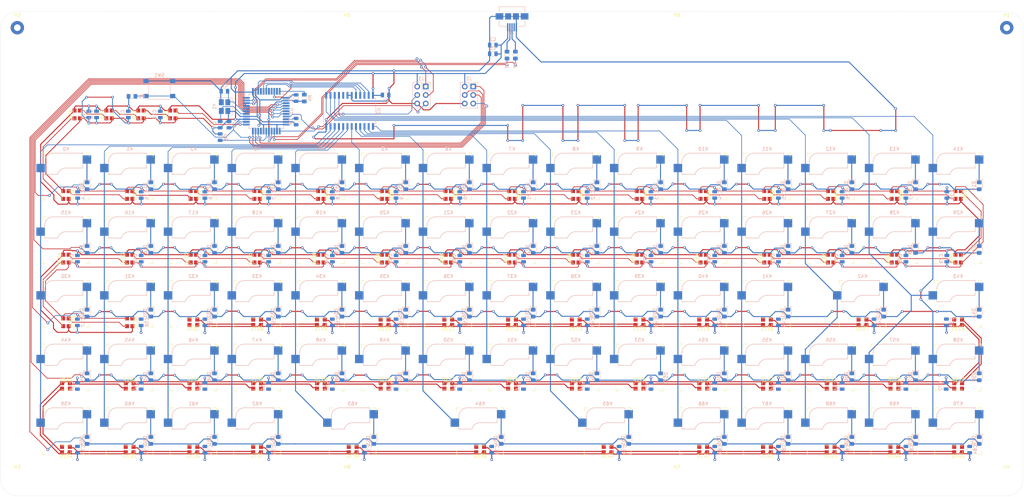
<source format=kicad_pcb>
(kicad_pcb (version 20221018) (generator pcbnew)
  (layers (0 "F.Cu" signal) (31 "B.Cu" signal) (34 "B.Paste" user) (35 "F.Paste" user) (36 "B.SilkS" user "B.Silkscreen") (37 "F.SilkS" user "F.Silkscreen") (38 "B.Mask" user) (39 "F.Mask" user) (44 "Edge.Cuts" user))
  (net 0 "")
  (net 1 "GND")
  (net 2 "VCC")
  (net 3 "Net-(U1-XTAL1)")
  (net 4 "Net-(U1-XTAL2)")
  (net 5 "Net-(U1-UCAP)")
  (net 6 "/Row_0")
  (net 7 "/Row_1")
  (net 8 "/Row_2")
  (net 9 "/Row_3")
  (net 10 "/Row_4")
  (net 11 "/~{RESET}")
  (net 12 "/Col_0")
  (net 13 "/Col_1")
  (net 14 "/Col_2")
  (net 15 "/Col_3")
  (net 16 "/Col_4")
  (net 17 "/Col_5")
  (net 18 "/Col_6")
  (net 19 "/Col_7")
  (net 20 "/Col_8")
  (net 21 "/Col_9")
  (net 22 "/Col_10")
  (net 23 "/Col_11")
  (net 24 "/Col_12")
  (net 25 "/Col_13")
  (net 26 "/Col_14")
  (net 28 "/SCK")
  (net 29 "/MOSI")
  (net 30 "Net-(D8-K)")
  (net 31 "Net-(D23-K)")
  (net 32 "Net-(D38-K)")
  (net 33 "Net-(J1-D-)")
  (net 34 "Net-(J1-D+)")
  (net 36 "Net-(U1-D+)")
  (net 37 "Net-(U1-D-)")
  (net 38 "Net-(U1-~{HWB}{slash}PE2)")
  (net 39 "/MISO")
  (net 40 "/LED")
  (net 43 "/RX")
  (net 44 "/TX")
  (net 46 "/COL_D_0")
  (net 48 "/COL_D_2")
  (net 49 "/COL_D_3")
  (net 52 "/COL_D_1")
  (net 54 "/TICK")
  (net 56 "Net-(U1-AREF)")
  (net 57 "/AUX")
  (net 58 "Net-(D71-DOUT)")
  (net 59 "Net-(D72-DOUT)")
  (net 60 "Net-(D73-DOUT)")
  (net 61 "Net-(D74-DOUT)")
  (net 62 "Net-(D75-DOUT)")
  (net 63 "Net-(D76-DOUT)")
  (net 64 "Net-(D77-DOUT)")
  (net 65 "Net-(D78-DOUT)")
  (net 66 "Net-(D79-DOUT)")
  (net 67 "Net-(D80-DOUT)")
  (net 68 "Net-(D81-DOUT)")
  (net 69 "Net-(D82-DOUT)")
  (net 70 "Net-(D83-DOUT)")
  (net 71 "Net-(D84-DOUT)")
  (net 72 "Net-(D85-DOUT)")
  (net 73 "Net-(D86-DOUT)")
  (net 74 "Net-(D87-DOUT)")
  (net 75 "Net-(D88-DOUT)")
  (net 76 "Net-(D89-DOUT)")
  (net 77 "Net-(D90-DOUT)")
  (net 78 "Net-(D91-DOUT)")
  (net 79 "Net-(D92-DOUT)")
  (net 80 "Net-(D93-DOUT)")
  (net 81 "Net-(D94-DOUT)")
  (net 82 "Net-(D95-DOUT)")
  (net 83 "Net-(D96-DOUT)")
  (net 84 "Net-(D97-DOUT)")
  (net 85 "Net-(D98-DOUT)")
  (net 86 "Net-(D100-DIN)")
  (net 87 "Net-(D100-DOUT)")
  (net 88 "Net-(D101-DOUT)")
  (net 89 "Net-(D102-DOUT)")
  (net 90 "Net-(D103-DOUT)")
  (net 91 "Net-(D104-DOUT)")
  (net 92 "Net-(D105-DOUT)")
  (net 93 "Net-(D106-DOUT)")
  (net 94 "Net-(D107-DOUT)")
  (net 95 "Net-(D108-DOUT)")
  (net 96 "Net-(D109-DOUT)")
  (net 97 "Net-(D110-DOUT)")
  (net 98 "Net-(D111-DOUT)")
  (net 99 "Net-(D112-DOUT)")
  (net 100 "Net-(D113-DOUT)")
  (net 101 "Net-(D114-DOUT)")
  (net 102 "Net-(D115-DOUT)")
  (net 103 "Net-(D116-DOUT)")
  (net 104 "Net-(D117-DOUT)")
  (net 105 "Net-(D118-DOUT)")
  (net 106 "Net-(D119-DOUT)")
  (net 107 "Net-(D120-DOUT)")
  (net 108 "Net-(D121-DOUT)")
  (net 109 "Net-(D122-DOUT)")
  (net 110 "Net-(D123-DOUT)")
  (net 111 "Net-(D124-DOUT)")
  (net 112 "Net-(D125-DOUT)")
  (net 113 "Net-(D126-DOUT)")
  (net 114 "Net-(D127-DOUT)")
  (net 115 "Net-(D128-DOUT)")
  (net 116 "Net-(D129-DOUT)")
  (net 117 "Net-(D130-DOUT)")
  (net 118 "Net-(D131-DOUT)")
  (net 119 "Net-(D132-DOUT)")
  (net 120 "Net-(D133-DOUT)")
  (net 121 "Net-(D134-DOUT)")
  (net 122 "Net-(D135-DOUT)")
  (net 123 "Net-(D136-DOUT)")
  (net 124 "Net-(D137-DOUT)")
  (net 125 "Net-(D138-DOUT)")
  (net 126 "Net-(D139-DOUT)")
  (net 127 "Net-(D140-DOUT)")
  (net 128 "Net-(D141-DOUT)")
  (net 129 "Net-(D142-DOUT)")
  (net 130 "Net-(D143-DOUT)")
  (net 131 "Net-(D144-DOUT)")
  (net 133 "Net-(D0-K)")
  (net 134 "Net-(D1-K)")
  (net 135 "Net-(D2-K)")
  (net 136 "Net-(D3-K)")
  (net 137 "Net-(D4-K)")
  (net 138 "Net-(D5-K)")
  (net 139 "Net-(D6-K)")
  (net 140 "Net-(D7-K)")
  (net 141 "Net-(D9-K)")
  (net 142 "Net-(D10-K)")
  (net 143 "Net-(D11-K)")
  (net 144 "Net-(D12-K)")
  (net 145 "Net-(D13-K)")
  (net 146 "Net-(D14-K)")
  (net 147 "Net-(D15-K)")
  (net 148 "Net-(D16-K)")
  (net 149 "Net-(D17-K)")
  (net 150 "Net-(D18-K)")
  (net 151 "Net-(D19-K)")
  (net 152 "Net-(D20-K)")
  (net 153 "Net-(D21-K)")
  (net 154 "Net-(D22-K)")
  (net 155 "Net-(D24-K)")
  (net 156 "Net-(D25-K)")
  (net 157 "Net-(D26-K)")
  (net 158 "Net-(D27-K)")
  (net 159 "Net-(D28-K)")
  (net 160 "Net-(D29-K)")
  (net 161 "Net-(D30-K)")
  (net 162 "Net-(D31-K)")
  (net 163 "Net-(D32-K)")
  (net 164 "Net-(D33-K)")
  (net 165 "Net-(D34-K)")
  (net 166 "Net-(D35-K)")
  (net 167 "Net-(D36-K)")
  (net 168 "Net-(D37-K)")
  (net 169 "Net-(D39-K)")
  (net 170 "Net-(D40-K)")
  (net 171 "Net-(D41-K)")
  (net 172 "Net-(D42-K)")
  (net 173 "Net-(D43-K)")
  (net 174 "Net-(D44-K)")
  (net 175 "Net-(D45-K)")
  (net 176 "Net-(D46-K)")
  (net 177 "Net-(D47-K)")
  (net 178 "Net-(D48-K)")
  (net 179 "Net-(D49-K)")
  (net 180 "Net-(D50-K)")
  (net 181 "Net-(D51-K)")
  (net 182 "Net-(D52-K)")
  (net 183 "Net-(D53-K)")
  (net 184 "Net-(D54-K)")
  (net 185 "Net-(D55-K)")
  (net 186 "Net-(D56-K)")
  (net 187 "Net-(D57-K)")
  (net 188 "Net-(D58-K)")
  (net 189 "Net-(D59-K)")
  (net 190 "Net-(D60-K)")
  (net 191 "Net-(D61-K)")
  (net 192 "Net-(D62-K)")
  (net 193 "Net-(D63-K)")
  (net 194 "Net-(D64-K)")
  (net 195 "Net-(D65-K)")
  (net 196 "Net-(D66-K)")
  (net 197 "Net-(D67-K)")
  (net 198 "Net-(D68-K)")
  (net 199 "Net-(D69-K)")
  (net 200 "Net-(D70-K)")
  (footprint "buttons:Kailh_socket_MX_platemount" (layer "F.Cu") (at 81.44 113.274)
    (fp_text reference "K0")
    (fp_text value "KEYSW")
  )
  (footprint "MountingHole:MountingHole_3.2mm_M3_DIN965" (layer "F.Cu") (at 66.92 68.75)
    (fp_text reference "H2")
    (fp_text value "MountingHole")
  )
  (footprint "MountingHole:MountingHole_3.2mm_M3_DIN965" (layer "F.Cu") (at 66.91 203.98)
    (fp_text reference "H3")
    (fp_text value "MountingHole")
  )
  (footprint "MountingHole:MountingHole_3.2mm_M3_DIN965" (layer "F.Cu") (at 362.66 204)
    (fp_text reference "H4")
    (fp_text value "MountingHole")
  )
  (footprint "MountingHole:MountingHole_3.2mm_M3_DIN965" (layer "F.Cu") (at 362.67 68.75)
    (fp_text reference "H1")
    (fp_text value "MountingHole")
  )
  (footprint "keyboard-library:LED_WS2812B-2020_PLCC4_2.0x2.0mm hand soldering" (layer "F.Cu") (at 348.15 175.94)
    (fp_text reference "D119")
    (fp_text value "WS2812B")
  )
  (footprint "keyboard-library:LED_WS2812B-2020_PLCC4_2.0x2.0mm hand soldering" (layer "F.Cu") (at 291 175.94)
    (fp_text reference "D122")
    (fp_text value "WS2812B")
  )
  (footprint "buttons:Kailh_socket_MX_platemount" (layer "F.Cu") (at 119.54 170.424)
    (fp_text reference "K46")
    (fp_text value "KEYSW")
  )
  (footprint "keyboard-library:LED_WS2812B-2020_PLCC4_2.0x2.0mm hand soldering" (layer "F.Cu") (at 291 118.79 -90)
    (fp_text reference "D86")
    (fp_text value "WS2812B")
  )
  (footprint "buttons:Kailh_socket_MX_platemount" (layer "F.Cu") (at 329.09 170.424)
    (fp_text reference "K57")
    (fp_text value "KEYSW")
  )
  (footprint "keyboard-library:LED_WS2812B-2020_PLCC4_2.0x2.0mm hand soldering" (layer "F.Cu") (at 329.1 175.94)
    (fp_text reference "D120")
    (fp_text value "WS2812B")
  )
  (footprint "buttons:Kailh_socket_MX_platemount" (layer "F.Cu") (at 167.165 189.474)
    (fp_text reference "K63")
    (fp_text value "KEYSW")
  )
  (footprint "buttons:Kailh_socket_MX_platemount" (layer "F.Cu") (at 157.64 113.274)
    (fp_text reference "K4")
    (fp_text value "KEYSW")
  )
  (footprint "buttons:Kailh_socket_MX_platemount" (layer "F.Cu") (at 138.59 151.374)
    (fp_text reference "K33")
    (fp_text value "KEYSW")
  )
  (footprint "buttons:Kailh_socket_MX_platemount" (layer "F.Cu") (at 119.54 132.324)
    (fp_text reference "K17")
    (fp_text value "KEYSW")
  )
  (footprint "keyboard-library:LED_WS2812B-2020_PLCC4_2.0x2.0mm hand soldering" (layer "F.Cu") (at 81.45 118.79 -90)
    (fp_text reference "D75")
    (fp_text value "WS2812B")
  )
  (footprint "keyboard-library:LED_WS2812B-2020_PLCC4_2.0x2.0mm hand soldering" (layer "F.Cu") (at 94.335 94.7 90)
    (fp_text reference "D73")
    (fp_text value "WS2812B")
  )
  (footprint "keyboard-library:LED_WS2812B-2020_PLCC4_2.0x2.0mm hand soldering" (layer "F.Cu") (at 252.9 156.89 180)
    (fp_text reference "D114")
    (fp_text value "WS2812B")
  )
  (footprint "buttons:Kailh_socket_MX_platemount" (layer "F.Cu") (at 348.14 132.324)
    (fp_text reference "K29")
    (fp_text value "KEYSW")
  )
  (footprint "keyboard-library:LED_WS2812B-2020_PLCC4_2.0x2.0mm hand soldering" (layer "F.Cu") (at 176.7 118.79 -90)
    (fp_text reference "D80")
    (fp_text value "WS2812B")
  )
  (footprint "buttons:Kailh_socket_MX_platemount" (layer "F.Cu") (at 214.79 113.274)
    (fp_text reference "K7")
    (fp_text value "KEYSW")
  )
  (footprint "buttons:Kailh_socket_MX_platemount" (layer "F.Cu") (at 176.69 151.374)
    (fp_text reference "K35")
    (fp_text value "KEYSW")
  )
  (footprint "keyboard-library:LED_WS2812B-2020_PLCC4_2.0x2.0mm hand soldering" (layer "F.Cu") (at 84.81 94.7 90)
    (fp_text reference "D74")
    (fp_text value "WS2812B")
  )
  (footprint "buttons:Kailh_socket_MX_platemount" (layer "F.Cu") (at 100.49 189.474)
    (fp_text reference "K60")
    (fp_text value "KEYSW")
  )
  (footprint "buttons:Kailh_socket_MX_platemount" (layer "F.Cu") (at 329.09 132.324)
    (fp_text reference "K28")
    (fp_text value "KEYSW")
  )
  (footprint "buttons:Kailh_socket_MX_platemount" (layer "F.Cu") (at 233.84 132.324)
    (fp_text reference "K23")
    (fp_text value "KEYSW")
  )
  (footprint "buttons:Kailh_socket_MX_platemount" (layer "F.Cu") (at 176.69 132.324)
    (fp_text reference "K20")
    (fp_text value "KEYSW")
  )
  (footprint "keyboard-library:LED_WS2812B-2020_PLCC4_2.0x2.0mm hand soldering" (layer "F.Cu") (at 205.275 194.99 180)
    (fp_text reference "D139")
    (fp_text value "WS2812B")
  )
  (footprint "buttons:Kailh_socket_MX_platemount" (layer "F.Cu") (at 119.54 151.374)
    (fp_text reference "K32")
    (fp_text value "KEYSW")
  )
  (footprint "keyboard-library:LED_WS2812B-2020_PLCC4_2.0x2.0mm hand soldering" (layer "F.Cu") (at 100.5 118.79 -90)
    (fp_text reference "D76")
    (fp_text value "WS2812B")
  )
  (footprint "keyboard-library:LED_WS2812B-2020_PLCC4_2.0x2.0mm hand soldering" (layer "F.Cu") (at 252.9 137.84 90)
    (fp_text reference "D95")
    (fp_text value "WS2812B")
  )
  (footprint "keyboard-library:LED_WS2812B-2020_PLCC4_2.0x2.0mm hand soldering" (layer "F.Cu") (at 81.45 175.94)
    (fp_text reference "D133")
    (fp_text value "WS2812B")
  )
  (footprint "buttons:Kailh_socket_MX_platemount" (layer "F.Cu") (at 214.79 132.324)
    (fp_text reference "K22")
    (fp_text value "KEYSW")
  )
  (footprint "buttons:Kailh_socket_MX_platemount" (layer "F.Cu") (at 252.89 151.374)
    (fp_text reference "K39")
    (fp_text value "KEYSW")
  )
  (footprint "keyboard-library:LED_WS2812B-2020_PLCC4_2.0x2.0mm hand soldering" (layer "F.Cu") (at 100.5 137.84 90)
    (fp_text reference "D103")
    (fp_text value "WS2812B")
  )
  (footprint "buttons:Kailh_socket_MX_platemount" (layer "F.Cu") (at 100.49 151.374)
    (fp_text reference "K31")
    (fp_text value "KEYSW")
  )
  (footprint "keyboard-library:LED_WS2812B-2020_PLCC4_2.0x2.0mm hand soldering" (layer "F.Cu") (at 195.75 137.84 90)
    (fp_text reference "D98")
    (fp_text value "WS2812B")
  )
  (footprint "keyboard-library:LED_WS2812B-2020_PLCC4_2.0x2.0mm hand soldering" (layer "F.Cu") (at 310.05 118.79 -90)
    (fp_text reference "D87")
    (fp_text value "WS2812B")
  )
  (footprint "MountingHole:MountingHole_3.2mm_M3_DIN965" (layer "F.Cu") (at 165.5 68.74)
    (fp_text reference "H5")
    (fp_text value "MountingHole")
  )
  (footprint "buttons:Kailh_socket_MX_platemount" (layer "F.Cu") (at 271.94 132.324)
    (fp_text reference "K25")
    (fp_text value "KEYSW")
  )
  (footprint "keyboard-library:LED_WS2812B-2020_PLCC4_2.0x2.0mm hand soldering" (layer "F.Cu") (at 103.86 94.7 90)
    (fp_text reference "D72")
    (fp_text value "WS2812B")
  )
  (footprint "buttons:Kailh_socket_MX_platemount" (layer "F.Cu") (at 195.74 132.324)
    (fp_text reference "K21")
    (fp_text value "KEYSW")
  )
  (footprint "keyboard-library:LED_WS2812B-2020_PLCC4_2.0x2.0mm hand soldering" (layer "F.Cu") (at 348.15 156.89 180)
    (fp_text reference "D118")
    (fp_text value "WS2812B")
  )
  (footprint "keyboard-library:LED_WS2812B-2020_PLCC4_2.0x2.0mm hand soldering" (layer "F.Cu") (at 271.95 175.94)
    (fp_text reference "D123")
    (fp_text value "WS2812B")
  )
  (footprint "keyboard-library:LED_WS2812B-2020_PLCC4_2.0x2.0mm hand soldering" (layer "F.Cu") (at 157.65 118.79 -90)
    (fp_text reference "D79")
    (fp_text value "WS2812B")
  )
  (footprint "keyboard-library:LED_WS2812B-2020_PLCC4_2.0x2.0mm hand soldering" (layer "F.Cu") (at 319.575 156.89 180)
    (fp_text reference "D117")
    (fp_text value "WS2812B")
  )
  (footprint "buttons:Kailh_socket_MX_platemount" (layer "F.Cu") (at 252.89 113.274)
    (fp_text reference "K9")
    (fp_text value "KEYSW")
  )
  (footprint "keyboard-library:LED_WS2812B-2020_PLCC4_2.0x2.0mm hand soldering" (layer "F.Cu") (at 100.5 194.99 180)
    (fp_text reference "D135")
    (fp_text value "WS2812B")
  )
  (footprint "keyboard-library:LED_WS2812B-2020_PLCC4_2.0x2.0mm hand soldering" (layer "F.Cu") (at 176.7 175.94)
    (fp_text reference "D128")
    (fp_text value "WS2812B")
  )
  (footprint "keyboard-library:LED_WS2812B-2020_PLCC4_2.0x2.0mm hand soldering" (layer "F.Cu") (at 310.05 194.99 180)
    (fp_text reference "D143")
    (fp_text value "WS2812B")
  )
  (footprint "buttons:Kailh_socket_MX_platemount" (layer "F.Cu") (at 271.94 151.374)
    (fp_text reference "K40")
    (fp_text value "KEYSW")
  )
  (footprint "keyboard-library:LED_WS2812B-2020_PLCC4_2.0x2.0mm hand soldering" (layer "F.Cu") (at 214.8 175.94)
    (fp_text reference "D126")
    (fp_text value "WS2812B")
  )
  (footprint "keyboard-library:LED_WS2812B-2020_PLCC4_2.0x2.0mm hand soldering" (layer "F.Cu") (at 81.45 194.99 180)
    (fp_text reference "D134")
    (fp_text value "WS2812B")
  )
  (footprint "buttons:Kailh_socket_MX_platemount" (layer "F.Cu") (at 100.49 113.274)
    (fp_text reference "K1")
    (fp_text value "KEYSW")
  )
  (footprint "buttons:Kailh_socket_MX_platemount" (layer "F.Cu") (at 329.09 113.274)
    (fp_text reference "K13")
    (fp_text value "KEYSW")
  )
  (footprint "keyboard-library:LED_WS2812B-2020_PLCC4_2.0x2.0mm hand soldering" (layer "F.Cu") (at 119.55 175.94)
    (fp_text reference "D131")
    (fp_text value "WS2812B")
  )
  (footprint "buttons:Kailh_socket_MX_platemount" (layer "F.Cu") (at 100.49 170.424)
    (fp_text reference "K45")
    (fp_text value "KEYSW")
  )
  (footprint "keyboard-library:LED_WS2812B-2020_PLCC4_2.0x2.0mm hand soldering" (layer "F.Cu") (at 195.75 175.94)
    (fp_text reference "D127")
    (fp_text value "WS2812B")
  )
  (footprint "keyboard-library:LED_WS2812B-2020_PLCC4_2.0x2.0mm hand soldering" (layer "F.Cu") (at 348.15 194.99 180)
    (fp_text reference "D145")
    (fp_text value "WS2812B")
  )
  (footprint "buttons:Kailh_socket_MX_platemount" (layer "F.Cu") (at 348.14 189.474)
    (fp_text reference "K70")
    (fp_text value "KEYSW")
  )
  (footprint "buttons:Kailh_socket_MX_platemount" (layer "F.Cu") (at 310.04 170.424)
    (fp_text reference "K56")
    (fp_text value "KEYSW")
  )
  (footprint "keyboard-library:LED_WS2812B-2020_PLCC4_2.0x2.0mm hand soldering" (layer "F.Cu") (at 195.75 118.79 -90)
    (fp_text reference "D81")
    (fp_text value "WS2812B")
  )
  (footprint "keyboard-library:LED_WS2812B-2020_PLCC4_2.0x2.0mm hand soldering" (layer "F.Cu") (at 100.5 156.89 -90)
    (fp_text reference "D106")
    (fp_text value "WS2812B")
  )
  (footprint "buttons:Kailh_socket_MX_platemount" (layer "F.Cu") (at 214.79 151.374)
    (fp_text reference "K37")
    (fp_text value "KEYSW")
  )
  (footprint "keyboard-library:LED_WS2812B-2020_PLCC4_2.0x2.0mm hand soldering" (layer "F.Cu") (at 138.595 118.78 -90)
    (fp_text reference "D78")
    (fp_text value "WS2812B")
  )
  (footprint "keyboard-library:LED_WS2812B-2020_PLCC4_2.0x2.0mm hand soldering" (layer "F.Cu") (at 167.175 194.99 180)
    (fp_text reference "D138")
    (fp_text value "WS2812B")
  )
  (footprint "buttons:Kailh_socket_MX_platemount" (layer "F.Cu") (at 81.44 132.324)
    (fp_text reference "K15")
    (fp_text value "KEYSW")
  )
  (footprint "buttons:Kailh_socket_MX_platemount" (layer "F.Cu") (at 138.59 113.274)
    (fp_text reference "K3")
    (fp_text value "KEYSW")
  )
  (footprint "buttons:Kailh_socket_MX_platemount" (layer "F.Cu") (at 81.44 151.374)
    (fp_text reference "K30")
    (fp_text value "KEYSW")
  )
  (footprint "keyboard-library:LED_WS2812B-2020_PLCC4_2.0x2.0mm hand soldering" (layer "F.Cu") (at 119.55 194.99 180)
    (fp_text reference "D136")
    (fp_text value "WS2812B")
  )
  (footprint "keyboard-library:LED_WS2812B-2020_PLCC4_2.0x2.0mm hand soldering" (layer "F.Cu") (at 291 137.84 90)
    (fp_text reference "D93")
    (fp_text value "WS2812B")
  )
  (footprint "keyboard-library:LED_WS2812B-2020_PLCC4_2.0x2.0mm hand soldering" (layer "F.Cu") (at 119.55 156.89 180)
    (fp_text reference "D107")
    (fp_text value "WS2812B")
  )
  (footprint "buttons:Kailh_socket_MX_platemount" (layer "F.Cu") (at 157.64 151.374)
    (fp_text reference "K34")
    (fp_text value "KEYSW")
  )
  (footprint "buttons:Kailh_socket_MX_platemount" (layer "F.Cu") (at 290.99 170.424)
    (fp_text reference "K55")
    (fp_text value "KEYSW")
  )
  (footprint "buttons:Kailh_socket_MX_platemount" (layer "F.Cu") (at 100.49 132.324)
    (fp_text reference "K16")
    (fp_text value "KEYSW")
  )
  (footprint "buttons:Kailh_socket_MX_platemount" (layer "F.Cu") (at 243.365 189.474)
    (fp_text reference "K65")
    (fp_text value "KEYSW")
  )
  (footprint "keyboard-library:LED_WS2812B-2020_PLCC4_2.0x2.0mm hand soldering" (layer "F.Cu") (at 157.65 137.84 90)
    (fp_text reference "D100")
    (fp_text value "WS2812B")
  )
  (footprint "buttons:Kailh_socket_MX_platemount" (layer "F.Cu") (at 271.94 170.424)
    (fp_text reference "K54")
    (fp_text value "KEYSW")
  )
  (footprint "buttons:Kailh_socket_MX_platemount" (layer "F.Cu") (at 138.59 170.424)
    (fp_text reference "K47")
    (fp_text value "KEYSW")
  )
  (footprint "buttons:Kailh_socket_MX_platemount" (layer "F.Cu") (at 310.04 132.324)
    (fp_text reference "K27")
    (fp_text value "KEYSW")
  )
  (footprint "buttons:Kailh_socket_MX_platemount" (layer "F.Cu") (at 271.94 113.274)
    (fp_text reference "K10")
    (fp_text value "KEYSW")
  )
  (footprint "buttons:Kailh_socket_MX_platemount" (layer "F.Cu") (at 176.69 113.274)
    (fp_text reference "K5")
    (fp_text value "KEYSW")
  )
  (footprint "keyboard-library:LED_WS2812B-2020_PLCC4_2.0x2.0mm hand soldering" (layer "F.Cu") (at 81.45 156.89 -90)
    (fp_text reference "D105")
    (fp_text value "WS2812B")
  )
  (footprint "keyboard-library:LED_WS2812B-2020_PLCC4_2.0x2.0mm hand soldering" (layer "F.Cu") (at 157.65 175.94)
    (fp_text reference "D129")
    (fp_text value "WS2812B")
  )
  (footprint "buttons:Kailh_socket_MX_platemount" (layer "F.Cu") (at 157.64 132.324)
    (fp_text reference "K19")
    (fp_text value "KEYSW")
  )
  (footprint "keyboard-library:LED_WS2812B-2020_PLCC4_2.0x2.0mm hand soldering" (layer "F.Cu") (at 214.8 156.89 180)
    (fp_text reference "D112")
    (fp_text value "WS2812B")
  )
  (footprint "MountingHole:MountingHole_3.2mm_M3_DIN965" (layer "F.Cu") (at 165.5 203.99)
    (fp_text reference "H8")
    (fp_text value "MountingHole")
  )
  (footprint "buttons:Kailh_socket_MX_platemount" (layer "F.Cu") (at 271.94 189.474)
    (fp_text reference "K66")
    (fp_text value "KEYSW")
  )
  (footprint "buttons:Kailh_socket_MX_platemount" (layer "F.Cu") (at 252.89 170.424)
    (fp_text reference "K53")
    (fp_text value "KEYSW")
  )
  (footprint "buttons:Kailh_socket_MX_platemount" (layer "F.Cu") (at 214.79 170.424)
    (fp_text reference "K51")
    (fp_text value "KEYSW")
  )
  (footprint "MountingHole:MountingHole_3.2mm_M3_DIN965" (layer "F.Cu") (at 264.08 203.99)
    (fp_text reference "H7")
    (fp_text value "MountingHole")
  )
  (footprint "buttons:Kailh_socket_MX_platemount" (layer "F.Cu") (at 119.54 189.474)
    (fp_text reference "K61")
    (fp_text value "KEYSW")
  )
  (footprint "keyboard-library:LED_WS2812B-2020_PLCC4_2.0x2.0mm hand soldering" (layer "F.Cu") (at 138.6 137.84 90)
    (fp_text reference "D101")
    (fp_text value "WS2812B")
  )
  (footprint "keyboard-library:LED_WS2812B-2020_PLCC4_2.0x2.0mm hand soldering" (layer "F.Cu") (at 113.385 94.7 90)
    (fp_text reference "D71")
    (fp_text value "WS2812B")
  )
  (footprint "keyboard-library:LED_WS2812B-2020_PLCC4_2.0x2.0mm hand soldering" (layer "F.Cu") (at 214.8 118.79 -90)
    (fp_text reference "D82")
    (fp_text value "WS2812B")
  )
  (footprint "keyboard-library:LED_WS2812B-2020_PLCC4_2.0x2.0mm hand soldering" (layer "F.Cu") (at 348.15 118.79 -90)
    (fp_text reference "D89")
    (fp_text value "WS2812B")
  )
  (footprint "buttons:Kailh_socket_MX_platemount" (layer "F.Cu") (at 195.74 113.274)
    (fp_text reference "K6")
    (fp_text value "KEYSW")
  )
  (footprint "buttons:Kailh_socket_MX_platemount" (layer "F.Cu") (at 138.59 132.324)
    (fp_text reference "K18")
    (fp_text value "KEYSW")
  )
  (footprint "buttons:Kailh_socket_MX_platemount" (layer "F.Cu") (at 233.84 151.374)
    (fp_text reference "K38")
    (fp_text value "KEYSW")
  )
  (footprint "keyboard-library:LED_WS2812B-2020_PLCC4_2.0x2.0mm hand soldering" (layer "F.Cu") (at 348.15 137.84 90)
    (fp_text reference "D90")
    (fp_text value "WS2812B")
  )
  (footprint "buttons:Kailh_socket_MX_platemount" (layer "F.Cu") (at 176.69 170.424)
    (fp_text reference "K49")
    (fp_text value "KEYSW")
  )
  (footprint "keyboard-library:LED_WS2812B-2020_PLCC4_2.0x2.0mm hand soldering" (layer "F.Cu") (at 310.05 137.84 90)
    (fp_text reference "D92")
    (fp_text value "WS2812B")
  )
  (footprint "buttons:Kailh_socket_MX_platemount" (layer "F.Cu") (at 205.265 189.474)
    (fp_text reference "K64")
    (fp_text value "KEYSW")
  )
  (footprint "buttons:Kailh_socket_MX_platemount" (layer "F.Cu") (at 195.74 151.374)
    (fp_text reference "K36")
    (fp_text value "KEYSW")
  )
  (footprint "buttons:Kailh_socket_MX_platemount" (layer "F.Cu") (at 119.54 113.274)
    (fp_text reference "K2")
    (fp_text value "KEYSW")
  )
  (footprint "buttons:Kailh_socket_MX_platemount" (layer "F.Cu") (at 348.14 151.374)
    (fp_text reference "K43")
    (fp_text value "KEYSW")
  )
  (footprint "keyboard-library:LED_WS2812B-2020_PLCC4_2.0x2.0mm hand soldering" (layer "F.Cu") (at 176.7 137.84 90)
    (fp_text reference "D99")
    (fp_text value "WS2812B")
  )
  (footprint "keyboard-library:LED_WS2812B-2020_PLCC4_2.0x2.0mm hand soldering" (layer "F.Cu") (at 233.85 137.84 90)
    (fp_text reference "D96")
    (fp_text value "WS2812B")
  )
  (footprint "keyboard-library:LED_WS2812B-2020_PLCC4_2.0x2.0mm hand soldering" (layer "F.Cu") (at 329.1 118.79 -90)
    (fp_text reference "D88")
    (fp_text value "WS2812B")
  )
  (footprint "buttons:Kailh_socket_MX_platemount" (layer "F.Cu") (at 81.44 189.474)
    (fp_text reference "K59")
    (fp_text value "KEYSW")
  )
  (footprint "buttons:Kailh_socket_MX_platemount" (layer "F.Cu") (at 310.04 189.474)
    (fp_text reference "K68")
    (fp_text value "KEYSW")
  )
  (footprint "buttons:Kailh_socket_MX_platemount" (layer "F.Cu") (at 290.99 151.374)
    (fp_text reference "K41")
    (fp_text value "KEYSW")
  )
  (footprint "keyboard-library:LED_WS2812B-2020_PLCC4_2.0x2.0mm hand soldering" (layer "F.Cu") (at 233.85 118.79 -90)
    (fp_text reference "D83")
    (fp_text value "WS2812B")
  )
  (footprint "keyboard-library:LED_WS2812B-2020_PLCC4_2.0x2.0mm hand soldering" (layer "F.Cu") (at 252.9 118.79 -90)
    (fp_text reference "D84")
    (fp_text value "WS2812B")
  )
  (footprint "buttons:Kailh_socket_MX_platemount" (layer "F.Cu") (at 252.89 132.324)
    (fp_text reference "K24")
    (fp_text value "KEYSW")
  )
  (footprint "keyboard-library:LED_WS2812B-2020_PLCC4_2.0x2.0mm hand soldering" (layer "F.Cu") (at 243.375 194.99 180)
    (fp_text reference "D140")
    (fp_text value "WS2812B")
  )
  (footprint "MountingHole:MountingHole_3.2mm_M3_DIN965" (layer "F.Cu") (at 264.08 68.75)
    (fp_text reference "H6")
    (fp_text value "MountingHole")
  )
  (footprint "keyboard-library:LED_WS2812B-2020_PLCC4_2.0x2.0mm hand soldering" (layer "F.Cu") (at 214.8 137.84 90)
    (fp_text reference "D97")
    (fp_text value "WS2812B")
  )
  (footprint "buttons:Kailh_socket_MX_platemount" (layer "F.Cu") (at 290.99 113.274)
    (fp_text reference "K11")
    (fp_text value "KEYSW")
  )
  (footprint "keyboard-library:LED_WS2812B-2020_PLCC4_2.0x2.0mm hand soldering" (layer "F.Cu") (at 233.85 175.94)
    (fp_text reference "D125")
    (fp_text value "WS2812B")
  )
  (footprint "buttons:Kailh_socket_MX_platemount" (layer "F.Cu") (at 138.59 189.474)
    (fp_text reference "K62")
    (fp_text value "KEYSW")
  )
  (footprint "keyboard-library:LED_WS2812B-2020_PLCC4_2.0x2.0mm hand soldering" (layer "F.Cu") (at 233.85 156.89 180)
    (fp_text reference "D113")
    (fp_text value "WS2812B")
  )
  (footprint "keyboard-library:LED_WS2812B-2020_PLCC4_2.0x2.0mm hand soldering" (layer "F.Cu") (at 100.5 175.94)
    (fp_text reference "D132")
    (fp_text value "WS2812B")
  )
  (footprint "buttons:Kailh_socket_MX_platemount" (layer "F.Cu") (at 157.64 170.424)
    (fp_text reference "K48")
    (fp_text value "KEYSW")
  )
  (footprint "keyboard-library:LED_WS2812B-2020_PLCC4_2.0x2.0mm hand soldering" (layer "F.Cu") (at 119.55 137.84 90)
    (fp_text reference "D102")
    (fp_text value "WS2812B")
  )
  (footprint "buttons:Kailh_socket_MX_platemount" (layer "F.Cu") (at 290.99 132.324)
    (fp_text reference "K26")
    (fp_text value "KEYSW")
  )
  (footprint "keyboard-library:LED_WS2812B-2020_PLCC4_2.0x2.0mm hand soldering" (layer "F.Cu") (at 291 194.99 180)
    (fp_text reference "D142")
    (fp_text value "WS2812B")
  )
  (footprint "keyboard-library:LED_WS2812B-2020_PLCC4_2.0x2.0mm hand soldering" (layer "F.Cu") (at 329.1 137.84 90)
    (fp_text reference "D91")
    (fp_text value "WS2812B")
  )
  (footprint "keyboard-library:LED_WS2812B-2020_PLCC4_2.0x2.0mm hand soldering" (layer "F.Cu") (at 271.95 194.99 180)
    (fp_text reference "D141")
    (fp_text value "WS2812B")
  )
  (footprint "keyboard-library:LED_WS2812B-2020_PLCC4_2.0x2.0mm hand soldering" (layer "F.Cu") (at 176.7 156.89 180)
    (fp_text reference "D110")
    (fp_text value "WS2812B")
  )
  (footprint "keyboard-library:LED_WS2812B-2020_PLCC4_2.0x2.0mm hand soldering" (layer "F.Cu") (at 291 156.89 180)
    (fp_text reference "D116")
    (fp_text value "WS2812B")
  )
  (footprint "keyboard-library:LED_WS2812B-2020_PLCC4_2.0x2.0mm hand soldering" (layer "F.Cu") (at 157.65 156.89 180)
    (fp_text reference "D109")
    (fp_text value "WS2812B")
  )
  (footprint "keyboard-library:LED_WS2812B-2020_PLCC4_2.0x2.0mm hand soldering" (layer "F.Cu") (at 195.75 156.89 180)
    (fp_text reference "D111")
    (fp_text value "WS2812B")
  )
  (footprint "keyboard-library:LED_WS2812B-2020_PLCC4_2.0x2.0mm hand soldering" (layer "F.Cu") (at 271.95 156.89 180)
    (fp_text reference "D115")
    (fp_text value "WS2812B")
  )
  (footprint "keyboard-library:LED_WS2812B-2020_PLCC4_2.0x2.0mm hand soldering" (layer "F.Cu") (at 271.95 137.84 90)
    (fp_text reference "D94")
    (fp_text value "WS2812B")
  )
  (footprint "buttons:Kailh_socket_MX_platemount" (layer "F.Cu") (at 81.44 170.424)
    (fp_text reference "K44")
    (fp_text value "KEYSW")
  )
  (footprint "buttons:Kailh_socket_MX_platemount" (layer "F.Cu") (at 290.99 189.474)
    (fp_text reference "K67")
    (fp_text value "KEYSW")
  )
  (footprint "buttons:Kailh_socket_MX_platemount" (layer "F.Cu") (at 233.84 113.274)
    (fp_text reference "K8")
    (fp_text value "KEYSW")
  )
  (footprint "keyboard-library:LED_WS2812B-2020_PLCC4_2.0x2.0mm hand soldering" (layer "F.Cu") (at 81.45 137.84 90)
    (fp_text reference "D104")
    (fp_text value "WS2812B")
  )
  (footprint "buttons:Kailh_socket_MX_platemount" (layer "F.Cu") (at 233.84 170.424)
    (fp_text reference "K52")
    (fp_text value "KEYSW")
  )
  (footprint "buttons:Kailh_socket_MX_platemount" (layer "F.Cu") (at 195.74 170.424)
    (fp_text reference "K50")
    (fp_text value "KEYSW")
  )
  (footprint "buttons:Kailh_socket_MX_platemount" (layer "F.Cu") (at 310.04 113.274)
    (fp_text reference "K12")
    (fp_text value "KEYSW")
  )
  (footprint "keyboard-library:LED_WS2812B-2020_PLCC4_2.0x2.0mm hand soldering" (layer "F.Cu") (at 138.6 175.94)
    (fp_text reference "D130")
    (fp_text value "WS2812B")
  )
  (footprint "keyboard-library:LED_WS2812B-2020_PLCC4_2.0x2.0mm hand soldering" (layer "F.Cu") (at 329.1 194.99 180)
    (fp_text reference "D144")
    (fp_text value "WS2812B")
  )
  (footprint "buttons:Kailh_socket_MX_platemount" (layer "F.Cu") (at 348.14 113.274)
    (fp_text reference "K14")
    (fp_text value "KEYSW")
  )
  (footprint "keyboard-library:LED_WS2812B-2020_PLCC4_2.0x2.0mm hand soldering" (layer "F.Cu") (at 138.6 194.99 180)
    (fp_text reference "D137")
    (fp_text value "WS2812B")
  )
  (footprint "buttons:Kailh_socket_MX_platemount" (layer "F.Cu") (at 329.09 189.474)
    (fp_text reference "K69")
    (fp_text value "KEYSW")
  )
  (footprint "buttons:Kailh_socket_MX_platemount" (layer "F.Cu") (at 319.565 151.374)
    (fp_text reference "K42")
    (fp_text value "KEYSW")
  )
  (footprint "keyboard-library:LED_WS2812B-2020_PLCC4_2.0x2.0mm hand soldering" (layer "F.Cu") (at 271.95 118.79 -90)
    (fp_text reference "D85")
    (fp_text value "WS2812B")
  )
  (footprint "buttons:Kailh_socket_MX_platemount" (layer "F.Cu") (at 348.14 170.424)
    (fp_text reference "K58")
    (fp_text value "KEYSW")
  )
  (footprint "keyboard-library:LED_WS2812B-2020_PLCC4_2.0x2.0mm hand soldering" (layer "F.Cu") (at 138.6 156.89 180)
    (fp_text reference "D108")
    (fp_text value "WS2812B")
  )
  (footprint "keyboard-library:LED_WS2812B-2020_PLCC4_2.0x2.0mm hand soldering" (layer "F.Cu") (at 119.55 118.79 -90)
    (fp_text reference "D77")
    (fp_text value "WS2812B")
  )
  (footprint "keyboard-library:LED_WS2812B-2020_PLCC4_2.0x2.0mm hand soldering" (layer "F.Cu") (at 310.05 175.94)
    (fp_text reference "D121")
    (fp_text value "WS2812B")
  )
  (footprint "keyboard-library:LED_WS2812B-2020_PLCC4_2.0x2.0mm hand soldering" (layer "F.Cu") (at 252.9 175.94)
    (fp_text reference "D124")
    (fp_text value "WS2812B")
  )
  (footprint "Diode_SMD:D_0805_2012Metric_Pad1.15x1.40mm_HandSolder" (layer "B.Cu") (at 87.76 116.059 -90)
    (fp_text reference "D0")
    (fp_text value "D")
  )
  (footprint "Capacitor_SMD:C_0805_2012Metric" (layer "B.Cu") (at 177 88.9)
    (fp_text reference "C1")
    (fp_text value "0.1u")
  )
  (footprint "Capacitor_SMD:C_0805_2012Metric" (layer "B.Cu") (at 209.05 73.95 180)
    (fp_text reference "C2")
    (fp_text value "0.1u")
  )
  (footprint "Capacitor_SMD:C_0805_2012Metric" (layer "B.Cu") (at 150.25 89.8 -90)
    (fp_text reference "C3")
    (fp_text value "0.1u")
  )
  (footprint "Capacitor_SMD:C_0805_2012Metric" (layer "B.Cu") (at 130.2 97.75 90)
    (fp_text reference "C4")
    (fp_text value "0.1u")
  )
  (footprint "Capacitor_SMD:C_0805_2012Metric" (layer "B.Cu") (at 209.05 76.55 180)
    (fp_text reference "C5")
    (fp_text value "4.7u")
  )
  (footprint "Capacitor_SMD:C_0805_2012Metric" (layer "B.Cu") (at 128.81 87.76 180)
    (fp_text reference "C6")
    (fp_text value "22p")
  )
  (footprint "Capacitor_SMD:C_0805_2012Metric" (layer "B.Cu") (at 127.55 97.75 -90)
    (fp_text reference "C7")
    (fp_text value "22p")
  )
  (footprint "Capacitor_SMD:C_0805_2012Metric" (layer "B.Cu") (at 127.55 101.5 90)
    (fp_text reference "C8")
    (fp_text value "1u")
  )
  (footprint "Connector_USB:USB_Micro-B_Amphenol_10104110_Horizontal" (layer "B.Cu") (at 214.79 66.66)
    (fp_text reference "J1")
    (fp_text value "USB_B_Micro")
  )
  (footprint "Resistor_SMD:R_0805_2012Metric_Pad1.15x1.40mm_HandSolder" (layer "B.Cu") (at 101.2 89.3 180)
    (fp_text reference "R1")
    (fp_text value "10k")
  )
  (footprint "Resistor_SMD:R_0805_2012Metric_Pad1.15x1.40mm_HandSolder" (layer "B.Cu") (at 215.8 76.945 90)
    (fp_text reference "R2")
    (fp_text value "22R")
  )
  (footprint "Resistor_SMD:R_0805_2012Metric_Pad1.15x1.40mm_HandSolder" (layer "B.Cu") (at 213.3 76.945 90)
    (fp_text reference "R3")
    (fp_text value "22R")
  )
  (footprint "Resistor_SMD:R_0805_2012Metric_Pad1.15x1.40mm_HandSolder" (layer "B.Cu") (at 152.7 89.8 90)
    (fp_text reference "R4")
    (fp_text value "10k")
  )
  (footprint "Button_Switch_SMD:SW_Push_1P1T_NO_6x6mm_H9.5mm" (layer "B.Cu") (at 109.375 86.95 180)
    (fp_text reference "SW1")
    (fp_text value "Reset_SW")
  )
  (footprint "Crystal:Crystal_SMD_3225-4Pin_3.2x2.5mm_HandSoldering" (layer "B.Cu") (at 128.87 92.36 -90)
    (fp_text reference "Y1")
    (fp_text value "Crystal_GND24")
  )
  (footprint "Package_QFP:TQFP-44_10x10mm_P0.8mm" (layer "B.Cu") (at 141.33 93.73 90)
    (fp_text reference "U1")
    (fp_text value "ATmega32U4-AU")
  )
  (footprint "Connector_PinHeader_2.54mm:PinHeader_2x03_P2.54mm_Vertical" (layer "B.Cu") (at 203.2 86.36 180)
    (fp_text reference "J2")
    (fp_text value "ICSP")
  )
  (footprint "Diode_SMD:D_0805_2012Metric_Pad1.15x1.40mm_HandSolder" (layer "B.Cu") (at 259.21 116.059 -90)
    (fp_text reference "D9")
    (fp_text value "D")
  )
  (footprint "Diode_SMD:D_0805_2012Metric_Pad1.15x1.40mm_HandSolder" (layer "B.Cu") (at 163.96 116.059 -90)
    (fp_text reference "D4")
    (fp_text value "D")
  )
  (footprint "Capacitor_SMD:C_0805_2012Metric" (layer "B.Cu") (at 142.03 156.91 90)
    (fp_text reference "C54")
    (fp_text value "0.1u")
  )
  (footprint "Diode_SMD:D_0805_2012Metric_Pad1.15x1.40mm_HandSolder" (layer "B.Cu") (at 354.46 135.109 -90)
    (fp_text reference "D29")
    (fp_text value "D")
  )
  (footprint "Capacitor_SMD:C_0805_2012Metric" (layer "B.Cu") (at 313.48 118.775 90)
    (fp_text reference "C26")
    (fp_text value "0.1u")
  )
  (footprint "Capacitor_SMD:C_0805_2012Metric" (layer "B.Cu") (at 142.04 195 90)
    (fp_text reference "C76")
    (fp_text value "0.1u")
  )
  (footprint "Diode_SMD:D_0805_2012Metric_Pad1.15x1.40mm_HandSolder" (layer "B.Cu") (at 259.21 154.159 -90)
    (fp_text reference "D39")
    (fp_text value "D")
  )
  (footprint "Capacitor_SMD:C_0805_2012Metric" (layer "B.Cu") (at 218.22 175.95 -90)
    (fp_text reference "C65")
    (fp_text value "0.1u")
  )
  (footprint "Diode_SMD:D_0805_2012Metric_Pad1.15x1.40mm_HandSolder" (layer "B.Cu") (at 297.31 135.109 -90)
    (fp_text reference "D26")
    (fp_text value "D")
  )
  (footprint "Capacitor_SMD:C_0805_2012Metric" (layer "B.Cu") (at 294.42 175.95 -90)
    (fp_text reference "C69")
    (fp_text value "0.1u")
  )
  (footprint "Diode_SMD:D_0805_2012Metric_Pad1.15x1.40mm_HandSolder" (layer "B.Cu") (at 106.81 173.209 -90)
    (fp_text reference "D45")
    (fp_text value "D")
  )
  (footprint "Capacitor_SMD:C_0805_2012Metric" (layer "B.Cu") (at 103.95 118.8 90)
    (fp_text reference "C15")
    (fp_text value "0.1u")
  )
  (footprint "Diode_SMD:D_0805_2012Metric_Pad1.15x1.40mm_HandSolder" (layer "B.Cu") (at 316.36 116.059 -90)
    (fp_text reference "D12")
    (fp_text value "D")
  )
  (footprint "Diode_SMD:D_0805_2012Metric_Pad1.15x1.40mm_HandSolder" (layer "B.Cu") (at 354.46 116.059 -90)
    (fp_text reference "D14")
    (fp_text value "D")
  )
  (footprint "Capacitor_SMD:C_0805_2012Metric" (layer "B.Cu") (at 237.29 137.84 -90)
    (fp_text reference "C36")
    (fp_text value "0.1u")
  )
  (footprint "Capacitor_SMD:C_0805_2012Metric" (layer "B.Cu") (at 161.07 175.95 -90)
    (fp_text reference "C62")
    (fp_text value "0.1u")
  )
  (footprint "Capacitor_SMD:C_0805_2012Metric" (layer "B.Cu") (at 88.3 94.7 -90)
    (fp_text reference "C13")
    (fp_text value "0.1u")
  )
  (footprint "Diode_SMD:D_0805_2012Metric_Pad1.15x1.40mm_HandSolder" (layer "B.Cu") (at 278.26 135.109 -90)
    (fp_text reference "D25")
    (fp_text value "D")
  )
  (footprint "Capacitor_SMD:C_0805_2012Metric" (layer "B.Cu") (at 313.49 195 90)
    (fp_text reference "C82")
    (fp_text value "0.1u")
  )
  (footprint "Capacitor_SMD:C_0805_2012Metric" (layer "B.Cu") (at 294.44 195 90)
    (fp_text reference "C81")
    (fp_text value "0.1u")
  )
  (footprint "Capacitor_SMD:C_0805_2012Metric" (layer "B.Cu") (at 90.6 94.7 -90)
    (fp_text reference "C12")
    (fp_text value "0.1u")
  )
  (footprint "Capacitor_SMD:C_0805_2012Metric" (layer "B.Cu") (at 180.14 137.84 -90)
    (fp_text reference "C39")
    (fp_text value "0.1u")
  )
  (footprint "Capacitor_SMD:C_0805_2012Metric" (layer "B.Cu") (at 150.25 96.85 -90)
    (fp_text reference "C9")
    (fp_text value "0.1u")
  )
  (footprint "Diode_SMD:D_0805_2012Metric_Pad1.15x1.40mm_HandSolder" (layer "B.Cu") (at 125.86 192.259 -90)
    (fp_text reference "D61")
    (fp_text value "D")
  )
  (footprint "Capacitor_SMD:C_0805_2012Metric" (layer "B.Cu") (at 218.23 118.775 90)
    (fp_text reference "C21")
    (fp_text value "0.1u")
  )
  (footprint "Capacitor_SMD:C_0805_2012Metric" (layer "B.Cu") (at 122.98 156.91 90)
    (fp_text reference "C55")
    (fp_text value "0.1u")
  )
  (footprint "Diode_SMD:D_0805_2012Metric_Pad1.15x1.40mm_HandSolder" (layer "B.Cu") (at 278.26 192.259 -90)
    (fp_text reference "D66")
    (fp_text value "D")
  )
  (footprint "Diode_SMD:D_0805_2012Metric_Pad1.15x1.40mm_HandSolder" (layer "B.Cu") (at 144.91 173.209 -90)
    (fp_text reference "D47")
    (fp_text value "D")
  )
  (footprint "Capacitor_SMD:C_0805_2012Metric" (layer "B.Cu") (at 122.99 195 90)
    (fp_text reference "C75")
    (fp_text value "0.1u")
  )
  (footprint "Diode_SMD:D_0805_2012Metric_Pad1.15x1.40mm_HandSolder" (layer "B.Cu") (at 259.21 173.209 90)
    (fp_text reference "D53")
    (fp_text value "D")
  )
  (footprint "Capacitor_SMD:C_0805_2012Metric" (layer "B.Cu") (at 332.52 175.95 -90)
    (fp_text reference "C71")
    (fp_text value "0.1u")
  )
  (footprint "Package_SO:SOIC-24W_7.5x15.4mm_P1.27mm" (layer "B.Cu") (at 166.235 93.65 90)
    (fp_text reference "U2")
    (fp_text value "74154")
  )
  (footprint "Diode_SMD:D_0805_2012Metric_Pad1.15x1.40mm_HandSolder" (layer "B.Cu") (at 183.01 154.159 -90)
    (fp_text reference "D35")
    (fp_text value "D")
  )
  (footprint "Capacitor_SMD:C_0805_2012Metric" (layer "B.Cu") (at 351.59 195 90)
    (fp_text reference "C84")
    (fp_text value "0.1u")
  )
  (footprint "Capacitor_SMD:C_0805_2012Metric" (layer "B.Cu") (at 161.08 156.91 90)
    (fp_text reference "C53")
    (fp_text value "0.1u")
  )
  (footprint "Capacitor_SMD:C_0805_2012Metric" (layer "B.Cu") (at 294.43 118.775 90)
    (fp_text reference "C25")
    (fp_text value "0.1u")
  )
  (footprint "Diode_SMD:D_0805_2012Metric_Pad1.15x1.40mm_HandSolder" (layer "B.Cu") (at 144.91 135.109 -90)
    (fp_text reference "D18")
    (fp_text value "D")
  )
  (footprint "Capacitor_SMD:C_0805_2012Metric" (layer "B.Cu") (at 313.47 175.95 -90)
    (fp_text reference "C70")
    (fp_text value "0.1u")
  )
  (footprint "Capacitor_SMD:C_0805_2012Metric" (layer "B.Cu") (at 199.19 137.84 -90)
    (fp_text reference "C38")
    (fp_text value "0.1u")
  )
  (footprint "Capacitor_SMD:C_0805_2012Metric" (layer "B.Cu") (at 344.56 175.93 -90)
    (fp_text reference "C72")
    (fp_text value "0.1u")
  )
  (footprint "Capacitor_SMD:C_0805_2012Metric" (layer "B.Cu") (at 246.815 195 90)
    (fp_text reference "C79")
    (fp_text value "0.1u")
  )
  (footprint "Capacitor_SMD:C_0805_2012Metric" (layer "B.Cu") (at 84.89 137.84 -90)
    (fp_text reference "C44")
    (fp_text value "0.1u")
  )
  (footprint "Diode_SMD:D_0805_2012Metric_Pad1.15x1.40mm_HandSolder" (layer "B.Cu") (at 87.76 154.159 -90)
    (fp_text reference "D30")
    (fp_text value "D")
  )
  (footprint "Capacitor_SMD:C_0805_2012Metric" (layer "B.Cu") (at 237.27 175.95 -90)
    (fp_text reference "C66")
    (fp_text value "0.1u")
  )
  (footprint "Capacitor_SMD:C_0805_2012Metric" (layer "B.Cu") (at 142.03 118.775 90)
    (fp_text reference "C17")
    (fp_text value "0.1u")
  )
  (footprint "Diode_SMD:D_0805_2012Metric_Pad1.15x1.40mm_HandSolder" (layer "B.Cu") (at 87.76 173.209 -90)
    (fp_text reference "D44")
    (fp_text value "D")
  )
  (footprint "Capacitor_SMD:C_0805_2012Metric" (layer "B.Cu") (at 344.77 137.84 -90)
    (fp_text reference "C29")
    (fp_text value "0.1u")
  )
  (footprint "Diode_SMD:D_0805_2012Metric_Pad1.15x1.40mm_HandSolder" (layer "B.Cu") (at 278.26 116.059 -90)
    (fp_text reference "D10")
    (fp_text value "D")
  )
  (footprint "Diode_SMD:D_0805_2012Metric_Pad1.15x1.40mm_HandSolder" (layer "B.Cu") (at 106.81 135.109 -90)
    (fp_text reference "D16")
    (fp_text value "D")
  )
  (footprint "Diode_SMD:D_0805_2012Metric_Pad1.15x1.40mm_HandSolder" (layer "B.Cu") (at 106.81 154.159 -90)
    (fp_text reference "D31")
    (fp_text value "D")
  )
  (footprint "Capacitor_SMD:C_0805_2012Metric" (layer "B.Cu") (at 122.98 118.8 90)
    (fp_text reference "C16")
    (fp_text value "0.1u")
  )
  (footprint "Capacitor_SMD:C_0805_2012Metric" (layer "B.Cu") (at 208.715 195 90)
    (fp_text reference "C78")
    (fp_text value "0.1u")
  )
  (footprint "Diode_SMD:D_0805_2012Metric_Pad1.15x1.40mm_HandSolder" (layer "B.Cu") (at 87.76 135.109 -90)
    (fp_text reference "D15")
    (fp_text value "D")
  )
  (footprint "Diode_SMD:D_0805_2012Metric_Pad1.15x1.40mm_HandSolder" (layer "B.Cu") (at 335.41 135.109 -90)
    (fp_text reference "D28")
    (fp_text value "D")
  )
  (footprint "Capacitor_SMD:C_0805_2012Metric" (layer "B.Cu") (at 256.34 137.84 -90)
    (fp_text reference "C35")
    (fp_text value "0.1u")
  )
  (footprint "Diode_SMD:D_0805_2012Metric_Pad1.15x1.40mm_HandSolder" (layer "B.Cu") (at 202.06 135.109 -90)
    (fp_text reference "D21")
    (fp_text value "D")
  )
  (footprint "Diode_SMD:D_0805_2012Metric_Pad1.15x1.40mm_HandSolder" (layer "B.Cu") (at 297.31 154.159 -90)
    (fp_text reference "D41")
    (fp_text value "D")
  )
  (footprint "Diode_SMD:D_0805_2012Metric_Pad1.15x1.40mm_HandSolder" (layer "B.Cu") (at 125.86 173.209 -90)
    (fp_text reference "D46")
    (fp_text value "D")
  )
  (footprint "Diode_SMD:D_0805_2012Metric_Pad1.15x1.40mm_HandSolder" (layer "B.Cu") (at 316.36 135.109 -90)
    (fp_text reference "D27")
    (fp_text value "D")
  )
  (footprint "Capacitor_SMD:C_0805_2012Metric" (layer "B.Cu") (at 122.97 175.95 -90)
    (fp_text reference "C60")
    (fp_text value "0.1u")
  )
  (footprint "Capacitor_SMD:C_0805_2012Metric" (layer "B.Cu") (at 122.99 137.84 -90)
    (fp_text reference "C42")
    (fp_text value "0.1u")
  )
  (footprint "Capacitor_SMD:C_0805_2012Metric" (layer "B.Cu") (at 275.38 118.775 90)
    (fp_text reference "C24")
    (fp_text value "0.1u")
  )
  (footprint "Capacitor_SMD:C_0805_2012Metric" (layer "B.Cu") (at 180.13 118.775 90)
    (fp_text reference "C19")
    (fp_text value "0.1u")
  )
  (footprint "Capacitor_SMD:C_0805_2012Metric" (layer "B.Cu") (at 103.93 156.91 90)
    (fp_text reference "C56")
    (fp_text value "0.1u")
  )
  (footprint "Capacitor_SMD:C_0805_2012Metric" (layer "B.Cu") (at 199.18 156.91 90)
    (fp_text reference "C51")
    (fp_text value "0.1u")
  )
  (footprint "Diode_SMD:D_0805_2012Metric_Pad1.15x1.40mm_HandSolder" (layer "B.Cu") (at 87.76 192.259 -90)
    (fp_text reference "D59")
    (fp_text value "D")
  )
  (footprint "Diode_SMD:D_0805_2012Metric_Pad1.15x1.40mm_HandSolder" (layer "B.Cu") (at 297.31 173.209 -90)
    (fp_text reference "D55")
    (fp_text value "D")
  )
  (footprint "Diode_SMD:D_0805_2012Metric_Pad1.15x1.40mm_HandSolder" (layer "B.Cu") (at 173.485 192.259 -90)
    (fp_text reference "D63")
    (fp_text value "D")
  )
  (footprint "Capacitor_SMD:C_0805_2012Metric" (layer "B.Cu") (at 256.33 118.775 90)
    (fp_text reference "C23")
    (fp_text value "0.1u")
  )
  (footprint "Capacitor_SMD:C_0805_2012Metric" (layer "B.Cu") (at 142.04 137.84 -90)
    (fp_text reference "C41")
    (fp_text value "0.1u")
  )
  (footprint "Capacitor_SMD:C_0805_2012Metric" (layer "B.Cu") (at 84.88 156.91 90)
    (fp_text reference "C57")
    (fp_text value "0.1u")
  )
  (footprint "Capacitor_SMD:C_0805_2012Metric" (layer "B.Cu") (at 109.65 94.7 -90)
    (fp_text reference "C10")
    (fp_text value "0.1u")
  )
  (footprint "Capacitor_SMD:C_0805_2012Metric" (layer "B.Cu") (at 100.1 94.7 -90)
    (fp_text reference "C11")
    (fp_text value "0.1u")
  )
  (footprint "Diode_SMD:D_0805_2012Metric_Pad1.15x1.40mm_HandSolder" (layer "B.Cu") (at 354.46 192.259 -90)
    (fp_text reference "D70")
    (fp_text value "D")
  )
  (footprint "Diode_SMD:D_0805_2012Metric_Pad1.15x1.40mm_HandSolder" (layer "B.Cu") (at 316.36 192.259 -90)
    (fp_text reference "D68")
    (fp_text value "D")
  )
  (footprint "Capacitor_SMD:C_0805_2012Metric" (layer "B.Cu") (at 323.005 156.91 90)
    (fp_text reference "C45")
    (fp_text value "0.1u")
  )
  (footprint "Capacitor_SMD:C_0805_2012Metric" (layer "B.Cu") (at 275.39 195 90)
    (fp_text reference "C80")
    (fp_text value "0.1u")
  )
  (footprint "Diode_SMD:D_0805_2012Metric_Pad1.15x1.40mm_HandSolder" (layer "B.Cu") (at 125.86 135.109 -90)
    (fp_text reference "D17")
    (fp_text value "D")
  )
  (footprint "Diode_SMD:D_0805_2012Metric_Pad1.15x1.40mm_HandSolder" (layer "B.Cu") (at 163.96 173.209 -90)
    (fp_text reference "D48")
    (fp_text value "D")
  )
  (footprint "Diode_SMD:D_0805_2012Metric_Pad1.15x1.40mm_HandSolder" (layer "B.Cu") (at 240.16 173.209 -90)
    (fp_text reference "D52")
    (fp_text value "D")
  )
  (footprint "Diode_SMD:D_0805_2012Metric_Pad1.15x1.40mm_HandSolder" (layer "B.Cu") (at 249.685 192.259 -90)
    (fp_text reference "D65")
    (fp_text value "D")
  )
  (footprint "Capacitor_SMD:C_0805_2012Metric" (layer "B.Cu") (at 84.87 175.95 -90)
    (fp_text reference "C58")
    (fp_text value "0.1u")
  )
  (footprint "Diode_SMD:D_0805_2012Metric_Pad1.15x1.40mm_HandSolder" (layer "B.Cu") (at 106.81 192.259 -90)
    (fp_text reference "D60")
    (fp_text value "D")
  )
  (footprint "Diode_SMD:D_0805_2012Metric_Pad1.15x1.40mm_HandSolder" (layer "B.Cu") (at 183.01 116.059 -90)
    (fp_text reference "D5")
    (fp_text value "D")
  )
  (footprint "Diode_SMD:D_0805_2012Metric_Pad1.15x1.40mm_HandSolder" (layer "B.Cu") (at 202.06 154.159 -90)
    (fp_text reference "D36")
    (fp_text value "D")
  )
  (footprint "Capacitor_SMD:C_0805_2012Metric" (layer "B.Cu") (at 180.13 156.91 90)
    (fp_text reference "C52")
    (fp_text value "0.1u")
  )
  (footprint "Diode_SMD:D_0805_2012Metric_Pad1.15x1.40mm_HandSolder" (layer "B.Cu") (at 335.41 192.259 -90)
    (fp_text reference "D69")
    (fp_text value "D")
  )
  (footprint "Capacitor_SMD:C_0805_2012Metric" (layer "B.Cu") (at 199.18 118.775 90)
    (fp_text reference "C20")
    (fp_text value "0.1u")
  )
  (footprint "Diode_SMD:D_0805_2012Metric_Pad1.15x1.40mm_HandSolder" (layer "B.Cu") (at 221.11 154.159 -90)
    (fp_text reference "D37")
    (fp_text value "D")
  )
  (footprint "Capacitor_SMD:C_0805_2012Metric" (layer "B.Cu") (at 180.12 175.95 -90)
    (fp_text reference "C63")
    (fp_text value "0.1u")
  )
  (footprint "Capacitor_SMD:C_0805_2012Metric" (layer "B.Cu") (at 218.23 156.91 90)
    (fp_text reference "C50")
    (fp_text value "0.1u")
  )
  (footprint "Diode_SMD:D_0805_2012Metric_Pad1.15x1.40mm_HandSolder" (layer "B.Cu") (at 335.41 173.209 -90)
    (fp_text reference "D57")
    (fp_text value "D")
  )
  (footprint "Diode_SMD:D_0805_2012Metric_Pad1.15x1.40mm_HandSolder" (layer "B.Cu") (at 125.86 116.059 -90)
    (fp_text reference "D2")
    (fp_text value "D")
  )
  (footprint "Diode_SMD:D_0805_2012Metric_Pad1.15x1.40mm_HandSolder" (layer "B.Cu") (at 163.96 154.159 -90)
    (fp_text reference "D34")
    (fp_text value "D")
  )
  (footprint "Diode_SMD:D_0805_2012Metric_Pad1.15x1.40mm_HandSolder" (layer "B.Cu") (at 183.01 173.209 -90)
    (fp_text reference "D49")
    (fp_text value "D")
  )
  (footprint "Capacitor_SMD:C_0805_2012Metric" (layer "B.Cu") (at 332.53 118.775 90)
    (fp_text reference "C27")
    (fp_text value "0.1u")
  )
  (footprint "Diode_SMD:D_0805_2012Metric_Pad1.15x1.40mm_HandSolder" (layer "B.Cu") (at 354.46 154.159 -90)
    (fp_text reference "D43")
    (fp_text value "D")
  )
  (footprint "Diode_SMD:D_0805_2012Metric_Pad1.15x1.40mm_HandSolder" (layer "B.Cu") (at 240.16 135.109 -90)
    (fp_text reference "D23")
    (fp_text value "D")
  )
  (footprint "Capacitor_SMD:C_0805_2012Metric" (layer "B.Cu") (at 313.49 137.84 -90)
    (fp_text reference "C31")
    (fp_text value "0.1u")
  )
  (footprint "Diode_SMD:D_0805_2012Metric_Pad1.15x1.40mm_HandSolder" (layer "B.Cu") (at 144.91 116.059 -90)
    (fp_text reference "D3")
    (fp_text value "D")
  )
  (footprint "Capacitor_SMD:C_0805_2012Metric" (layer "B.Cu") (at 161.08 118.775 90)
    (fp_text reference "C18")
    (fp_text value "0.1u")
  )
  (footprint "Diode_SMD:D_0805_2012Metric_Pad1.15x1.40mm_HandSolder" (layer "B.Cu") (at 183.01 135.109 -90)
    (fp_text reference "D20")
    (fp_text value "D")
  )
  (footprint "Diode_SMD:D_0805_2012Metric_Pad1.15x1.40mm_HandSolder" (layer "B.Cu") (at 278.26 154.159 -90)
    (fp_text reference "D40")
    (fp_text value "D")
  )
  (footprint "Diode_SMD:D_0805_2012Metric_Pad1.15x1.40mm_HandSolder" (layer "B.Cu") (at 240.16 154.159 -90)
    (fp_text reference "D38")
    (fp_text value "D")
  )
  (footprint "Capacitor_SMD:C_0805_2012Metric" (layer "B.Cu") (at 332.54 137.84 -90)
    (fp_text reference "C30")
    (fp_text value "0.1u")
  )
  (footprint "Capacitor_SMD:C_0805_2012Metric" (layer "B.Cu") (at 142.02 175.95 -90)
    (fp_text reference "C61")
    (fp_text value "0.1u")
  )
  (footprint "Diode_SMD:D_0805_2012Metric_Pad1.15x1.40mm_HandSolder" (layer "B.Cu") (at 202.06 116.059 -90)
    (fp_text reference "D6")
    (fp_text value "D")
  )
  (footprint "Diode_SMD:D_0805_2012Metric_Pad1.15x1.40mm_HandSolder" (layer "B.Cu") (at 106.81 116.059 -90)
    (fp_text reference "D1")
    (fp_text value "D")
  )
  (footprint "Diode_SMD:D_0805_2012Metric_Pad1.15x1.40mm_HandSolder" (layer "B.Cu") (at 297.31 192.259 -90)
    (fp_text reference "D67")
    (fp_text value "D")
  )
  (footprint "Capacitor_SMD:C_0805_2012Metric" (layer "B.Cu") (at 103.94 137.84 -90)
    (fp_text reference "C43")
    (fp_text value "0.1u")
  )
  (footprint "Capacitor_SMD:C_0805_2012Metric" (layer "B.Cu") (at 218.24 137.84 -90)
    (fp_text reference "C37")
    (fp_text value "0.1u")
  )
  (footprint "Capacitor_SMD:C_0805_2012Metric" (layer "B.Cu") (at 256.32 175.95 -90)
    (fp_text reference "C67")
    (fp_text value "0.1u")
  )
  (footprint "Capacitor_SMD:C_0805_2012Metric" (layer "B.Cu") (at 170.615 195 90)
    (fp_text reference "C77")
    (fp_text value "0.1u")
  )
  (footprint "Capacitor_SMD:C_0805_2012Metric" (layer "B.Cu") (at 294.44 137.84 -90)
    (fp_text reference "C33")
    (fp_text value "0.1u")
  )
  (footprint "Capacitor_SMD:C_0805_2012Metric" (layer "B.Cu") (at 84.89 195 90)
    (fp_text reference "C73")
    (fp_text value "0.1u")
  )
  (footprint "Capacitor_SMD:C_0805_2012Metric" (layer "B.Cu") (at 344.78 118.78 90)
    (fp_text reference "C28")
    (fp_text value "0.1u")
  )
  (footprint "Diode_SMD:D_0805_2012Metric_Pad1.15x1.40mm_HandSolder" (layer "B.Cu") (at 144.91 154.159 -90)
    (fp_text reference "D33")
    (fp_text value "D")
  )
  (footprint "Capacitor_SMD:C_0805_2012Metric" (layer "B.Cu") (at 275.39 137.84 -90)
    (fp_text reference "C34")
    (fp_text value "0.1u")
  )
  (footprint "Diode_SMD:D_0805_2012Metric_Pad1.15x1.40mm_HandSolder" (layer "B.Cu") (at 354.46 173.209 -90)
    (fp_text reference "D58")
    (fp_text value "D")
  )
  (footprint "Diode_SMD:D_0805_2012Metric_Pad1.15x1.40mm_HandSolder" (layer "B.Cu") (at 316.36 173.209 -90)
    (fp_text reference "D56")
    (fp_text value "D")
  )
  (footprint "Capacitor_SMD:C_0805_2012Metric" (layer "B.Cu") (at 344.65 156.89 90)
    (fp_text reference "C32")
    (fp_text value "0.1u")
  )
  (footprint "Diode_SMD:D_0805_2012Metric_Pad1.15x1.40mm_HandSolder" (layer "B.Cu") (at 211.585 192.259 -90)
    (fp_text reference "D64")
    (fp_text value "D")
  )
  (footprint "Diode_SMD:D_0805_2012Metric_Pad1.15x1.40mm_HandSolder" (layer "B.Cu") (at 335.41 116.059 -90)
    (fp_text reference "D13")
    (fp_text value "D")
  )
  (footprint "Diode_SMD:D_0805_2012Metric_Pad1.15x1.40mm_HandSolder" (layer "B.Cu") (at 240.16 116.059 -90)
    (fp_text reference "D8")
    (fp_text value "D")
  )
  (footprint "Diode_SMD:D_0805_2012Metric_Pad1.15x1.40mm_HandSolder" (layer "B.Cu") (at 144.91 192.259 -90)
    (fp_text reference "D62")
    (fp_text value "D")
  )
  (footprint "Capacitor_SMD:C_0805_2012Metric" (layer "B.Cu") (at 256.33 156.91 90)
    (fp_text reference "C48")
    (fp_text value "0.1u")
  )
  (footprint "Diode_SMD:D_0805_2012Metric_Pad1.15x1.40mm_HandSolder" (layer "B.Cu") (at 297.31 116.059 -90)
    (fp_text reference "D11")
    (fp_text value "D")
  )
  (footprint "Capacitor_SMD:C_0805_2012Metric" (layer "B.Cu") (at 237.28 118.8 90)
    (fp_text reference "C22")
    (fp_text value "0.1u")
  )
  (footprint "Capacitor_SMD:C_0805_2012Metric" (layer "B.Cu") (at 161.09 137.84 -90)
    (fp_text reference "C40")
    (fp_text value "0.1u")
  )
  (footprint "Capacitor_SMD:C_0805_2012Metric" (layer "B.Cu") (at 332.54 195 90)
    (fp_text reference "C83")
    (fp_text value "0.1u")
  )
  (footprint "Diode_SMD:D_0805_2012Metric_Pad1.15x1.40mm_HandSolder" (layer "B.Cu") (at 259.21 135.109 -90)
    (fp_text reference "D24")
    (fp_text value "D")
  )
  (footprint "Capacitor_SMD:C_0805_2012Metric" (layer "B.Cu") (at 84.95 118.8 90)
    (fp_text reference "C14")
    (fp_text value "0.1u")
  )
  (footprint "Capacitor_SMD:C_0805_2012Metric" (layer "B.Cu") (at 199.17 175.95 -90)
    (fp_text reference "C64")
    (fp_text value "0.1u")
  )
  (footprint "Capacitor_SMD:C_0805_2012Metric" (layer "B.Cu") (at 294.43 156.91 90)
    (fp_text reference "C46")
    (fp_text value "0.1u")
  )
  (footprint "Capacitor_SMD:C_0805_2012Metric" (layer "B.Cu") (at 275.38 156.91 90)
    (fp_text reference "C47")
    (fp_text value "0.1u")
  )
  (footprint "Diode_SMD:D_0805_2012Metric_Pad1.15x1.40mm_HandSolder" (layer "B.Cu") (at 221.11 173.209 -90)
    (fp_text reference "D51")
    (fp_text value "D")
  )
  (footprint "Connector_PinHeader_2.54mm:PinHeader_2x03_P2.54mm_Vertical" (layer "B.Cu") (at 189 86.36 180)
    (fp_text reference "J3")
    (fp_text value "UTILS")
  )
  (footprint "Capacitor_SMD:C_0805_2012Metric" (layer "B.Cu") (at 103.94 195 90)
    (fp_text reference "C74")
    (fp_text value "0.1u")
  )
  (footprint "Diode_SMD:D_0805_2012Metric_Pad1.15x1.40mm_HandSolder" (layer "B.Cu") (at 125.86 154.159 -90)
    (fp_text reference "D32")
    (fp_text value "D")
  )
  (footprint "Capacitor_SMD:C_0805_2012Metric" (layer "B.Cu") (at 103.92 175.95 -90)
    (fp_text reference "C59")
    (fp_text value "0.1u")
  )
  (footprint "Diode_SMD:D_0805_2012Metric_Pad1.15x1.40mm_HandSolder" (layer "B.Cu") (at 202.06 173.209 -90)
    (fp_text reference "D50")
    (fp_text value "D")
  )
  (footprint "Capacitor_SMD:C_0805_2012Metric" (layer "B.Cu") (at 237.28 156.91 90)
    (fp_text reference "C49")
    (fp_text value "0.1u")
  )
  (footprint "Diode_SMD:D_0805_2012Metric_Pad1.15x1.40mm_HandSolder" (layer "B.Cu") (at 221.11 135.109 -90)
    (fp_text reference "D22")
    (fp_text value "D")
  )
  (footprint "Diode_SMD:D_0805_2012Metric_Pad1.15x1.40mm_HandSolder" (layer "B.Cu") (at 325.885 154.159 -90)
    (fp_text reference "D42")
    (fp_text value "D")
  )
  (footprint "Diode_SMD:D_0805_2012Metric_Pad1.15x1.40mm_HandSolder" (layer "B.Cu") (at 221.11 116.059 -90)
    (fp_text reference "D7")
    (fp_text value "D")
  )
  (footprint "Capacitor_SMD:C_0805_2012Metric" (layer "B.Cu") (at 275.37 175.95 -90)
    (fp_text reference "C68")
    (fp_text value "0.1u")
  )
  (footprint "Diode_SMD:D_0805_2012Metric_Pad1.15x1.40mm_HandSolder" (layer "B.Cu") (at 278.26 173.209 -90)
    (fp_text reference "D54")
    (fp_text value "D")
  )
  (footprint "Diode_SMD:D_0805_2012Metric_Pad1.15x1.40mm_HandSolder" (layer "B.Cu") (at 163.96 135.109 -90)
    (fp_text reference "D19")
    (fp_text value "D")
  )
  (gr_arc (start 367.5 204) (mid 366.079468 207.429468) (end 362.65 208.85) (stroke (width 0.05)) (layer "Edge.Cuts"))
  (gr_line (start 367.5 204) (end 367.5 68.75) (stroke (width 0.05)) (layer "Edge.Cuts"))
  (gr_line (start 66.9 208.850255) (end 362.65 208.85) (stroke (width 0.05)) (layer "Edge.Cuts"))
  (gr_arc (start 66.9 208.850255) (mid 63.452719 207.432636) (end 62 204) (stroke (width 0.05)) (layer "Edge.Cuts"))
  (gr_arc (start 362.7 63.95) (mid 366.094113 65.355887) (end 367.5 68.75) (stroke (width 0.05)) (layer "Edge.Cuts"))
  (gr_line (start 362.7 63.95) (end 66.9 63.85) (stroke (width 0.05)) (layer "Edge.Cuts"))
  (gr_line (start 62 68.75) (end 62 204) (stroke (width 0.05)) (layer "Edge.Cuts"))
  (gr_arc (start 62 68.75) (mid 63.435177 65.285177) (end 66.9 63.85) (stroke (width 0.05)) (layer "Edge.Cuts"))
  (segment (start 177.2 91.4) (end 178.05 90.55) (width 0.3) (layer "F.Cu") (net 1))
  (segment (start 348.98 140.05) (end 348.96 140.03) (width 0.2) (layer "F.Cu") (net 1))
  (segment (start 85.62 96.78) (end 75.44 106.96) (width 0.25) (layer "F.Cu") (net 1))
  (segment (start 138.215 116.39) (end 137.785 116.82) (width 0.2) (layer "F.Cu") (net 1))
  (segment (start 253.2 140.47) (end 237.7 140.47) (width 0.2) (layer "F.Cu") (net 1))
  (segment (start 309.24 117.63) (end 309.24 116.61) (width 0.2) (layer "F.Cu") (net 1))
  (segment (start 196.35 140.44) (end 180.5 140.44) (width 0.2) (layer "F.Cu") (net 1))
  (segment (start 290.19 117.63) (end 290.19 116.67) (width 0.2) (layer "F.Cu") (net 1))
  (segment (start 175.89 116.83) (end 175.89 117.63) (width 0.2) (layer "F.Cu") (net 1))
  (segment (start 248.5 102.5) (end 248.5 92) (width 0.3) (layer "F.Cu") (net 1))
  (segment (start 294.41 140.1) (end 294.69 140.38) (width 0.2) (layer "F.Cu") (net 1))
  (segment (start 294.69 140.38) (end 310.28 140.38) (width 0.2) (layer "F.Cu") (net 1))
  (segment (start 214.48 116.34) (end 213.99 116.83) (width 0.2) (layer "F.Cu") (net 1))
  (segment (start 230 102.5) (end 230 92) (width 0.3) (layer "F.Cu") (net 1))
  (segment (start 332.54 140.09) (end 331.45 139) (width 0.2) (layer "F.Cu") (net 1))
  (segment (start 104.17 97.26) (end 100.21 97.26) (width 0.25) (layer "F.Cu") (net 1))
  (segment (start 313.51 140.07) (end 312.44 139) (width 0.2) (layer "F.Cu") (net 1))
  (segment (start 348.65 140.38) (end 348.98 140.05) (width 0.2) (layer "F.Cu") (net 1))
  (segment (start 199.03 116.36) (end 195.41 116.36) (width 0.2) (layer "F.Cu") (net 1))
  (segment (start 119.95 140.38) (end 104.2 140.38) (width 0.2) (layer "F.Cu") (net 1))
  (segment (start 237.7 140.47) (end 237.67 140.5) (width 0.2) (layer "F.Cu") (net 1))
  (segment (start 213.99 116.83) (end 213.99 117.63) (width 0.2) (layer "F.Cu") (net 1))
  (segment (start 101.04 140.38) (end 85.2 140.38) (width 0.2) (layer "F.Cu") (net 1))
  (segment (start 237.27 116.55) (end 238.35 117.63) (width 0.2) (layer "F.Cu") (net 1))
  (segment (start 199.62 140.45) (end 199.24 140.07) (width 0.2) (layer "F.Cu") (net 1))
  (segment (start 275.72 140.43) (end 275.67 140.48) (width 0.2) (layer "F.Cu") (net 1))
  (segment (start 179.5 102) (end 156 102) (width 0.3) (layer "F.Cu") (net 1))
  (segment (start 94.68 97.2) (end 94.62 97.26) (width 0.25) (layer "F.Cu") (net 1))
  (segment (start 332.28 116.32) (end 332.56 116.6) (width 0.2) (layer "F.Cu") (net 1))
  (segment (start 252.5 92) (end 252.5 102.5) (width 0.3) (layer "F.Cu") (net 1))
  (segment (start 293.31 139) (end 291.81 139) (width 0.2) (layer "F.Cu") (net 1))
  (segment (start 252.62 116.3) (end 252.09 116.83) (width 0.2) (layer "F.Cu") (net 1))
  (segment (start 328.29 116.7) (end 328.67 116.32) (width 0.2) (layer "F.Cu") (net 1))
  (segment (start 271.56 116.32) (end 275.1 116.32) (width 0.2) (layer "F.Cu") (net 1))
  (segment (start 276.41 117.63) (end 290.19 117.63) (width 0.2) (layer "F.Cu") (net 1))
  (segment (start 122.99 116.59) (end 124.02 117.62) (width 0.2) (layer "F.Cu") (net 1))
  (segment (start 90.6 97.26) (end 90.58 97.24) (width 0.25) (layer "F.Cu") (net 1))
  (segment (start 176.82 140.41) (end 161.39 140.41) (width 0.2) (layer "F.Cu") (net 1))
  (segment (start 119.17 116.4) (end 118.74 116.83) (width 0.2) (layer "F.Cu") (net 1))
  (segment (start 290.19 116.67) (end 290.54 116.32) (width 0.2) (layer "F.Cu") (net 1))
  (segment (start 83.82 139) (end 82.26 139) (width 0.2) (layer "F.Cu") (net 1))
  (segment (start 256.35 140.08) (end 255.27 139) (width 0.2) (layer "F.Cu") (net 1))
  (segment (start 275.35 116.57) (end 276.41 117.63) (width 0.2) (layer "F.Cu") (net 1))
  (segment (start 142.03 116.56) (end 143.1 117.63) (width 0.2) (layer "F.Cu") (net 1))
  (segment (start 314.59 117.63) (end 328.29 117.63) (width 0.2) (layer "F.Cu") (net 1))
  (segment (start 88.31 97.28) (end 86.89 95.86) (width 0.25) (layer "F.Cu") (net 1))
  (segment (start 139.41 140.25) (end 139.28 140.38) (width 0.2) (layer "F.Cu") (net 1))
  (segment (start 253.71 139) (end 253.71 139.96) (width 0.2) (layer "F.Cu") (net 1))
  (segment (start 101.31 140.11) (end 101.04 140.38) (width 0.2) (layer "F.Cu") (net 1))
  (segment (start 252.09 116.83) (end 252.09 117.63) (width 0.2) (layer "F.Cu") (net 1))
  (segment (start 103.92 140.1) (end 102.82 139) (width 0.2) (layer "F.Cu") (net 1))
  (segment (start 108.31 95.86) (end 104.67 95.86) (width 0.25) (layer "F.Cu") (net 1))
  (segment (start 217.22 116.34) (end 214.48 116.34) (width 0.2) (layer "F.Cu") (net 1))
  (segment (start 200.66 91.44) (end 192.08 91.44) (width 0.3) (layer "F.Cu") (net 1))
  (segment (start 84.9 140.08) (end 83.82 139) (width 0.2) (layer "F.Cu") (net 1))
  (segment (start 313.26 116.3) (end 313.53 116.57) (width 0.2) (layer "F.Cu") (net 1))
  (segment (start 141.86 116.39) (end 138.215 116.39) (width 0.2) (layer "F.Cu") (net 1))
  (segment (start 179.5 81.65) (end 179.5 85.45) (width 0.3) (layer "F.Cu") (net 1))
  (segment (start 122.99 116.59) (end 122.8 116.4) (width 0.2) (layer "F.Cu") (net 1))
  (segment (start 103.08 116.47) (end 100.05 116.47) (width 0.2) (layer "F.Cu") (net 1))
  (segment (start 84.95 116.61) (end 85.97 117.63) (width 0.2) (layer "F.Cu") (net 1))
  (segment (start 180.12 116.5195) (end 179.4495 116.5195) (width 0.2) (layer "F.Cu") (net 1))
  (segment (start 177.51 139) (end 177.51 139.72) (width 0.2) (layer "F.Cu") (net 1))
  (segment (start 137.785 116.82) (end 137.785 117.62) (width 0.2) (layer "F.Cu") (net 1))
  (segment (start 344.79 140.08) (end 344.78 140.09) (width 0.2) (layer "F.Cu") (net 1))
  (segment (start 84.95 116.61) (end 84.77 116.43) (width 0.2) (layer "F.Cu") (net 1))
  (segment (start 275.35 140.16) (end 275.35 140.08) (width 0.2) (layer "F.Cu") (net 1))
  (segment (start 233.04 117.63) (end 233.04 116.72) (width 0.2) (layer "F.Cu") (net 1))
  (segment (start 85.97 117.63) (end 99.69 117.63) (width 0.2) (layer "F.Cu") (net 1))
  (segment (start 100.21 97.26) (end 100.2 97.25) (width 0.25) (layer "F.Cu") (net 1))
  (segment (start 100.2 97.25) (end 98.81 95.86) (width 0.25) (layer "F.Cu") (net 1))
  (segment (start 140.94 139) (end 139.41 139) (width 0.2) (layer "F.Cu") (net 1))
  (segment (start 80.64 116.83) (end 80.64 117.63) (width 0.2) (layer "F.Cu") (net 1))
  (segment (start 139.41 139) (end 139.41 140.25) (width 0.2) (layer "F.Cu") (net 1))
  (segment (start 257.41 117.63) (end 271.14 117.63) (width 0.2) (layer "F.Cu") (net 1))
  (segment (start 333.59 117.63) (end 344.81 117.63) (width 0.2) (layer "F.Cu") (net 1))
  (segment (start 275.1 116.32) (end 275.35 116.57) (width 0.2) (layer "F.Cu") (net 1))
  (segment (start 234.38 140.47) (end 218.7 140.47) (width 0.2) (layer "F.Cu") (net 1))
  (segment (start 196.56 140.23) (end 196.35 140.44) (width 0.2) (layer "F.Cu") (net 1))
  (segment (start 313.83 140.39) (end 313.51 140.07) (width 0.2) (layer "F.Cu") (net 1))
  (segment (start 186.46 91.44) (end 178.94 91.44) (width 0.3) (layer "F.Cu") (net 1))
  (segment (start 233.04 116.72) (end 233.43 116.33) (width 0.2) (layer "F.Cu") (net 1))
  (segment (start 125.35 98.7) (end 125.33 98.7) (width 0.25) (layer "F.Cu") (net 1))
  (segment (start 328.29 117.63) (end 328.29 116.7) (width 0.2) (layer "F.Cu") (net 1))
  (segment (start 267 99.5) (end 267 92) (width 0.3) (layer "F.Cu") (net 1))
  (segment (start 256.75 140.48) (end 256.35 140.08) (width 0.2) (layer "F.Cu") (net 1))
  (segment (start 310.28 140.38) (end 310.86 139.8) (width 0.2) (layer "F.Cu") (net 1))
  (segment (start 103.98 116.59) (end 105.02 117.63) (width 0.2) (layer "F.Cu") (net 1))
  (segment (start 234.5 92) (end 234.5 102.5) (width 0.3) (layer "F.Cu") (net 1))
  (segment (start 271 92) (end 271 99.5) (width 0.3) (layer "F.Cu") (net 1))
  (segment (start 113.75 97.2) (end 109.65 97.2) (width 0.25) (layer "F.Cu") (net 1))
  (segment (start 178.05 90.55) (end 178.05 86.9) (width 0.3) (layer "F.Cu") (net 1))
  (segment (start 272.76 139.97) (end 272.25 140.48) (width 0.2) (layer "F.Cu") (net 1))
  (segment (start 159.25 96.25) (end 164.1 91.4) (width 0.3) (layer "F.Cu") (net 1))
  (segment (start 325 99.5) (end 310 99.5) (width 0.3) (layer "F.Cu") (net 1))
  (segment (start 195.41 116.36) (end 194.94 116.83) (width 0.2) (layer "F.Cu") (net 1))
  (segment (start 164.1 91.4) (end 177.2 91.4) (width 0.3) (layer "F.Cu") (net 1))
  (segment (start 180.17 140.11) (end 179.06 139) (width 0.2) (layer "F.Cu") (net 1))
  (segment (start 194.94 116.83) (end 194.94 117.63) (width 0.2) (layer "F.Cu") (net 1))
  (segment (start 313.53 116.57) (end 314.59 117.63) (width 0.2) (layer "F.Cu") (net 1))
  (segment (start 355.63 132.8) (end 355.63 121.66) (width 0.2) (layer "F.Cu") (net 1))
  (segment (start 158.14 140.39) (end 142.33 140.39) (width 0.2) (layer "F.Cu") (net 1))
  (segment (start 218.7 140.47) (end 218.28 140.05) (width 0.2) (layer "F.Cu") (net 1))
  (segment (start 158.46 139) (end 158.46 140.07) (width 0.2) (layer "F.Cu") (net 1))
  (segment (start 99.69 116.83) (end 99.69 117.63) (width 0.2) (layer "F.Cu") (net 1))
  (segment (start 81.27 154.29) (end 84.61 154.29) (width 0.2) (layer "F.Cu") (net 1))
  (segment (start 199.24 140.07) (end 199.21 140.07) (width 0.2) (layer "F.Cu") (net 1))
  (segment (start 345.12 140.08) (end 345.42 140.38) (width 0.2) (layer "F.Cu") (net 1))
  (segment (start 87.61 89.54) (end 95.38 89.54) (width 0.25) (layer "F.Cu") (net 1))
  (segment (start 80.64 155.73) (end 80.64 154.92) (width 0.2) (layer "F.Cu") (net 1))
  (segment (start 103.98 116.59) (end 103.2 116.59) (width 0.2) (layer "F.Cu") (net 1))
  (segment (start 188.34 93.32) (end 186.46 91.44) (width 0.3) (layer "F.Cu") (net 1))
  (segment (start 100.05 116.47) (end 99.69 116.83) (width 0.2) (layer "F.Cu") (net 1))
  (segment (start 124.02 117.62) (end 137.785 117.62) (width 0.2) (layer "F.Cu") (net 1))
  (segment (start 328.67 116.32) (end 332.28 116.32) (width 0.2) (layer "F.Cu") (net 1))
  (segment (start 256.33 116.55) (end 255.64 116.55) (width 0.2) (layer "F.Cu") (net 1))
  (segment (start 82.26 139) (end 82.26 140.42) (width 0.2) (layer "F.Cu") (net 1))
  (segment (start 82.26 140.42) (end 81.48 141.2) (width 0.2) (layer "F.Cu") (net 1))
  (segment (start 329.64 140.39) (end 313.83 140.39) (width 0.2) (layer "F.Cu") (net 1))
  (segment (start 159.98 139) (end 158.46 139) (width 0.2) (layer "F.Cu") (net 1))
  (segment (start 118.74 116.83) (end 118.74 117.63) (width 0.2) (layer "F.Cu") (net 1))
  (segment (start 75.44 112.43) (end 80.64 117.63) (width 0.25) (layer "F.Cu") (net 1))
  (segment (start 139.28 140.38) (end 123.28 140.38) (width 0.2) (layer "F.Cu") (net 1))
  (segment (start 179.5 85.45) (end 178.05 86.9) (width 0.3) (layer "F.Cu") (net 1))
  (segment (start 125.33 98.7) (end 122.46 95.83) (width 0.25) (layer "F.Cu") (net 1))
  (segment (start 345.42 140.38) (end 348.65 140.38) (width 0.2) (layer "F.Cu") (net 1))
  (segment (start 179.5 98) (end 179.5 102) (width 0.3) (layer "F.Cu") (net 1))
  (segment (start 291.38 140.43) (end 275.72 140.43) (width 0.2) (layer "F.Cu") (net 1))
  (segment (start 156 102) (end 155.5 101.5) (width 0.3) (layer "F.Cu") (net 1))
  (segment (start 291.81 140) (end 291.38 140.43) (width 0.2) (layer "F.Cu") (net 1))
  (segment (start 234.66 140.19) (end 234.38 140.47) (width 0.2) (layer "F.Cu") (net 1))
  (segment (start 332.56 116.6) (end 333.59 117.63) (width 0.2) (layer "F.Cu") (net 1))
  (segment (start 81.04 116.43) (end 80.64 116.83) (width 0.2) (layer "F.Cu") (net 1))
  (segment (start 122.46 95.83) (end 122.43 95.86) (width 0.25) (layer "F.Cu") (net 1))
  (segment (start 114.195 95.86) (end 114.195 96.755) (width 0.25) (layer "F.Cu") (net 1))
  (segment (start 308 99.5) (end 308 92) (width 0.3) (layer "F.Cu") (net 1))
  (segment (start 199.2 116.53) (end 200.3 117.63) (width 0.2) (layer "F.Cu") (net 1))
  (segment (start 95.145 95.86) (end 95.145 96.735) (width 0.25) (layer "F.Cu") (net 1))
  (segment (start 105.02 117.63) (end 118.74 117.63) (width 0.2) (layer "F.Cu") (net 1))
  (segment (start 233.43 116.33) (end 237.05 116.33) (width 0.2) (layer "F.Cu") (net 1))
  (segment (start 158.46 140.07) (end 158.14 140.39) (width 0.2) (layer "F.Cu") (net 1))
  (segment (start 347.34 116.51) (end 347.34 117.63) (width 0.2) (layer "F.Cu") (net 1))
  (segment (start 84.61 154.29) (end 84.93 154.61) (width 0.2) (layer "F.Cu") (net 1))
  (segment (start 309.55 116.3) (end 313.26 116.3) (width 0.2) (layer "F.Cu") (net 1))
  (segment (start 272.76 139) (end 272.76 139.97) (width 0.2) (layer "F.Cu") (net 1))
  (segment (start 272.25 140.48) (end 256.75 140.48) (width 0.2) (layer "F.Cu") (net 1))
  (segment (start 275.35 140.08) (end 274.27 139) (width 0.2) (layer "F.Cu") (net 1))
  (segment (start 98.81 95.86) (end 95.145 95.86) (width 0.25) (layer "F.Cu") (net 1))
  (segment (start 84.77 116.43) (end 81.04 116.43) (width 0.2) (layer "F.Cu") (net 1))
  (segment (start 162.18 117.63) (end 175.89 117.63) (width 0.2) (layer "F.Cu") (net 1))
  (segment (start 120.36 139.97) (end 119.95 140.38) (width 0.2) (layer "F.Cu") (net 1))
  (segment (start 310.86 139.8) (end 310.86 139) (width 0.2) (layer "F.Cu") (net 1))
  (segment (start 200.3 117.63) (end 213.99 117.63) (width 0.2) (layer "F.Cu") (net 1))
  (segment (start 159.57 116.53) (end 159.42 116.38) (width 0.2) (layer "F.Cu") (net 1))
  (segment (start 312.44 139) (end 310.86 139) (width 0.2) (layer "F.Cu") (net 1))
  (segment (start 291.81 139) (end 291.81 140) (width 0.2) (layer "F.Cu") (net 1))
  (segment (start 344.79 140.08) (end 345.12 140.08) (width 0.2) (layer "F.Cu") (net 1))
  (segment (start 85.62 95.86) (end 85.62 96.78) (width 0.25) (layer "F.Cu") (net 1))
  (segment (start 344.81 116.63) (end 344.81 117.63) (width 0.2) (layer "F.Cu") (net 1))
  (segment (start 288.5 99.5) (end 288.5 92) (width 0.3) (layer "F.Cu") (net 1))
  (segment (start 329.91 140.12) (end 329.64 140.39) (width 0.2) (layer "F.Cu") (net 1))
  (segment (start 329.91 139) (end 329.91 140.12) (width 0.2) (layer "F.Cu") (net 1))
  (segment (start 255.27 139) (end 253.71 139) (width 0.2) (layer "F.Cu") (net 1))
  (segment (start 180.5 140.44) (end 180.17 140.11) (width 0.2) (layer "F.Cu") (net 1))
  (segment (start 255.39 116.3) (end 252.62 116.3) (width 0.2) (layer "F.Cu") (net 1))
  (segment (start 217.23 139) (end 215.61 139) (width 0.2) (layer "F.Cu") (net 1))
  (segment (start 198.14 139) (end 196.56 139) (width 0.2) (layer "F.Cu") (net 1))
  (segment (start 109.65 97.2) (end 108.31 95.86) (width 0.25) (layer "F.Cu") (net 1))
  (segment (start 271.14 117.63) (end 271.14 116.74) (width 0.2) (layer "F.Cu") (net 1))
  (segment (start 161.39 140.41) (end 161.09 140.11) (width 0.2) (layer "F.Cu") (net 1))
  (segment (start 94.62 97.26) (end 93.76 97.26) (width 0.25) (layer "F.Cu") (net 1))
  (segment (start 238.35 117.63) (end 252.09 117.63) (width 0.2) (layer "F.Cu") (net 1))
  (segment (start 75.34 144.57) (end 75.34 150.43) (width 0.2) (layer "F.Cu") (net 1))
  (segment (start 93.76 97.26) (end 90.6 97.26) (width 0.25) (layer "F.Cu") (net 1))
  (segment (start 123 140.1) (end 121.9 139) (width 0.2) (layer "F.Cu") (net 1))
  (segment (start 255.64 116.55) (end 255.39 116.3) (width 0.2) (layer "F.Cu") (net 1))
  (segment (start 80.64 154.92) (end 81.27 154.29) (width 0.2) (layer "F.Cu") (net 1))
  (segment (start 157.29 116.38) (end 156.84 116.83) (width 0.2) (layer "F.Cu") (net 1))
  (segment (start 85.2 140.38) (end 84.9 140.08) (width 0.2) (layer "F.Cu") (net 1))
  (segment (start 176.36 116.36) (end 175.89 116.83) (width 0.2) (layer "F.Cu") (net 1))
  (segment (start 143.1 117.63) (end 156.84 117.63) (width 0.2) (layer "F.Cu") (net 1))
  (segment (start 271.14 116.74) (end 271.56 116.32) (width 0.2) (layer "F.Cu") (net 1))
  (segment (start 192.08 91.44) (end 190.2 93.32) (width 0.3) (layer "F.Cu") (net 1))
  (segment (start 142.15 101.48) (end 142.1 96.25) (width 0.3) (layer "F.Cu") (net 1))
  (segment (start 215.61 140.18) (end 215.34 140.45) (width 0.2) (layer "F.Cu") (net 1))
  (segment (start 309.24 116.61) (end 309.55 116.3) (width 0.2) (layer "F.Cu") (net 1))
  (segment (start 218.22 116.53) (end 217.41 116.53) (width 0.2) (layer "F.Cu") (net 1))
  (segment (start 86.89 95.86) (end 85.62 95.86) (width 0.25) (layer "F.Cu") (net 1))
  (segment (start 236.27 139) (end 234.66 139) (width 0.2) (layer "F.Cu") (net 1))
  (segment (start 161.09 140.11) (end 159.98 139) (width 0.2) (layer "F.Cu") (net 1))
  (segment (start 237.34 140.17) (end 237.34 140.07) (width 0.2) (layer "F.Cu") (net 1))
  (segment (start 104.67 96.76) (end 104.17 97.26) (width 0.25) (layer "F.Cu") (net 1))
  (segment (start 348.96 140.03) (end 348.96 139) (width 0.2) (layer "F.Cu") (net 1))
  (segment (start 75.44 106.96) (end 75.44 112.43) (width 0.25) (layer "F.Cu") (net 1))
  (segment (start 159.42 116.38) (end 157.29 116.38) (width 0.2) (layer "F.Cu") (net 1))
  (segment (start 196.56 139) (end 196.56 140.23) (width 0.2) (layer "F.Cu") (net 1))
  (segment (start 275.67 140.48) (end 275.35 140.16) (width 0.2) (layer "F.Cu") (net 1))
  (segment (start 218.22 116.53) (end 219.32 117.63) (width 0.2) (layer "F.Cu") (net 1))
  (segment (start 215.34 140.45) (end 199.62 140.45) (width 0.2) (layer "F.Cu") (net 1))
  (segment (start 347.56 116.29) (end 347.34 116.51) (width 0.2) (layer "F.Cu") (net 1))
  (segment (start 120.36 139) (end 120.36 139.97) (width 0.2) (layer "F.Cu") (net 1))
  (segment (start 161.08 116.53) (end 162.18 117.63) (width 0.2) (layer "F.Cu") (net 1))
  (segment (start 123.28 140.38) (end 123 140.1) (width 0.2) (layer "F.Cu") (net 1))
  (segment (start 181.2305 117.63) (end 194.94 117.63) (width 0.2) (layer "F.Cu") (net 1))
  (segment (start 274.27 139) (end 272.76 139) (width 0.2) (layer "F.Cu") (net 1))
  (segment (start 237.67 140.5) (end 237.34 140.17) (width 0.2) (layer "F.Cu") (net 1))
  (segment (start 156.84 116.83) (end 156.84 117.63) (width 0.2) (layer "F.Cu") (net 1))
  (segment (start 161.08 116.53) (end 159.57 116.53) (width 0.2) (layer "F.Cu") (net 1))
  (segment (start 142.03 140.09) (end 140.94 139) (width 0.2) (layer "F.Cu") (net 1))
  (segment (start 95.145 96.735) (end 94.68 97.2) (width 0.25) (layer "F.Cu") (net 1))
  (segment (start 122.8 116.4) (end 119.17 116.4) (width 0.2) (layer "F.Cu") (net 1))
  (segment (start 75.34 150.43) (end 80.64 155.73) (width 0.2) (layer "F.Cu") (net 1))
  (segment (start 350.26 116.29) (end 347.56 116.29) (width 0.2) (layer "F.Cu") (net 1))
  (segment (start 237.05 116.33) (end 237.27 116.55) (width 0.2) (layer "F.Cu") (net 1))
  (segment (start 349.43 139) (end 355.63 132.8) (width 0.2) (layer "F.Cu") (net 1))
  (segment (start 213.5 102.5) (end 213.5 98) (width 0.3) (layer "F.Cu") (net 1))
  (segment (start 344.81 117.63) (end 347.34 117.63) (width 0.2) (layer "F.Cu") (net 1))
  (segment (start 81.48 141.2) (end 78.71 141.2) (width 0.2) (layer "F.Cu") (net 1))
  (segment (start 293.5 92) (end 293.5 99.5) (width 0.3) (layer "F.Cu") (net 1))
  (segment (start 103.2 116.59) (end 103.08 116.47) (width 0.2) (layer "F.Cu") (net 1))
  (segment (start 84.93 154.61) (end 86.05 155.73) (width 0.2) (layer "F.Cu") (net 1))
  (segment (start 355.63 121.66) (end 350.26 116.29) (width 0.2) (layer "F.Cu") (net 1))
  (segment (start 215.61 139) (end 215.61 140.18) (width 0.2) (layer "F.Cu") (net 1))
  (segment (start 104.2 140.38) (end 103.92 140.1) (width 0.2) (layer "F.Cu") (net 1))
  (segment (start 218.28 140.05) (end 217.23 139) (width 0.2) (layer "F.Cu") (net 1))
  (segment (start 104.67 95.86) (end 104.67 96.76) (width 0.25) (layer "F.Cu") (net 1))
  (segment (start 114.195 96.755) (end 113.75 97.2) (width 0.25) (layer "F.Cu") (net 1))
  (segment (start 237.34 140.07) (end 236.27 139) (width 0.2) (layer "F.Cu") (net 1))
  (segment (start 344.78 140.09) (end 332.54 140.09) (width 0.2) (layer "F.Cu") (net 1))
  (segment (start 90.58 97.24) (end 88.35 97.24) (width 0.25) (layer "F.Cu") (net 1))
  (segment (start 179.06 139) (end 177.51 139) (width 0.2) (layer "F.Cu") (net 1))
  (segment (start 295.53 117.63) (end 309.24 117.63) (width 0.2) (layer "F.Cu") (net 1))
  (segment (start 122.43 95.86) (end 114.195 95.86) (width 0.25) (layer "F.Cu") (net 1))
  (segment (start 217.41 116.53) (end 217.22 116.34) (width 0.2) (layer "F.Cu") (net 1))
  (segment (start 348.96 139) (end 349.43 139) (width 0.2) (layer "F.Cu") (net 1))
  (segment (start 234.66 139) (end 234.66 140.19) (width 0.2) (layer "F.Cu") (net 1))
  (segment (start 290.54 116.32) (end 294.22 116.32) (width 0.2) (layer "F.Cu") (net 1))
  (segment (start 102.82 139) (end 101.31 139) (width 0.2) (layer "F.Cu") (net 1))
  (segment (start 190.2 93.32) (end 188.34 93.32) (width 0.3) (layer "F.Cu") (net 1))
  (segment (start 180.12 116.5195) (end 181.2305 117.63) (width 0.2) (layer "F.Cu") (net 1))
  (segment (start 179.4495 116.5195) (end 179.29 116.36) (width 0.2) (layer "F.Cu") (net 1))
  (segment (start 142.33 140.39) (end 142.03 140.09) (width 0.2) (layer "F.Cu") (net 1))
  (segment (start 177.51 139.72) (end 176.82 140.41) (width 0.2) (layer "F.Cu") (net 1))
  (segment (start 78.71 141.2) (end 75.34 144.57) (width 0.2) (layer "F.Cu") (net 1))
  (segment (start 294.22 116.32) (end 294.45 116.55) (width 0.2) (layer "F.Cu") (net 1))
  (segment (start 86.05 155.73) (end 99.69 155.73) (width 0.2) (layer "F.Cu") (net 1))
  (segment (start 218 92) (end 218 102.5) (width 0.3) (layer "F.Cu") (net 1))
  (segment (start 101.31 139) (end 101.31 140.11) (width 0.2) (layer "F.Cu") (net 1))
  (segment (start 256.33 116.55) (end 257.41 117.63) (width 0.2) (layer "F.Cu") (net 1))
  (segment (start 178.94 91.44) (end 178.05 90.55) (width 0.3) (layer "F.Cu") (net 1))
  (segment (start 179.29 116.36) (end 176.36 116.36) (width 0.2) (layer "F.Cu") (net 1))
  (segment (start 199.2 116.53) (end 199.03 116.36) (width 0.2) (layer "F.Cu") (net 1))
  (segment (start 331.45 139) (end 329.91 139) (width 0.2) (layer "F.Cu") (net 1))
  (segment (start 199.21 140.07) (end 198.14 139) (width 0.2) (layer "F.Cu") (net 1))
  (segment (start 253.71 139.96) (end 253.2 140.47) (width 0.2) (layer "F.Cu") (net 1))
  (segment (start 142.03 116.56) (end 141.86 116.39) (width 0.2) (layer "F.Cu") (net 1))
  (segment (start 88.35 97.24) (end 88.31 97.28) (width 0.25) (layer "F.Cu") (net 1))
  (segment (start 121.9 139) (end 120.36 139) (width 0.2) (layer "F.Cu") (net 1))
  (segment (start 219.32 117.63) (end 233.04 117.63) (width 0.2) (layer "F.Cu") (net 1))
  (segment (start 294.41 140.1) (end 293.31 139) (width 0.2) (layer "F.Cu") (net 1))
  (segment (start 294.45 116.55) (end 295.53 117.63) (width 0.2) (layer "F.Cu") (net 1))
  (segment (start 329.5 93) (end 329.5 99.5) (width 0.3) (layer "F.Cu") (net 1))
  (via (at 199.2 116.53) (size 0.8) (drill 0.4) (layers "F.Cu" "B.Cu") (net 1))
  (via (at 248.5 102.5) (size 0.8) (drill 0.4) (layers "F.Cu" "B.Cu") (net 1))
  (via (at 125.35 98.7) (size 0.8) (drill 0.4) (layers "F.Cu" "B.Cu") (net 1))
  (via (at 252.5 102.5) (size 0.8) (drill 0.4) (layers "F.Cu" "B.Cu") (net 1))
  (via (at 288.5 92) (size 0.8) (drill 0.4) (layers "F.Cu" "B.Cu") (net 1))
  (via (at 87.61 89.54) (size 0.8) (drill 0.4) (layers "F.Cu" "B.Cu") (net 1))
  (via (at 293.5 92) (size 0.8) (drill 0.4) (layers "F.Cu" "B.Cu") (net 1))
  (via (at 313.51 140.07) (size 0.8) (drill 0.4) (layers "F.Cu" "B.Cu") (net 1))
  (via (at 155.5 101.5) (size 0.8) (drill 0.4) (layers "F.Cu" "B.Cu") (net 1))
  (via (at 329.5 99.5) (size 0.8) (drill 0.4) (layers "F.Cu" "B.Cu") (net 1))
  (via (at 294.45 116.55) (size 0.8) (drill 0.4) (layers "F.Cu" "B.Cu") (net 1))
  (via (at 142.1 96.25) (size 0.8) (drill 0.4) (layers "F.Cu" "B.Cu") (net 1))
  (via (at 109.65 97.2) (size 0.8) (drill 0.4) (layers "F.Cu" "B.Cu") (net 1))
  (via (at 344.79 140.08) (size 0.8) (drill 0.4) (layers "F.Cu" "B.Cu") (net 1))
  (via (at 84.9 140.08) (size 0.8) (drill 0.4) (layers "F.Cu" "B.Cu") (net 1))
  (via (at 84.93 154.61) (size 0.8) (drill 0.4) (layers "F.Cu" "B.Cu") (net 1))
  (via (at 308 92) (size 0.8) (drill 0.4) (layers "F.Cu" "B.Cu") (net 1))
  (via (at 313.53 116.57) (size 0.8) (drill 0.4) (layers "F.Cu" "B.Cu") (net 1))
  (via (at 218 92) (size 0.8) (drill 0.4) (layers "F.Cu" "B.Cu") (net 1))
  (via (at 271 99.5) (size 0.8) (drill 0.4) (layers "F.Cu" "B.Cu") (net 1))
  (via (at 218.28 140.05) (size 0.8) (drill 0.4) (layers "F.Cu" "B.Cu") (net 1))
  (via (at 271 92) (size 0.8) (drill 0.4) (layers "F.Cu" "B.Cu") (net 1))
  (via (at 329.5 93) (size 0.8) (drill 0.4) (layers "F.Cu" "B.Cu") (net 1))
  (via (at 267 99.5) (size 0.8) (drill 0.4) (layers "F.Cu" "B.Cu") (net 1))
  (via (at 100.2 97.25) (size 0.8) (drill 0.4) (layers "F.Cu" "B.Cu") (net 1))
  (via (at 308 99.5) (size 0.8) (drill 0.4) (layers "F.Cu" "B.Cu") (net 1))
  (via (at 88.31 97.28) (size 0.8) (drill 0.4) (layers "F.Cu" "B.Cu") (net 1))
  (via (at 293.5 99.5) (size 0.8) (drill 0.4) (layers "F.Cu" "B.Cu") (net 1))
  (via (at 248.5 92) (size 0.8) (drill 0.4) (layers "F.Cu" "B.Cu") (net 1))
  (via (at 325 99.5) (size 0.8) (drill 0.4) (layers "F.Cu" "B.Cu") (net 1))
  (via (at 161.08 116.53) (size 0.8) (drill 0.4) (layers "F.Cu" "B.Cu") (net 1))
  (via (at 159.25 96.25) (size 0.8) (drill 0.4) (layers "F.Cu" "B.Cu") (net 1))
  (via (at 237.27 116.55) (size 0.8) (drill 0.4) (layers "F.Cu" "B.Cu") (net 1))
  (via (at 294.41 140.1) (size 0.8) (drill 0.4) (layers "F.Cu" "B.Cu") (net 1))
  (via (at 95.38 89.54) (size 0.8) (drill 0.4) (layers "F.Cu" "B.Cu") (net 1))
  (via (at 142.03 116.56) (size 0.8) (drill 0.4) (layers "F.Cu" "B.Cu") (net 1))
  (via (at 199.21 140.07) (size 0.8) (drill 0.4) (layers "F.Cu" "B.Cu") (net 1))
  (via (at 275.35 140.08) (size 0.8) (drill 0.4) (layers "F.Cu" "B.Cu") (net 1))
  (via (at 267 92) (size 0.8) (drill 0.4) (layers "F.Cu" "B.Cu") (net 1))
  (via (at 103.98 116.59) (size 0.8) (drill 0.4) (layers "F.Cu" "B.Cu") (net 1))
  (via (at 142.03 140.09) (size 0.8) (drill 0.4) (layers "F.Cu" "B.Cu") (net 1))
  (via (at 288.5 99.5) (size 0.8) (drill 0.4) (layers "F.Cu" "B.Cu") (net 1))
  (via (at 256.33 116.55) (size 0.8) (drill 0.4) (layers "F.Cu" "B.Cu") (net 1))
  (via (at 237.34 140.07) (size 0.8) (drill 0.4) (layers "F.Cu" "B.Cu") (net 1))
  (via (at 256.35 140.08) (size 0.8) (drill 0.4) (layers "F.Cu" "B.Cu") (net 1))
  (via (at 84.95 116.61) (size 0.8) (drill 0.4) (layers "F.Cu" "B.Cu") (net 1))
  (via (at 103.92 140.1) (size 0.8) (drill 0.4) (layers "F.Cu" "B.Cu") (net 1))
  (via (at 218.22 116.53) (size 0.8) (drill 0.4) (layers "F.Cu" "B.Cu") (net 1))
  (via (at 179.5 81.65) (size 0.8) (drill 0.4) (layers "F.Cu" "B.Cu") (net 1))
  (via (at 275.35 116.57) (size 0.8) (drill 0.4) (layers "F.Cu" "B.Cu") (net 1))
  (via (at 234.5 102.5) (size 0.8) (drill 0.4) (layers "F.Cu" "B.Cu") (net 1))
  (via (at 90.58 97.24) (size 0.8) (drill 0.4) (layers "F.Cu" "B.Cu") (net 1))
  (via (at 230 92) (size 0.8) (drill 0.4) (layers "F.Cu" "B.Cu") (net 1))
  (via (at 142.15 101.48) (size 0.8) (drill 0.4) (layers "F.Cu" "B.Cu") (net 1))
  (via (at 310 99.5) (size 0.8) (drill 0.4) (layers "F.Cu" "B.Cu") (net 1))
  (via (at 344.81 116.63) (size 0.8) (drill 0.4) (layers "F.Cu" "B.Cu") (net 1))
  (via (at 213.5 102.5) (size 0.8) (drill 0.4) (layers "F.Cu" "B.Cu") (net 1))
  (via (at 178.05 86.9) (size 0.8) (drill 0.4) (layers "F.Cu" "B.Cu") (net 1))
  (via (at 234.5 92) (size 0.8) (drill 0.4) (layers "F.Cu" "B.Cu") (net 1))
  (via (at 252.5 92) (size 0.8) (drill 0.4) (layers "F.Cu" "B.Cu") (net 1))
  (via (at 332.56 116.6) (size 0.8) (drill 0.4) (layers "F.Cu" "B.Cu") (net 1))
  (via (at 332.54 140.09) (size 0.8) (drill 0.4) (layers "F.Cu" "B.Cu") (net 1))
  (via (at 180.12 116.5195) (size 0.8) (drill 0.4) (layers "F.Cu" "B.Cu") (net 1))
  (via (at 161.09 140.11) (size 0.8) (drill 0.4) (layers "F.Cu" "B.Cu") (net 1))
  (via (at 122.99 116.59) (size 0.8) (drill 0.4) (layers "F.Cu" "B.Cu") (net 1))
  (via (at 179.5 98) (size 0.8) (drill 0.4) (layers "F.Cu" "B.Cu") (net 1))
  (via (at 230 102.5) (size 0.8) (drill 0.4) (layers "F.Cu" "B.Cu") (net 1))
  (via (at 123 140.1) (size 0.8) (drill 0.4) (layers "F.Cu" "B.Cu") (net 1))
  (via (at 180.17 140.11) (size 0.8) (drill 0.4) (layers "F.Cu" "B.Cu") (net 1))
  (via (at 218 102.5) (size 0.8) (drill 0.4) (layers "F.Cu" "B.Cu") (net 1))
  (via (at 213.5 98) (size 0.8) (drill 0.4) (layers "F.Cu" "B.Cu") (net 1))
  (segment (start 103.92 140.1) (end 103.92 138.81) (width 0.2) (layer "B.Cu") (net 1))
  (segment (start 135.63 95.33) (end 138.63 95.33) (width 0.3) (layer "B.Cu") (net 1))
  (segment (start 165.6 89) (end 166.87 89) (width 0.3) (layer "B.Cu") (net 1))
  (segment (start 142.15 101.48) (end 142.13 101.07) (width 0.3) (layer "B.Cu") (net 1))
  (segment (start 256.33 117.825) (end 256.33 116.55) (width 0.2) (layer "B.Cu") (net 1))
  (segment (start 216.09 65.51) (end 215.94 65.36) (width 0.3) (layer "B.Cu") (net 1))
  (segment (start 123 140.1) (end 123 138.8) (width 0.2) (layer "B.Cu") (net 1))
  (segment (start 152.625 90.75) (end 152.7 90.825) (width 0.3) (layer "B.Cu") (net 1))
  (segment (start 95.38 93.48) (end 99.19 97.29) (width 0.25) (layer "B.Cu") (net 1))
  (segment (start 86.32 90.83) (end 87.61 89.54) (width 0.25) (layer "B.Cu") (net 1))
  (segment (start 205 81.65) (end 208.1 78.55) (width 0.3) (layer "B.Cu") (net 1))
  (segment (start 332.56 117.795) (end 332.53 117.825) (width 0.2) (layer "B.Cu") (net 1))
  (segment (start 313.53 116.57) (end 313.53 117.775) (width 0.2) (layer "B.Cu") (net 1))
  (segment (start 208.1 73.95) (end 208.1 65.86) (width 0.3) (layer "B.Cu") (net 1))
  (segment (start 199.18 116.55) (end 199.2 116.53) (width 0.2) (layer "B.Cu") (net 1))
  (segment (start 329.5 93) (end 315.5 79) (width 0.3) (layer "B.Cu") (net 1))
  (segment (start 215.94 65.36) (end 213.64 65.36) (width 0.2) (layer "B.Cu") (net 1))
  (segment (start 129.45 96.8) (end 127.55 98.7) (width 0.3) (layer "B.Cu") (net 1))
  (segment (start 149.38 96.93) (end 150.25 97.8) (width 0.3) (layer "B.Cu") (net 1))
  (segment (start 150.25 90.75) (end 152.625 90.75) (width 0.3) (layer "B.Cu") (net 1))
  (segment (start 84.95 117.85) (end 84.95 116.61) (width 0.2) (layer "B.Cu") (net 1))
  (segment (start 218.28 140.05) (end 218.28 138.83) (width 0.2) (layer "B.Cu") (net 1))
  (segment (start 90.58 95.67) (end 90.6 95.65) (width 0.25) (layer "B.Cu") (net 1))
  (segment (start 275.35 117.795) (end 275.38 117.825) (width 0.2) (layer "B.Cu") (net 1))
  (segment (start 223.46 79) (end 216.09 71.63) (width 0.3) (layer "B.Cu") (net 1))
  (segment (start 218.23 117.825) (end 218.23 116.54) (width 0.2) (layer "B.Cu") (net 1))
  (segment (start 218.28 138.83) (end 218.24 138.79) (width 0.2) (layer "B.Cu") (net 1))
  (segment (start 88.31 95.66) (end 88.3 95.65) (width 0.25) (layer "B.Cu") (net 1))
  (segment (start 95.38 89.54) (end 95.38 93.48) (width 0.25) (layer "B.Cu") (net 1))
  (segment (start 213.5 98) (end 179.5 98) (width 0.3) (layer "B.Cu") (net 1))
  (segment (start 142.1 93.3) (end 144.45 90.95) (width 0.3) (layer "B.Cu") (net 1))
  (segment (start 256.35 140.08) (end 256.35 138.8) (width 0.2) (layer "B.Cu") (net 1))
  (segment (start 234.5 102.5) (end 230 102.5) (width 0.3) (layer "B.Cu") (net 1))
  (segment (start 310 99.5) (end 308 99.5) (width 0.3) (layer "B.Cu") (net 1))
  (segment (start 199.21 140.07) (end 199.21 138.81) (width 0.2) (layer "B.Cu") (net 1))
  (segment (start 142.13 101.07) (end 142.13 99.43) (width 0.3) (layer "B.Cu") (net 1))
  (segment (start 130.02 96.62) (end 130.2 96.8) (width 0.3) (layer "B.Cu") (net 1))
  (segment (start 86.32 94.9) (end 86.32 90.83) (width 0.25) (layer "B.Cu") (net 1))
  (segment (start 230 92) (end 218 92) (width 0.3) (layer "B.Cu") (net 1))
  (segment (start 213.64 65.36) (end 211.04 65.36) (width 0.2) (layer "B.Cu") (net 1))
  (segment (start 135.63 95.33) (end 133.58 95.33) (width 0.3) (layer "B.Cu") (net 1))
  (segment (start 332.56 116.6) (end 332.56 117.795) (width 0.2) (layer "B.Cu") (net 1))
  (segment (start 216.09 71.63) (end 216.09 68.61) (width 0.3) (layer "B.Cu") (net 1))
  (segment (start 332.54 140.09) (end 332.54 138.79) (width 0.2) (layer "B.Cu") (net 1))
  (segment (start 167.3 90.7) (end 166.87 90.27) (width 0.3) (layer "B.Cu") (net 1))
  (segment (start 248.5 92) (end 234.5 92) (width 0.3) (layer "B.Cu") (net 1))
  (segment (start 142.1 96.25) (end 142.1 93.3) (width 0.3) (layer "B.Cu") (net 1))
  (segment (start 237.34 138.84) (end 237.29 138.79) (width 0.2) (layer "B.Cu") (net 1))
  (segment (start 199.21 138.81) (end 199.19 138.79) (width 0.2) (layer "B.Cu") (net 1))
  (segment (start 256.35 138.8) (end 256.34 138.79) (width 0.2) (layer "B.Cu") (net 1))
  (segment (start 130.875 83.575) (end 127.86 86.59) (width 0.3) (layer "B.Cu") (net 1))
  (segment (start 178.05 86.9) (end 178.05 88.8) (width 0.3) (layer "B.Cu") (net 1))
  (segment (start 126.15 100.55) (end 127.55 100.55) (width 0.25) (layer "B.Cu") (net 1))
  (segment (start 180.17 140.11) (end 180.17 138.82) (width 0.2) (layer "B.Cu") (net 1))
  (segment (start 131.93 88.03) (end 130.875 86.975) (width 0.3) (layer "B.Cu") (net 1))
  (segment (start 208.1 65.86) (end 208.6 65.36) (width 0.3) (layer "B.Cu") (net 1))
  (segment (start 146.105 90.53) (end 147.03 90.53) (width 0.3) (layer "B.Cu") (net 1))
  (segment (start 87.07 95.65) (end 86.32 94.9) (width 0.25) (layer "B.Cu") (net 1))
  (segment (start 84.9 140.08) (end 84.9 138.8) (width 0.2) (layer "B.Cu") (net 1))
  (segment (start 130.2 96.8) (end 129.45 96.8) (width 0.3) (layer "B.Cu") (net 1))
  (segment (start 166.87 90.27) (end 166.87 89) (width 0.3) (layer "B.Cu") (net 1))
  (segment (start 199.18 117.825) (end 199.18 116.55) (width 0.2) (layer "B.Cu") (net 1))
  (segment (start 313.53 117.775) (end 313.48 117.825) (width 0.2) (layer "B.Cu") (net 1))
  (segment (start 313.51 140.07) (end 313.51 138.81) (width 0.2) (layer "B.Cu") (net 1))
  (segment (start 105.4 84.7) (end 113.35 84.7) (width 0.2) (layer "B.Cu") (net 1))
  (segment (start 237.27 117.84) (end 237.28 117.85) (width 0.2) (layer "B.Cu") (net 1))
  (segment (start 161.08 117.825) (end 161.08 116.53) (width 0.2) (layer "B.Cu") (net 1))
  (segment (start 159.25 99.75) (end 159.25 98.3) (width 0.3) (layer "B.Cu") (net 1))
  (segment (start 142.03 140.09) (end 142.03 138.8) (width 0.2) (layer "B.Cu") (net 1))
  (segment (start 159.25 98.3) (end 159.25 96.25) (width 0.3) (layer "B.Cu") (net 1))
  (segment (start 125.35 98.7) (end 125.35 99.75) (width 0.25) (layer "B.Cu") (net 1))
  (segment (start 161.09 140.11) (end 161.09 138.79) (width 0.2) (layer "B.Cu") (net 1))
  (segment (start 88.31 97.28) (end 88.31 95.66) (width 0.25) (layer "B.Cu") (net 1))
  (segment (start 237.27 116.55) (end 237.27 117.84) (width 0.2) (layer "B.Cu") (net 1))
  (segment (start 132.06 93.81) (end 130.02 93.81) (width 0.3) (layer "B.Cu") (net 1))
  (segment (start 179.5 81.65) (end 132.8 81.65) (width 0.3) (layer "B.Cu") (net 1))
  (segment (start 177.95 88.9) (end 177.95 89.95) (width 0.3) (layer "B.Cu") (net 1))
  (segment (start 150.25 90.75) (end 149.45 90.75) (width 0.3) (layer "B.Cu") (net 1))
  (segment (start 308 92) (end 293.5 92) (width 0.3) (layer "B.Cu") (net 1))
  (segment (start 329.5 99.5) (end 325 99.5) (width 0.3) (layer "B.Cu") (net 1))
  (segment (start 125.35 98.7) (end 127.55 98.7) (width 0.25) (layer "B.Cu") (net 1))
  (segment (start 178.05 88.8) (end 177.95 88.9) (width 0.3) (layer "B.Cu") (net 1))
  (segment (start 218.23 116.54) (end 218.22 116.53) (width 0.2) (layer "B.Cu") (net 1))
  (segment (start 252.5 102.5) (end 248.5 102.5) (width 0.3) (layer "B.Cu") (net 1))
  (segment (start 294.45 116.55) (end 294.45 117.805) (width 0.2) (layer "B.Cu") (net 1))
  (segment (start 180.13 117.825) (end 180.13 116.5295) (width 0.2) (layer "B.Cu") (net 1))
  (segment (start 122.98 116.6) (end 122.99 116.59) (width 0.2) (layer "B.Cu") (net 1))
  (segment (start 103.95 116.62) (end 103.98 116.59) (width 0.2) (layer "B.Cu") (net 1))
  (segment (start 100.1 97.15) (end 100.2 97.25) (width 0.3) (layer "B.Cu") (net 1))
  (segment (start 122.98 117.85) (end 122.98 116.6) (width 0.2) (layer "B.Cu") (net 1))
  (segment (start 103.92 138.81) (end 103.94 138.79) (width 0.2) (layer "B.Cu") (net 1))
  (segment (start 127.86 87.76) (end 124.8 84.7) (width 0.3) (layer "B.Cu") (net 1))
  (segment (start 177.2 90.7) (end 167.3 90.7) (width 0.3) (layer "B.Cu") (net 1))
  (segment (start 218.54 65.36) (end 215.94 65.36) (width 0.2) (layer "B.Cu") (net 1))
  (segment (start 180.13 116.5295) (end 180.12 116.5195) (width 0.2) (layer "B.Cu") (net 1))
  (segment (start 137.33 89.08) (end 138.63 90.38) (width 0.3) (layer "B.Cu") (net 1))
  (segment (start 294.44 138.79) (end 294.44 140.07) (width 0.2) (layer "B.Cu") (net 1))
  (segment (start 130.02 93.81) (end 130.02 96.62) (width 0.3) (layer "B.Cu") (net 1))
  (segment (start 216.09 68.21) (end 216.09 65.51) (width 0.3) (layer "B.Cu") (net 1))
  (segment (start 344.78 116.66) (end 344.81 116.63) (width 0.2) (layer "B.Cu") (net 1))
  (segment (start 109.65 95.65) (end 109.65 97.2) (width 0.3) (layer "B.Cu") (net 1))
  (segment (start 138.63 95.33) (end 140.23 96.93) (width 0.3) (layer "B.Cu") (net 1))
  (segment (start 180.17 138.82) (end 180.14 138.79) (width 0.2) (layer "B.Cu") (net 1))
  (segment (start 288.5 92) (end 271 92) (width 0.3) (layer "B.Cu") (net 1))
  (segment (start 84.9 138.8) (end 84.89 138.79) (width 0.2) (layer "B.Cu") (net 1))
  (segment (start 132.8 81.65) (end 130.875 83.575) (width 0.3) (layer "B.Cu") (net 1))
  (segment (start 313.51 138.81) (end 313.49 138.79) (width 0.2) (layer "B.Cu") (net 1))
  (segment (start 137.33 88.03) (end 137.33 89.08) (width 0.3) (layer "B.Cu") (net 1))
  (segment (start 275.35 138.83) (end 275.39 138.79) (width 0.2) (layer "B.Cu") (net 1))
  (segment (start 344.77 138.79) (end 344.77 140.06) (width 0.2) (layer "B.Cu") (net 1))
  (segment (start 275.35 116.57) (end 275.35 117.795) (width 0.2) (layer "B.Cu") (net 1))
  (segment (start 125.35 99.75) (end 126.15 100.55) (width 0.25) (layer "B.Cu") (net 1))
  (segment (start 144.45 90.95) (end 145.685 90.95) (width 0.3) (layer "B.Cu") (net 1))
  (segment (start 140.23 96.93) (end 142.1 96.93) (width 0.3) (layer "B.Cu") (net 1))
  (segment (start 138.63 90.38) (end 138.63 95.33) (width 0.3) (layer "B.Cu") (net 1))
  (segment (start 142.1 96.93) (end 147.03 96.93) (width 0.3) (layer "B.Cu") (net 1))
  (segment (start 88.3 95.65) (end 87.07 95.65) (width 0.25) (layer "B.Cu") (net 1))
  (segment (start 124.8 84.7) (end 113.35 84.7) (width 0.3) (layer "B.Cu") (net 1))
  (segment (start 179.5 81.65) (end 205 81.65) (width 0.3) (layer "B.Cu") (net 1))
  (segment (start 237.34 140.07) (end 237.34 138.84) (width 0.2) (layer "B.Cu") (net 1))
  (segment (start 137.33 88.03) (end 131.93 88.03) (width 0.3) (layer "B.Cu") (net 1))
  (segment (start 157 100) (end 159 100) (width 0.3) (layer "B.Cu") (net 1))
  (segment (start 84.93 154.61) (end 84.93 155.91) (width 0.2) (layer "B.Cu") (net 1))
  (segment (start 100.1 95.65) (end 100.1 97.15) (width 0.3) (layer "B.Cu") (net 1))
  (segment (start 344.78 117.83) (end 344.78 116.66) (width 0.2) (layer "B.Cu") (net 1))
  (segment (start 142.03 117.825) (end 142.03 116.56) (width 0.2) (layer "B.Cu") (net 1))
  (segment (start 208.6 65.36) (end 211.04 65.36) (width 0.3) (layer "B.Cu") (net 1))
  (segment (start 99.19 97.29) (end 99.23 97.25) (width 0.25) (layer "B.Cu") (net 1))
  (segment (start 218 102.5) (end 213.5 102.5) (width 0.3) (layer "B.Cu") (net 1))
  (segment (start 123 138.8) (end 122.99 138.79) (width 0.2) (layer "B.Cu") (net 1))
  (segment (start 127.86 86.59) (end 127.86 87.76) (width 0.3) (layer "B.Cu") (net 1))
  (segment (start 293.5 99.5) (end 288.5 99.5) (width 0.3) (layer "B.Cu") (net 1))
  (segment (start 208.1 76.55) (end 208.1 73.95) (width 0.3) (layer "B.Cu") (net 1))
  (segment (start 90.58 97.24) (end 90.58 95.67) (width 0.25) (layer "B.Cu") (net 1))
  (segment (start 142.03 138.8) (end 142.04 138.79) (width 0.2) (layer "B.Cu") (net 1))
  (segment (start 344.77 140.06) (end 344.79 140.08) (width 0.2) (layer "B.Cu") (net 1))
  (segment (start 315.5 79) (end 223.46 79) (width 0.3) (layer "B.Cu") (net 1))
  (segment (start 294.45 117.805) (end 294.43 117.825) (width 0.2) (layer "B.Cu") (net 1))
  (segment (start 267 92) (end 252.5 92) (width 0.3) (layer "B.Cu") (net 1))
  (segment (start 177.95 89.95) (end 177.2 90.7) (width 0.3) (layer "B.Cu") (net 1))
  (segment (start 127.72 87.9) (end 127.72 90.91) (width 0.3) (layer "B.Cu") (net 1))
  (segment (start 155.5 101.5) (end 157 100) (width 0.3) (layer "B.Cu") (net 1))
  (segment (start 294.44 140.07) (end 294.41 140.1) (width 0.2) (layer "B.Cu") (net 1))
  (segment (start 149.23 90.53) (end 147.28 90.53) (width 0.3) (layer "B.Cu") (net 1))
  (segment (start 142.1 96.25) (end 142.1 96.93) (width 0.3) (layer "B.Cu") (net 1))
  (segment (start 159 100) (end 159.25 99.75) (width 0.3) (layer "B.Cu") (net 1))
  (segment (start 127.86 87.76) (end 127.72 87.9) (width 0.3) (layer "B.Cu") (net 1))
  (segment (start 271 99.5) (end 267 99.5) (width 0.3) (layer "B.Cu") (net 1))
  (segment (start 103.95 117.85) (end 103.95 116.62) (width 0.2) (layer "B.Cu") (net 1))
  (segment (start 133.58 95.33) (end 132.06 93.81) (width 0.3) (layer "B.Cu") (net 1))
  (segment (start 130.875 86.975) (end 130.875 83.575) (width 0.3) (layer "B.Cu") (net 1))
  (segment (start 149.45 90.75) (end 149.23 90.53) (width 0.3) (layer "B.Cu") (net 1))
  (segment (start 147.03 96.93) (end 149.38 96.93) (width 0.3) (layer "B.Cu") (net 1))
  (segment (start 145.685 90.95) (end 146.105 90.53) (width 0.3) (layer "B.Cu") (net 1))
  (segment (start 208.1 78.55) (end 208.1 76.55) (width 0.3) (layer "B.Cu") (net 1))
  (segment (start 99.23 97.25) (end 100.2 97.25) (width 0.25) (layer "B.Cu") (net 1))
  (segment (start 84.93 155.91) (end 84.88 155.96) (width 0.2) (layer "B.Cu") (net 1))
  (segment (start 275.35 140.08) (end 275.35 138.83) (width 0.2) (layer "B.Cu") (net 1))
  (segment (start 199.16 158.14) (end 215.015 158.14) (width 0.3) (layer "F.Cu") (net 2))
  (segment (start 168.09 195.54) (end 168.79 196.24) (width 0.3) (layer "F.Cu") (net 2))
  (segment (start 349.53 196.23) (end 351.59 196.23) (width 0.3) (layer "F.Cu") (net 2))
  (segment (start 105.12 136.67) (end 103.95 135.5) (width 0.3) (layer "F.Cu") (net 2))
  (segment (start 122.99 197.99) (end 122.99 196.28) (width 0.3) (layer "F.Cu") (net 2))
  (segment (start 196.55 119.96) (end 196.55 121.07) (width 0.3) (layer "F.Cu") (net 2))
  (segment (start 206.19 195.54) (end 206.89 196.24) (width 0.3) (layer "F.Cu") (net 2))
  (segment (start 344.65 158.14) (end 348.365 158.14) (width 0.3) (layer "F.Cu") (net 2))
  (segment (start 80.65 136.67) (end 73.96 143.36) (width 0.3) (layer "F.Cu") (net 2))
  (segment (start 138.385 174.69) (end 137.685 175.39) (width 0.3) (layer "F.Cu") (net 2))
  (segment (start 84.85 173.55) (end 84.85 174.69) (width 0.3) (layer "F.Cu") (net 2))
  (segment (start 156.85 135.72) (end 156.85 136.67) (width 0.3) (layer "F.Cu") (net 2))
  (segment (start 159.265 158.14) (end 161.09 158.14) (width 0.3) (layer "F.Cu") (net 2))
  (segment (start 349.065 157.44) (end 349.74 157.44) (width 0.3) (layer "F.Cu") (net 2))
  (segment (start 313.12 135.5) (end 312.81 135.19) (width 0.3) (layer "F.Cu") (net 2))
  (segment (start 157.28 135.29) (end 156.85 135.72) (width 0.3) (layer "F.Cu") (net 2))
  (segment (start 347.35 135.86) (end 346.74 135.25) (width 0.3) (layer "F.Cu") (net 2))
  (segment (start 101.3 120.83) (end 101.97 121.5) (width 0.3) (layer "F.Cu") (net 2))
  (segment (start 93.535 92.715) (end 93.535 93.53) (width 0.3) (layer "F.Cu") (net 2))
  (segment (start 180.13 159.99) (end 180.13 158.2) (width 0.3) (layer "F.Cu") (net 2))
  (segment (start 103.95 135.5) (end 103.73 135.5) (width 0.3) (layer "F.Cu") (net 2))
  (segment (start 313.48 196.26) (end 313.46 196.24) (width 0.3) (layer "F.Cu") (net 2))
  (segment (start 246.83 196.35) (end 246.85 196.33) (width 0.3) (layer "F.Cu") (net 2))
  (segment (start 208.72 196.24) (end 243.59 196.24) (width 0.3) (layer "F.Cu") (net 2))
  (segment (start 198.63 135.22) (end 195.48 135.22) (width 0.3) (layer "F.Cu") (net 2))
  (segment (start 194.835 175.39) (end 194.135 174.69) (width 0.3) (layer "F.Cu") (net 2))
  (segment (start 290.785 174.69) (end 290.085 175.39) (width 0.3) (layer "F.Cu") (net 2))
  (segment (start 82.84 159.91) (end 84.85 159.91) (width 0.3) (layer "F.Cu") (net 2))
  (segment (start 101.97 121.5) (end 104 121.5) (width 0.3) (layer "F.Cu") (net 2))
  (segment (start 291.915 157.44) (end 292.615 158.14) (width 0.3) (layer "F.Cu") (net 2))
  (segment (start 252.1 136.67) (end 238.47 136.67) (width 0.3) (layer "F.Cu") (net 2))
  (segment (start 349.065 195.54) (end 349.065 195.765) (width 0.3) (layer "F.Cu") (net 2))
  (segment (start 272.75 120.86) (end 272.75 119.96) (width 0.3) (layer "F.Cu") (net 2))
  (segment (start 170.64 196.29) (end 170.69 196.24) (width 0.3) (layer "F.Cu") (net 2))
  (segment (start 253.815 157.44) (end 254.515 158.14) (width 0.3) (layer "F.Cu") (net 2))
  (segment (start 313.46 196.24) (end 329.315 196.24) (width 0.3) (layer "F.Cu") (net 2))
  (segment (start 354.4 168.85) (end 349 174.25) (width 0.3) (layer "F.Cu") (net 2))
  (segment (start 330.015 195.54) (end 330.715 196.24) (width 0.3) (layer "F.Cu") (net 2))
  (segment (start 235.6 121.5) (end 237.3 121.5) (width 0.3) (layer "F.Cu") (net 2))
  (segment (start 294.45 121.5) (end 310.21 121.5) (width 0.3) (layer "F.Cu") (net 2))
  (segment (start 291.8 119.96) (end 291.8 120.85) (width 0.3) (layer "F.Cu") (net 2))
  (segment (start 294.44 160.01) (end 294.44 158.14) (width 0.3) (layer "F.Cu") (net 2))
  (segment (start 234.03 121.48) (end 234.65 120.86) (width 0.3) (layer "F.Cu") (net 2))
  (segment (start 82.3 121.07) (end 82.73 121.5) (width 0.3) (layer "F.Cu") (net 2))
  (segment (start 309.25 136.67) (end 295.67 136.67) (width 0.3) (layer "F.Cu") (net 2))
  (segment (start 344.65 158.14) (end 344.65 159.92) (width 0.3) (layer "F.Cu") (net 2))
  (segment (start 332.57 135.52) (end 332.55 135.5) (width 0.3) (layer "F.Cu") (net 2))
  (segment (start 101.3 120.98) (end 101.3 120.83) (width 0.3) (layer "F.Cu") (net 2))
  (segment (start 237.26 158.23) (end 237.35 158.14) (width 0.3) (layer "F.Cu") (net 2))
  (segment (start 275.4 158.14) (end 291.215 158.14) (width 0.3) (layer "F.Cu") (net 2))
  (segment (start 177.5 121.08) (end 177.9 121.48) (width 0.3) (layer "F.Cu") (net 2))
  (segment (start 257.57 136.67) (end 256.35 135.45) (width 0.3) (layer "F.Cu") (net 2))
  (segment (start 102.115 196.24) (end 103.93 196.24) (width 0.3) (layer "F.Cu") (net 2))
  (segment (start 214 136.67) (end 200.37 136.67) (width 0.3) (layer "F.Cu") (net 2))
  (segment (start 348.95 120.76) (end 354.51 126.32) (width 0.3) (layer "F.Cu") (net 2))
  (segment (start 84.01 93.53) (end 73.9 103.64) (width 0.3) (layer "F.Cu") (net 2))
  (segment (start 156.035 174.69) (end 142.03 174.69) (width 0.3) (layer "F.Cu") (net 2))
  (segment (start 103.73 135.5) (end 103.41 135.18) (width 0.3) (layer "F.Cu") (net 2))
  (segment (start 218.22 173.45) (end 218.22 174.69) (width 0.3) (layer "F.Cu") (net 2))
  (segment (start 275.1 135.15) (end 271.84 135.15) (width 0.3) (layer "F.Cu") (net 2))
  (segment (start 120.86 121.46) (end 122.96 121.46) (width 0.3) (layer "F.Cu") (net 2))
  (segment (start 205.49 196.24) (end 206.19 195.54) (width 0.3) (layer "F.Cu") (net 2))
  (segment (start 82.365 195.54) (end 83.065 196.24) (width 0.3) (layer "F.Cu") (net 2))
  (segment (start 237.35 158.14) (end 253.115 158.14) (width 0.3) (layer "F.Cu") (net 2))
  (segment (start 291.915 195.54) (end 292.615 196.24) (width 0.3) (layer "F.Cu") (net 2))
  (segment (start 110.98 93.53) (end 109.65 92.2) (width 0.3) (layer "F.Cu") (net 2))
  (segment (start 273.565 196.24) (end 275.41 196.24) (width 0.3) (layer "F.Cu") (net 2))
  (segment (start 180.18 121.48) (end 196.12 121.48) (width 0.3) (layer "F.Cu") (net 2))
  (segment (start 90.55 92.2) (end 88.3 92.2) (width 0.3) (layer "F.Cu") (net 2))
  (segment (start 80.89 135.38) (end 80.65 135.62) (width 0.3) (layer "F.Cu") (net 2))
  (segment (start 273.565 158.14) (end 275.4 158.14) (width 0.3) (layer "F.Cu") (net 2))
  (segment (start 143.2 136.67) (end 142.04 135.51) (width 0.3) (layer "F.Cu") (net 2))
  (segment (start 328.84 135.23) (end 328.3 135.77) (width 0.3) (layer "F.Cu") (net 2))
  (segment (start 218.25 135.5) (end 217.98 135.5) (width 0.3) (layer "F.Cu") (net 2))
  (segment (start 195.965 158.14) (end 196.665 157.44) (width 0.3) (layer "F.Cu") (net 2))
  (segment (start 84.85 159.91) (end 84.87 159.93) (width 0.3) (layer "F.Cu") (net 2))
  (segment (start 234.65 120.86) (end 234.65 119.96) (width 0.3) (layer "F.Cu") (net 2))
  (segment (start 310.85 119.96) (end 310.85 120.89) (width 0.3) (layer "F.Cu") (net 2))
  (segment (start 137.685 175.39) (end 136.985 174.69) (width 0.3) (layer "F.Cu") (net 2))
  (segment (start 271.15 135.84) (end 271.15 136.67) (width 0.3) (layer "F.Cu") (net 2))
  (segment (start 156.735 175.39) (end 156.035 174.69) (width 0.3) (layer "F.Cu") (net 2))
  (segment (start 101.3 120.83) (end 101.3 119.96) (width 0.3) (layer "F.Cu") (net 2))
  (segment (start 346.74 135.25) (end 345.04 135.25) (width 0.3) (layer "F.Cu") (net 2))
  (segment (start 199.2 121.45) (end 215.02 121.45) (width 0.3) (layer "F.Cu") (net 2))
  (segment (start 82.3 121.07) (end 82.25 121.02) (width 0.3) (layer "F.Cu") (net 2))
  (segment (start 272.865 157.44) (end 273.565 158.14) (width 0.3) (layer "F.Cu") (net 2))
  (segment (start 138.19 135.24) (end 137.8 135.63) (width 0.3) (layer "F.Cu") (net 2))
  (segment (start 179.8 135.45) (end 179.61 135.26) (width 0.3) (layer "F.Cu") (net 2))
  (segment (start 290.2 135.56) (end 290.2 136.67) (width 0.3) (layer "F.Cu") (net 2))
  (segment (start 73.9 103.64) (end 73.9 114.8) (width 0.3) (layer "F.Cu") (net 2))
  (segment (start 332.53 121.48) (end 344.82 121.48) (width 0.3) (layer "F.Cu") (net 2))
  (segment (start 310.265 196.24) (end 310.965 195.54) (width 0.3) (layer "F.Cu") (net 2))
  (segment (start 311.46 121.5) (end 313.46 121.5) (width 0.3) (layer "F.Cu") (net 2))
  (segment (start 142.03 173.52) (end 142.03 174.69) (width 0.3) (layer "F.Cu") (net 2))
  (segment (start 103.95 196.26) (end 103.93 196.24) (width 0.3) (layer "F.Cu") (net 2))
  (segment (start 237.27 173.51) (end 237.27 174.68) (width 0.3) (layer "F.Cu") (net 2))
  (segment (start 329.9 120.86) (end 329.9 119.96) (width 0.3) (layer "F.Cu") (net 2))
  (segment (start 137.8 135.63) (end 137.8 136.67) (width 0.3) (layer "F.Cu") (net 2))
  (segment (start 100.78 121.5) (end 101.3 120.98) (width 0.3) (layer "F.Cu") (net 2))
  (segment (start 290.085 175.39) (end 289.385 174.69) (width 0.3) (layer "F.Cu") (net 2))
  (segment (start 237.3 135.5) (end 237 135.2) (width 0.3) (layer "F.Cu") (net 2))
  (segment (start 119.71 121.5) (end 120.35 120.86) (width 0.3) (layer "F.Cu") (net 2))
  (segment (start 199.22 173.48) (end 199.22 174.65) (width 0.3) (layer "F.Cu") (net 2))
  (segment (start 251.285 174.69) (end 237.26 174.69) (width 0.3) (layer "F.Cu") (net 2))
  (segment (start 234.65 120.55) (end 235.6 121.5) (width 0.3) (layer "F.Cu") (net 2))
  (segment (start 121.165 196.24) (end 122.95 196.24) (width 0.3) (layer "F.Cu") (net 2))
  (segment (start 348.37 121.45) (end 348.95 120.87) (width 0.3) (layer "F.Cu") (net 2))
  (segment (start 176.485 174.69) (end 175.785 175.39) (width 0.3) (layer "F.Cu") (net 2))
  (segment (start 122.99 158.14) (end 122.99 159.99) (width 0.3) (layer "F.Cu") (net 2))
  (segment (start 275.43 158.17) (end 275.4 158.14) (width 0.3) (layer "F.Cu") (net 2))
  (segment (start 180.12 121.48) (end 180.15 121.45) (width 0.3) (layer "F.Cu") (net 2))
  (segment (start 292.45 121.5) (end 294.45 121.5) (width 0.3) (layer "F.Cu") (net 2))
  (segment (start 79.34 196.24) (end 81.665 196.24) (width 0.3) (layer "F.Cu") (net 2))
  (segment (start 215.6 119.96) (end 215.6 120.74) (width 0.3) (layer "F.Cu") (net 2))
  (segment (start 291.8 120.99) (end 291.8 119.96) (width 0.3) (layer "F.Cu") (net 2))
  (segment (start 158.45 120.88) (end 159.07 121.5) (width 0.3) (layer "F.Cu") (net 2))
  (segment (start 275.41 198) (end 275.41 196.24) (width 0.3) (layer "F.Cu") (net 2))
  (segment (start 176.97 121.5) (end 177.5 120.97) (width 0.3) (layer "F.Cu") (net 2))
  (segment (start 328.185 175.39) (end 327.485 174.69) (width 0.3) (layer "F.Cu") (net 2))
  (segment (start 320.49 157.44) (end 321.19 158.14) (width 0.3) (layer "F.Cu") (net 2))
  (segment (start 347.35 135.74) (end 347.35 136.67) (width 0.3) (layer "F.Cu") (net 2))
  (segment (start 103.93 174.67) (end 103.91 174.69) (width 0.25) (layer "F.Cu") (net 2))
  (segment (start 173.25 86.9) (end 173.25 82.5) (width 0.3) (layer "F.Cu") (net 2))
  (segment (start 215.6 120.87) (end 215.6 119.96) (width 0.3) (layer "F.Cu") (net 2))
  (segment (start 344.77 135.52) (end 332.57 135.52) (width 0.3) (layer "F.Cu") (net 2))
  (segment (start 233.05 135.61) (end 233.05 136.67) (width 0.3) (layer "F.Cu") (net 2))
  (segment (start 199.19 158.17) (end 199.16 158.14) (width 0.3) (layer "F.Cu") (net 2))
  (segment (start 323.01 158.14) (end 323.01 159.95) (width 0.3) (layer "F.Cu") (net 2))
  (segment (start 253.7 120.79) (end 254.41 121.5) (width 0.3) (layer "F.Cu") (net 2))
  (segment (start 348.95 119.96) (end 348.95 120.76) (width 0.3) (layer "F.Cu") (net 2))
  (segment (start 234.65 119.96) (end 234.65 120.55) (width 0.3) (layer "F.Cu") (net 2))
  (segment (start 176.915 158.14) (end 177.615 157.44) (width 0.3) (layer "F.Cu") (net 2))
  (segment (start 79.12 121.55) (end 81.82 121.55) (width 0.3) (layer "F.Cu") (net 2))
  (segment (start 162.3 136.67) (end 161.09 135.46) (width 0.3) (layer "F.Cu") (net 2))
  (segment (start 177.9 121.48) (end 180.12 121.48) (width 0.3) (layer "F.Cu") (net 2))
  (segment (start 354.51 126.32) (end 354.51 130.94) (width 0.3) (layer "F.Cu") (net 2))
  (segment (start 327.485 174.69) (end 313.51 174.69) (width 0.3) (layer "F.Cu") (net 2))
  (segment (start 275.37 174.68) (end 275.36 174.69) (width 0.25) (layer "F.Cu") (net 2))
  (segment (start 253.7 119.96) (end 253.7 120.79) (width 0.3) (layer "F.Cu") (net 2))
  (segment (start 103.95 198.02) (end 103.95 196.26) (width 0.3) (layer "F.Cu") (net 2))
  (segment (start 123 135.5) (end 122.71 135.21) (width 0.3) (layer "F.Cu") (net 2))
  (segment (start 332.53 173.45) (end 332.53 174.66) (width 0.3) (layer "F.Cu") (net 2))
  (segment (start 218.23 121.48) (end 234.03 121.48) (width 0.3) (layer "F.Cu") (net 2))
  (segment (start 161.1 121.5) (end 176.97 121.5) (width 0.3) (layer "F.Cu") (net 2))
  (segment (start 345.04 135.25) (end 344.77 135.52) (width 0.3) (layer "F.Cu") (net 2))
  (segment (start 122.96 121.46) (end 123 121.5) (width 0.3) (layer "F.Cu") (net 2))
  (segment (start 195.535 174.69) (end 194.835 175.39) (width 0.3) (layer "F.Cu") (net 2))
  (segment (start 113.09 92.12) (end 112.58 92.63) (width 0.3) (layer "F.Cu") (net 2))
  (segment (start 294.44 158.14) (end 319.79 158.14) (width 0.3) (layer "F.Cu") (net 2))
  (segment (start 88.3 92.2) (end 84.39 92.2) (width 0.3) (layer "F.Cu") (net 2))
  (segment (start 195.48 135.22) (end 194.95 135.75) (width 0.3) (layer "F.Cu") (net 2))
  (segment (start 84.01 92.58) (end 84.01 93.53) (width 0.3) (layer "F.Cu") (net 2))
  (segment (start 348.365 158.14) (end 349.065 157.44) (width 0.3) (layer "F.Cu") (net 2))
  (segment (start 234.765 157.44) (end 235.465 158.14) (width 0.3) (layer "F.Cu") (net 2))
  (segment (start 82.73 121.5) (end 84.95 121.5) (width 0.3) (layer "F.Cu") (net 2))
  (segment (start 233.05 136.67) (end 219.42 136.67) (width 0.3) (layer "F.Cu") (net 2))
  (segment (start 294.26 135.45) (end 293.96 135.15) (width 0.3) (layer "F.Cu") (net 2))
  (segment (start 82.25 159.41) (end 82.25 158.06) (width 0.3) (layer "F.Cu") (net 2))
  (segment (start 139.395 120.995) (end 139.395 121.075) (width 0.3) (layer "F.Cu") (net 2))
  (segment (start 81.235 174.69) (end 80.535 175.39) (width 0.3) (layer "F.Cu") (net 2))
  (segment (start 271.735 174.69) (end 271.035 175.39) (width 0.3) (layer "F.Cu") (net 2))
  (segment (start 235.465 158.14) (end 237.35 158.14) (width 0.3) (layer "F.Cu") (net 2))
  (segment (start 82.25 159.41) (end 82.34 159.41) (width 0.3) (layer "F.Cu") (net 2))
  (segment (start 292.615 196.24) (end 294.46 196.24) (width 0.3) (layer "F.Cu") (net 2))
  (segment (start 77.84 118.74) (end 77.84 120.27) (width 0.3) (layer "F.Cu") (net 2))
  (segment (start 294.47 174.69) (end 290.785 174.69) (width 0.3) (layer "F.Cu") (net 2))
  (segment (start 199.2 135.5) (end 198.91 135.5) (width 0.3) (layer "F.Cu") (net 2))
  (segment (start 271.15 136.67) (end 257.57 136.67) (width 0.3) (layer "F.Cu") (net 2))
  (segment (start 141.64 135.51) (end 141.37 135.24) (width 0.3) (layer "F.Cu") (net 2))
  (segment (start 290.2 136.67) (end 276.62 136.67) (width 0.3) (layer "F.Cu") (net 2))
  (segment (start 351.59 197.99) (end 351.59 196.23) (width 0.3) (layer "F.Cu") (net 2))
  (segment (start 161.09 135.46) (end 160.63 135.46) (width 0.3) (layer "F.Cu") (net 2))
  (segment (start 218.26 159.96) (end 218.26 158.16) (width 0.3) (layer "F.Cu") (net 2))
  (segment (start 332.28 135.23) (end 328.84 135.23) (width 0.3) (layer "F.Cu") (net 2))
  (segment (start 332.53 198) (end 332.53 196.27) (width 0.3) (layer "F.Cu") (net 2))
  (segment (start 157.865 158.14) (end 158.565 157.44) (width 0.3) (layer "F.Cu") (net 2))
  (segment (start 122.97 173.56) (end 122.97 174.68) (width 0.3) (layer "F.Cu") (net 2))
  (segment (start 181.37 136.67) (end 180.15 135.45) (width 0.3) (layer "F.Cu") (net 2))
  (segment (start 167.39 196.24) (end 168.09 195.54) (width 0.3) (layer "F.Cu") (net 2))
  (segment (start 132.15 96.1) (end 132.1 96.15) (width 0.3) (layer "F.Cu") (net 2))
  (segment (start 80.535 175.39) (end 79.885 175.39) (width 0.3) (layer "F.Cu") (net 2))
  (segment (start 78.87 159.91) (end 81.75 159.91) (width 0.3) (layer "F.Cu") (net 2))
  (segment (start 237 135.2) (end 233.46 135.2) (width 0.3) (layer "F.Cu") (net 2))
  (segment (start 348.375 174.25) (end 347.235 175.39) (width 0.3) (layer "F.Cu") (net 2))
  (segment (start 84.93 196.24) (end 100.715 196.24) (width 0.3) (layer "F.Cu") (net 2))
  (segment (start 83.39 135.5) (end 83.27 135.38) (width 0.3) (layer "F.Cu") (net 2))
  (segment (start 218.28 158.14) (end 234.065 158.14) (width 0.3) (layer "F.Cu") (net 2))
  (segment (start 347.87 135.22) (end 347.35 135.74) (width 0.3) (layer "F.Cu") (net 2))
  (segment (start 161.09 159.96) (end 161.06 159.99) (width 0.3) (layer "F.Cu") (net 2))
  (segment (start 161.11 174.65) (end 161.07 174.69) (width 0.25) (layer "F.Cu") (net 2))
  (segment (start 157.435 174.69) (end 156.735 175.39) (width 0.3) (layer "F.Cu") (net 2))
  (segment (start 84.85 174.69) (end 81.235 174.69) (width 0.3) (layer "F.Cu") (net 2))
  (segment (start 344.55 174.65) (end 344.51 174.69) (width 0.3) (layer "F.Cu") (net 2))
  (segment (start 180.11 173.52) (end 180.11 174.69) (width 0.3) (layer "F.Cu") (net 2))
  (segment (start 294.46 196.24) (end 310.265 196.24) (width 0.3) (layer "F.Cu") (net 2))
  (segment (start 344.85 121.45) (end 348.37 121.45) (width 0.3) (layer "F.Cu") (net 2))
  (segment (start 275.41 196.24) (end 291.215 196.24) (width 0.3) (layer "F.Cu") (net 2))
  (segment (start 180.19 158.14) (end 195.965 158.14) (width 0.3) (layer "F.Cu") (net 2))
  (segment (start 215.015 158.14) (end 215.715 157.44) (width 0.3) (layer "F.Cu") (net 2))
  (segment (start 309.25 135.62) (end 309.25 136.67) (width 0.3) (layer "F.Cu") (net 2))
  (segment (start 196.55 121.07) (end 196.93 121.45) (width 0.3) (layer "F.Cu") (net 2))
  (segment (start 272.865 195.54) (end 273.565 196.24) (width 0.3) (layer "F.Cu") (net 2))
  (segment (start 122.98 174.69) (end 119.335 174.69) (width 0.3) (layer "F.Cu") (net 2))
  (segment (start 255.69 135.18) (end 252.49 135.18) (width 0.3) (layer "F.Cu") (net 2))
  (segment (start 82.34 159.41) (end 82.84 159.91) (width 0.3) (layer "F.Cu") (net 2))
  (segment (start 313.48 121.48) (end 329.28 121.48) (width 0.3) (layer "F.Cu") (net 2))
  (segment (start 101.415 195.54) (end 102.115 196.24) (width 0.3) (layer "F.Cu") (net 2))
  (segment (start 237.27 174.68) (end 237.26 174.69) (width 0.25) (layer "F.Cu") (net 2))
  (segment (start 158.565 157.44) (end 159.265 158.14) (width 0.3) (layer "F.Cu") (net 2))
  (segment (start 177.5 120.97) (end 177.5 119.96) (width 0.3) (layer "F.Cu") (net 2))
  (segment (start 122.97 174.68) (end 122.98 174.69) (width 0.25) (layer "F.Cu") (net 2))
  (segment (start 86.07 136.67) (end 84.9 135.5) (width 0.3) (layer "F.Cu") (net 2))
  (segment (start 119.26 135.21) (end 118.75 135.72) (width 0.3) (layer "F.Cu") (net 2))
  (segment (start 313.51 173.38) (end 313.51 174.69) (width 0.3) (layer "F.Cu") (net 2))
  (segment (start 314.67 136.67) (end 313.5 135.5) (width 0.3) (layer "F.Cu") (net 2))
  (segment (start 329.315 196.24) (end 330.015 195.54) (width 0.3) (layer "F.Cu") (net 2))
  (segment (start 251.985 175.39) (end 251.285 174.69) (width 0.3) (layer "F.Cu") (net 2))
  (segment (start 139.8 121.48) (end 142.03 121.48) (width 0.3) (layer "F.Cu") (net 2))
  (segment (start 103.06 93.53) (end 101.53 93.53) (width 0.3) (layer "F.Cu") (net 2))
  (segment (start 159.07 121.5) (end 161.1 121.5) (width 0.3) (layer "F.Cu") (net 2))
  (segment (start 161.09 158.14) (end 161.09 159.96) (width 0.3) (layer "F.Cu") (net 2))
  (segment (start 158.45 120.88) (end 158.45 119.96) (width 0.3) (layer "F.Cu") (net 2))
  (segment (start 270.335 174.69) (end 256.33 174.69) (width 0.3) (layer "F.Cu") (net 2))
  (segment (start 98.885 174.69) (end 84.85 174.69) (width 0.3) (layer "F.Cu") (net 2))
  (segment (start 291.215 196.24) (end 291.915 195.54) (width 0.3) (layer "F.Cu") (net 2))
  (segment (start 196.93 121.45) (end 199.2 121.45) (width 0.3) (layer "F.Cu") (net 2))
  (segment (start 218.22 174.69) (end 214.585 174.69) (width 0.3) (layer "F.Cu") (net 2))
  (segment (start 81.665 196.24) (end 82.365 195.54) (width 0.3) (layer "F.Cu") (net 2))
  (segment (start 218.26 158.16) (end 218.28 158.14) (width 0.3) (layer "F.Cu") (net 2))
  (segment (start 313.51 174.69) (end 309.835 174.69) (width 0.3) (layer "F.Cu") (net 2))
  (segment (start 103.43 92.2) (end 103.06 92.57) (width 0.3) (layer "F.Cu") (net 2))
  (segment (start 213.885 175.39) (end 213.185 174.69) (width 0.3) (layer "F.Cu") (net 2))
  (segment (start 243.59 196.24) (end 244.29 195.54) (width 0.3) (layer "F.Cu") (net 2))
  (segment (start 329.28 121.48) (end 329.9 120.86) (width 0.3) (layer "F.Cu") (net 2))
  (segment (start 103.91 174.69) (end 100.285 174.69) (width 0.3) (layer "F.Cu") (net 2))
  (segment (start 349.065 195.765) (end 349.53 196.23) (width 0.3) (layer "F.Cu") (net 2))
  (segment (start 291.215 158.14) (end 291.915 157.44) (width 0.3) (layer "F.Cu") (net 2))
  (segment (start 142.03 121.48) (end 157.85 121.48) (width 0.3) (layer "F.Cu") (net 2))
  (segment (start 349 174.25) (end 348.375 174.25) (width 0.3) (layer "F.Cu") (net 2))
  (segment (start 253.7 120.86) (end 253.7 119.96) (width 0.3) (layer "F.Cu") (net 2))
  (segment (start 346.535 174.69) (end 344.51 174.69) (width 0.3) (layer "F.Cu") (net 2))
  (segment (start 344.55 173.46) (end 344.55 174.65) (width 0.3) (layer "F.Cu") (net 2))
  (segment (start 136.985 174.69) (end 122.98 174.69) (width 0.3) (layer "F.Cu") (net 2))
  (segment (start 77.84 120.27) (end 79.12 121.55) (width 0.3) (layer "F.Cu") (net 2))
  (segment (start 329.9 119.96) (end 329.9 120.9) (width 0.3) (layer "F.Cu") (net 2))
  (segment (start 73.9 114.8) (end 77.84 118.74) (width 0.3) (layer "F.Cu") (net 2))
  (segment (start 217.98 135.5) (end 217.7 135.22) (width 0.3) (layer "F.Cu") (net 2))
  (segment (start 310.965 195.54) (end 311.665 196.24) (width 0.3) (layer "F.Cu") (net 2))
  (segment (start 272.165 158.14) (end 272.865 157.44) (width 0.3) (layer "F.Cu") (net 2))
  (segment (start 332.53 174.66) (end 332.5 174.69) (width 0.25) (layer "F.Cu") (net 2))
  (segment (start 103.41 135.18) (end 100.23 135.18) (width 0.3) (layer "F.Cu") (net 2))
  (segment (start 256.31 158.14) (end 272.165 158.14) (width 0.3) (layer "F.Cu") (net 2))
  (segment (start 252.49 135.18) (end 252.1 135.57) (width 0.3) (layer "F.Cu") (net 2))
  (segment (start 101.34 159.54) (end 101.3 159.5) (width 0.3) (layer "F.Cu") (net 2))
  (segment (start 82.25 121.02) (end 82.25 119.96) (width 0.3) (layer "F.Cu") (net 2))
  (segment (start 312.81 135.19) (end 309.68 135.19) (width 0.3) (layer "F.Cu") (net 2))
  (segment (start 140.215 196.24) (end 142.06 196.24) (width 0.3) (layer "F.Cu") (net 2))
  (segment (start 295.67 136.67) (end 294.45 135.45) (width 0.3) (layer "F.Cu") (net 2))
  (segment (start 118.75 135.72) (end 118.75 136.67) (width 0.3) (layer "F.Cu") (net 2))
  (segment (start 275.4 135.45) (end 275.1 135.15) (width 0.3) (layer "F.Cu") (net 2))
  (segment (start 180.13 158.2) (end 180.19 158.14) (width 0.3) (layer "F.Cu") (net 2))
  (segment (start 194.95 135.75) (end 194.95 136.67) (width 0.3) (layer "F.Cu") (net 2))
  (segment (start 310.85 120.86) (end 310.85 119.96) (width 0.3) (layer "F.Cu") (net 2))
  (segment (start 290.61 135.15) (end 290.2 135.56) (width 0.3) (layer "F.Cu") (net 2))
  (segment (start 177.615 157.44) (end 178.315 158.14) (width 0.3) (layer "F.Cu") (net 2))
  (segment (start 120.35 120.86) (end 120.35 119.96) (width 0.3) (layer "F.Cu") (net 2))
  (segment (start 332.55 135.5) (end 332.28 135.23) (width 0.3) (layer "F.Cu") (net 2))
  (segment (start 233.46 135.2) (end 233.05 135.61) (width 0.3) (layer "F.Cu") (net 2))
  (segment (start 234.065 158.14) (end 234.765 157.44) (width 0.3) (layer "F.Cu") (net 2))
  (segment (start 137.8 136.67) (end 124.17 136.67) (width 0.3) (layer "F.Cu") (net 2))
  (segment (start 208.72 198.02) (end 208.72 196.24) (width 0.3) (layer "F.Cu") (net 2))
  (segment (start 196.665 157.44) (end 197.365 158.14) (width 0.3) (layer "F.Cu") (net 2))
  (segment (start 77.73 157.06) (end 77.73 158.77) (width 0.3) (layer "F.Cu") (net 2))
  (segment (start 323.01 158.14) (end 344.65 158.14) (width 0.3) (layer "F.Cu") (net 2))
  (segment (start 309.68 135.19) (end 309.25 135.62) (width 0.3) (layer "F.Cu") (net 2))
  (segment (start 272.75 119.96) (end 272.75 120.61) (width 0.3) (layer "F.Cu") (net 2))
  (segment (start 294.44 173.45) (end 294.44 174.66) (width 0.3) (layer "F.Cu") (net 2))
  (segment (start 256.34 158.17) (end 256.31 158.14) (width 0.3) (layer "F.Cu") (net 2))
  (segment (start 328.885 174.69) (end 328.185 175.39) (width 0.3) (layer "F.Cu") (net 2))
  (segment (start 77.73 158.77) (end 78.87 159.91) (width 0.3) (layer "F.Cu") (net 2))
  (segment (start 347.235 175.39) (end 346.535 174.69) (width 0.3) (layer "F.Cu") (net 2))
  (segment (start 118.75 136.67) (end 105.12 136.67) (width 0.3) (layer "F.Cu") (net 2))
  (segment (start 354.51 130.94) (end 350.23 135.22) (width 0.3) (layer "F.Cu") (net 2))
  (segment (start 139.515 157.44) (end 140.215 158.14) (width 0.3) (layer "F.Cu") (net 2))
  (segment (start 178.315 158.14) (end 180.19 158.14) (width 0.3) (layer "F.Cu") (net 2))
  (segment (start 109.65 92.2) (end 103.43 92.2) (width 0.3) (layer "F.Cu") (net 2))
  (segment (start 215.715 157.44) (end 216.415 158.14) (width 0.3) (layer "F.Cu") (net 2))
  (segment (start 214.585 174.69) (end 213.885 175.39) (width 0.3) (layer "F.Cu") (net 2))
  (segment (start 219.42 136.67) (end 218.25 135.5) (width 0.3) (layer "F.Cu") (net 2))
  (segment (start 275.36 174.69) (end 271.735 174.69) (width 0.3) (layer "F.Cu") (net 2))
  (segment (start 330.715 196.24) (end 332.56 196.24) (width 0.3) (layer "F.Cu") (net 2))
  (segment (start 276.62 136.67) (end 275.4 135.45) (width 0.3) (layer "F.Cu") (net 2))
  (segment (start 124.17 136.67) (end 123 135.5) (width 0.3) (layer "F.Cu") (net 2))
  (segment (start 313.5 135.5) (end 313.12 135.5) (width 0.3) (layer "F.Cu") (net 2))
  (segment (start 196.55 121.05) (end 196.55 119.96) (width 0.3) (layer "F.Cu") (net 2))
  (segment (start 194.95 136.67) (end 181.37 136.67) (width 0.3) (layer "F.Cu") (net 2))
  (segment (start 255.96 135.45) (end 255.69 135.18) (width 0.3) (layer "F.Cu") (net 2))
  (segment (start 194.135 174.69) (end 180.11 174.69) (width 0.3) (layer "F.Cu") (net 2))
  (segment (start 141.37 135.24) (end 138.19 135.24) (width 0.3) (layer "F.Cu") (net 2))
  (segment (start 180.15 135.45) (end 179.8 135.45) (width 0.3) (layer "F.Cu") (net 2))
  (segment (start 173.25 82.5) (end 173.3 82.45) (width 0.3) (layer "F.Cu") (net 2))
  (segment (start 354.4 162.1) (end 354.4 168.85) (width 0.3) (layer "F.Cu") (net 2))
  (segment (start 142.06 198.02) (end 142.06 196.24) (width 0.3) (layer "F.Cu") (net 2))
  (segment (start 122.95 196.24) (end 138.815 196.24) (width 0.3) (layer "F.Cu") (net 2))
  (segment (start 142.03 159.99) (end 142 160.02) (width 0.3) (layer "F.Cu") (net 2))
  (segment (start 139.395 121.075) (end 139.8 121.48) (width 0.3) (layer "F.Cu") (net 2))
  (segment (start 246.83 198) (end 246.83 196.35) (width 0.3) (layer "F.Cu") (net 2))
  (segment (start 103.06 92.57) (end 103.06 93.53) (width 0.3) (layer "F.Cu") (net 2))
  (segment (start 84.89 196.28) (end 84.93 196.24) (width 0.3) (layer "F.Cu") (net 2))
  (segment (start 332.56 196.24) (end 348.365 196.24) (width 0.3) (layer "F.Cu") (net 2))
  (segment (start 175.9 135.69) (end 175.9 136.67) (width 0.3) (layer "F.Cu") (net 2))
  (segment (start 73.8 190.7) (end 79.34 196.24) (width 0.3) (layer "F.Cu") (net 2))
  (segment (start 119.335 174.69) (end 118.635 175.39) (width 0.3) (layer "F.Cu") (net 2))
  (segment (start 139.4 97.7) (end 139.15 97.95) (width 0.3) (layer "F.Cu") (net 2))
  (segment (start 180.11 174.69) (end 176.485 174.69) (width 0.3) (layer "F.Cu") (net 2))
  (segment (start 139.515 195.54) (end 140.215 196.24) (width 0.3) (layer "F.Cu") (net 2))
  (segment (start 200.37 136.67) (end 199.2 135.5) (width 0.3) (layer "F.Cu") (net 2))
  (segment (start 215.6 120.74) (end 216.3 121.44) (width 0.3) (layer "F.Cu") (net 2))
  (segment (start 112.585 92.635) (end 112.585 93.53) (width 0.3) (layer "F.Cu") (net 2))
  (segment (start 93.535 93.53) (end 91.88 93.53) (width 0.3) (layer "F.Cu") (net 2))
  (segment (start 291.8 120.85) (end 292.45 121.5) (width 0.3) (layer "F.Cu") (net 2))
  (segment (start 175.085 174.69) (end 161.07 174.69) (width 0.3) (layer "F.Cu") (net 2))
  (segment (start 139.4 94.9) (end 139.4 97.7) (width 0.3) (layer "F.Cu") (net 2))
  (segment (start 177.5 119.96) (end 177.5 121.08) (width 0.3) (layer "F.Cu") (net 2))
  (segment (start 101.3 159.5) (end 101.3 158.06) (width 0.3) (layer "F.Cu") (net 2))
  (segment (start 256.35 135.45) (end 255.96 135.45) (width 0.3) (layer "F.Cu") (net 2))
  (segment (start 168.79 196.24) (end 170.69 196.24) (width 0.3) (layer "F.Cu") (net 2))
  (segment (start 94.05 92.2) (end 93.535 92.715) (width 0.3) (layer "F.Cu") (net 2))
  (segment (start 232.235 174.69) (end 218.22 174.69) (width 0.3) (layer "F.Cu") (net 2))
  (segment (start 120.35 119.96) (end 120.35 120.95) (width 0.3) (layer "F.Cu") (net 2))
  (segment (start 142.03 158.14) (end 157.865 158.14) (width 0.3) (layer "F.Cu") (net 2))
  (segment (start 73.96 143.36) (end 73.96 153.29) (width 0.3) (layer "F.Cu") (net 2))
  (segment (start 272.075 196.33) (end 272.865 195.54) (width 0.3) (layer "F.Cu") (net 2))
  (segment (start 176.33 135.26) (end 175.9 135.69) (width 0.3) (layer "F.Cu") (net 2))
  (segment (start 206.89 196.24) (end 208.72 196.24) (width 0.3) (layer "F.Cu") (net 2))
  (segment (start 100.2 92.2) (end 94.05 92.2) (width 0.3) (layer "F.Cu") (net 2))
  (segment (start 73.8 181.475) (end 73.8 190.7) (width 0.3) (layer "F.Cu") (net 2))
  (segment (start 91.88 93.53) (end 90.55 92.2) (width 0.3) (layer "F.Cu") (net 2))
  (segment (start 122.99 196.28) (end 122.95 196.24) (width 0.3) (layer "F.Cu") (net 2))
  (segment (start 294.44 174.66) (end 294.47 174.69) (width 0.25) (layer "F.Cu") (net 2))
  (segment (start 319.79 158.14) (end 320.49 157.44) (width 0.3) (layer "F.Cu") (net 2))
  (segment (start 347.35 136.67) (end 347.35 135.86) (width 0.3) (layer "F.Cu") (net 2))
  (segment (start 112.58 92.63) (end 112.585 92.635) (width 0.3) (layer "F.Cu") (net 2))
  (segment (start 321.19 158.14) (end 323.01 158.14) (width 0.3) (layer "F.Cu") (net 2))
  (segment (start 328.3 135.77) (end 328.3 136.67) (width 0.3) (layer "F.Cu") (net 2))
  (segment (start 350.23 135.22) (end 347.87 135.22) (width 0.3) (layer "F.Cu") (net 2))
  (segment (start 112.585 93.53) (end 110.98 93.53) (width 0.3) (layer "F.Cu") (net 2))
  (segment (start 271.035 175.39) (end 270.335 174.69) (width 0.3) (layer "F.Cu") (net 2))
  (segment (start 103.93 173.53) (end 103.93 174.67) (width 0.3) (layer "F.Cu") (net 2))
  (segment (start 310.85 120.89) (end 311.46 121.5) (width 0.3) (layer "F.Cu") (net 2))
  (segment (start 138.89 121.5) (end 139.395 120.995) (width 0.3) (layer "F.Cu") (net 2))
  (segment (start 252.1 135.57) (end 252.1 136.67) (width 0.3) (layer "F.Cu") (net 2))
  (segment (start 83.27 135.38) (end 80.89 135.38) (width 0.3) (layer "F.Cu") (net 2))
  (segment (start 132.15 86.6) (end 132.15 96.1) (width 0.3) (layer "F.Cu") (net 2))
  (segment (start 118.635 175.39) (end 117.935 174.69) (width 0.3) (layer "F.Cu") (net 2))
  (segment (start 197.365 158.14) (end 199.16 158.14) (width 0.3) (layer "F.Cu") (net 2))
  (segment (start 329.9 120.9) (end 330.48 121.48) (width 0.3) (layer "F.Cu") (net 2))
  (segment (start 121.22 92.12) (end 113.09 92.12) (width 0.3) (layer "F.Cu") (net 2))
  (segment (start 100.715 196.24) (end 101.415 195.54) (width 0.3) (layer "F.Cu") (net 2))
  (segment (start 215.02 121.45) (end 215.6 120.87) (width 0.3) (layer "F.Cu") (net 2))
  (segment (start 328.3 136.67) (end 314.67 136.67) (width 0.3) (layer "F.Cu") (net 2))
  (segment (start 180.15 121.45) (end 180.18 121.48) (width 0.3) (layer "F.Cu") (net 2))
  (segment (start 253.115 158.14) (end 253.815 157.44) (width 0.3) (layer "F.Cu") (net 2))
  (segment (start 238.47 136.67) (end 237.3 135.5) (width 0.3) (layer "F.Cu") (net 2))
  (segment (start 139.395 120.995) (end 139.395 119.95) (width 0.3) (layer "F.Cu") (net 2))
  (segment (start 103.93 196.24) (end 119.765 196.24) (width 0.3) (layer "F.Cu") (net 2))
  (segment (start 256.34 159.96) (end 256.34 158.17) (width 0.3) (layer "F.Cu") (net 2))
  (segment (start 199.18 174.69) (end 195.535 174.69) (width 0.3) (layer "F.Cu") (net 2))
  (segment (start 99.7 136.67) (end 86.07 136.67) (width 0.3) (layer "F.Cu") (net 2))
  (segment (start 81.82 121.55) (end 82.3 121.07) (width 0.3) (layer "F.Cu") (net 2))
  (segment (start 84.9 135.5) (end 83.39 135.5) (width 0.3) (layer "F.Cu") (net 2))
  (segment (start 117.935 174.69) (end 103.91 174.69) (width 0.3) (layer "F.Cu") (net 2))
  (segment (start 294.45 135.45) (end 294.26 135.45) (width 0.3) (layer "F.Cu") (net 2))
  (segment (start 84.95 121.5) (end 100.78 121.5) (width 0.3) (layer "F.Cu") (net 2))
  (segment (start 254.41 121.5) (end 256.31 121.5) (width 0.3) (layer "F.Cu") (net 2))
  (segment (start 237.26 174.69) (end 233.635 174.69) (width 0.3) (layer "F.Cu") (net 2))
  (segment (start 120.35 120.95) (end 120.86 121.46) (width 0.3) (layer "F.Cu") (net 2))
  (segment (start 125.25 96.15) (end 121.22 92.12) (width 0.3) (layer "F.Cu") (net 2))
  (segment (start 272.13 121.48) (end 272.75 120.86) (width 0.3) (layer "F.Cu") (net 2))
  (segment (start 138.815 196.24) (end 139.515 195.54) (width 0.3) (layer "F.Cu") (net 2))
  (segment (start 123 121.5) (end 138.89 121.5) (width 0.3) (layer "F.Cu") (net 2))
  (segment (start 294.46 197.97) (end 294.46 196.24) (width 0.3) (layer "F.Cu") (net 2))
  (segment (start 84.39 92.2) (end 84.01 92.58) (width 0.3) (layer "F.Cu") (net 2))
  (segment (start 175.9 136.67) (end 162.3 136.67) (width 0.3) (layer "F.Cu") (net 2))
  (segment (start 309.835 174.69) (end 309.135 175.39) (width 0.3) (layer "F.Cu") (net 2))
  (segment (start 271.84 135.15) (end 271.15 135.84) (width 0.3) (layer "F.Cu") (net 2))
  (segment (start 309.135 175.39) (end 308.435 174.69) (width 0.3) (layer "F.Cu") (net 2))
  (segment (start 80.65 135.62) (end 80.65 136.67) (width 0.3) (layer "F.Cu") (net 2))
  (segment (start 291.29 121.5) (end 291.8 120.99) (width 0.3) (layer "F.Cu") (net 2))
  (segment (start 308.435 174.69) (end 294.47 174.69) (width 0.3) (layer "F.Cu") (net 2))
  (segment (start 132.1 96.15) (end 125.25 96.15) (width 0.3) (layer "F.Cu") (net 2))
  (segment (start 99.585 175.39) (end 98.885 174.69) (width 0.3) (layer "F.Cu") (net 2))
  (segment (start 323.01 159.95) (end 323.04 159.98) (width 0.3) (layer "F.Cu") (net 2))
  (segment (start 256.33 121.48) (end 272.13 121.48) (width 0.3) (layer "F.Cu") (net 2))
  (segment (start 142.04 135.51) (end 141.64 135.51) (width 0.3) (layer "F.Cu") (net 2))
  (segment (start 292.615 158.14) (end 294.44 158.14) (width 0.3) (layer "F.Cu") (net 2))
  (segment (start 79.885 175.39) (end 73.8 181.475) (width 0.3) (layer "F.Cu") (net 2))
  (segment (start 344.51 174.69) (end 332.5 174.69) (width 0.3) (layer "F.Cu") (net 2))
  (segment (start 245.08 196.33) (end 246.85 196.33) (width 0.3) (layer "F.Cu") (net 2))
  (segment (start 170.64 197.95) (end 170.64 196.29) (width 0.3) (layer "F.Cu") (net 2))
  (segment (start 196.12 121.48) (end 196.55 121.05) (width 0.3) (layer "F.Cu") (net 2))
  (segment (start 142.03 158.14) (end 142.03 159.99) (width 0.3) (layer "F.Cu") (net 2))
  (segment (start 84.87 159.93) (end 100.95 159.93) (width 0.3) (layer "F.Cu") (net 2))
  (segment (start 237.26 159.93) (end 237.26 158.23) (width 0.3) (layer "F.Cu") (net 2))
  (segment (start 237.3 121.5) (end 253.06 121.5) (width 0.3) (layer "F.Cu") (net 2))
  (segment (start 142.06 196.24) (end 167.39 196.24) (width 0.3) (layer "F.Cu") (net 2))
  (segment (start 218.19 121.44) (end 218.23 121.48) (width 0.3) (layer "F.Cu") (net 2))
  (segment (start 99.7 135.71) (end 99.7 136.67) (width 0.3) (layer "F.Cu") (net 2))
  (segment (start 311.665 196.24) (end 313.46 196.24) (width 0.3) (layer "F.Cu") (net 2))
  (segment (start 332.53 196.27) (end 332.56 196.24) (width 0.3) (layer "F.Cu") (net 2))
  (segment (start 330.48 121.48) (end 332.53 121.48) (width 0.3) (layer "F.Cu") (net 2))
  (segment (start 275.43 159.97) (end 275.43 158.17) (width 0.3) (layer "F.Cu") (net 2))
  (segment (start 253.06 121.5) (end 253.7 120.86) (width 0.3) (layer "F.Cu") (net 2))
  (segment (start 84.89 198) (end 84.89 196.28) (width 0.3) (layer "F.Cu") (net 2))
  (segment (start 161.07 174.69) (end 157.435 174.69) (width 0.3) (layer "F.Cu") (net 2))
  (segment (start 313.46 121.5) (end 313.48 121.48) (width 0.3) (layer "F.Cu") (net 2))
  (segment (start 138.815 158.14) (end 139.515 157.44) (width 0.3) (layer "F.Cu") (net 2))
  (segment (start 254.515 158.14) (end 256.31 158.14) (width 0.3) (layer "F.Cu") (net 2))
  (segment (start 310.21 121.5) (end 310.85 120.86) (width 0.3) (layer "F.Cu") (net 2))
  (segment (start 100.285 174.69) (end 99.585 175.39) (width 0.3) (layer "F.Cu") (net 2))
  (segment (start 175.785 175.39) (end 175.085 174.69) (width 0.3) (layer "F.Cu") (net 2))
  (segment (start 170.69 196.24) (end 205.49 196.24) (width 0.3) (layer "F.Cu") (net 2))
  (segment (start 161.09 158.14) (end 176.915 158.14) (width 0.3) (layer "F.Cu") (net 2))
  (segment (start 198.91 135.5) (end 198.63 135.22) (width 0.3) (layer "F.Cu") (net 2))
  (segment (start 104 121.5) (end 119.71 121.5) (width 0.3) (layer "F.Cu") (net 2))
  (segment (start 252.685 174.69) (end 251.985 175.39) (width 0.3) (layer "F.Cu") (net 2))
  (segment (start 120.465 195.54) (end 121.165 196.24) (width 0.3) (layer "F.Cu") (net 2))
  (segment (start 344.65 159.92) (end 344.68 159.95) (width 0.3) (layer "F.Cu") (net 2))
  (segment (start 160.63 135.46) (end 160.46 135.29) (width 0.3) (layer "F.Cu") (net 2))
  (segment (start 179.61 135.26) (end 176.33 135.26) (width 0.3) (layer "F.Cu") (net 2))
  (segment (start 332.5 174.69) (end 328.885 174.69) (width 0.3) (layer "F.Cu") (net 2))
  (segment (start 214.39 135.22) (end 214 135.61) (width 0.3) (layer "F.Cu") (net 2))
  (segment (start 119.765 196.24) (end 120.465 195.54) (width 0.3) (layer "F.Cu") (net 2))
  (segment (start 348.365 196.24) (end 349.065 195.54) (width 0.3) (layer "F.Cu") (net 2))
  (segment (start 256.33 173.48) (end 256.33 174.69) (width 0.3) (layer "F.Cu") (net 2))
  (segment (start 217.7 135.22) (end 214.39 135.22) (width 0.3) (layer "F.Cu") (net 2))
  (segment (start 275.4 121.5) (end 291.29 121.5) (width 0.3) (layer "F.Cu") (net 2))
  (segment (start 275.37 173.48) (end 275.37 174.68) (width 0.3) (layer "F.Cu") (net 2))
  (segment (start 289.385 174.69) (end 275.36 174.69) (width 0.3) (layer "F.Cu") (net 2))
  (segment (start 246.85 196.33) (end 272.075 196.33) (width 0.3) (layer "F.Cu") (net 2))
  (segment (start 157.85 121.48) (end 158.45 120.88) (width 0.3) (layer "F.Cu") (net 2))
  (segment (start 348.95 120.87) (end 348.95 119.96) (width 0.3) (layer "F.Cu") (net 2))
  (segment (start 101.53 93.53) (end 100.2 92.2) (width 0.3) (layer "F.Cu") (net 2))
  (segment (start 100.23 135.18) (end 99.7 135.71) (width 0.3) (layer "F.Cu") (net 2))
  (segment (start 142.03 174.69) (end 138.385 174.69) (width 0.3) (layer "F.Cu") (net 2))
  (segment (start 214 135.61) (end 214 136.67) (width 0.3) (layer "F.Cu") (net 2))
  (segment (start 344.82 121.48) (end 344.85 121.45) (width 0.3) (layer "F.Cu") (net 2))
  (segment (start 313.48 198) (end 313.48 196.26) (width 0.3) (layer "F.Cu") (net 2))
  (segment (start 199.22 174.65) (end 199.18 174.69) (width 0.25) (layer "F.Cu") (net 2))
  (segment (start 256.31 121.5) (end 256.33 121.48) (width 0.3) (layer "F.Cu") (net 2))
  (segment (start 161.11 173.52) (end 161.11 174.65) (width 0.3) (layer "F.Cu") (net 2))
  (segment (start 232.935 175.39) (end 232.235 174.69) (width 0.3) (layer "F.Cu") (net 2))
  (segment (start 122.71 135.21) (end 119.26 135.21) (width 0.3) (layer "F.Cu") (net 2))
  (segment (start 83.065 196.24) (end 84.93 196.24) (width 0.3) (layer "F.Cu") (net 2))
  (segment (start 275.37 121.47) (end 275.4 121.5) (width 0.3) (layer "F.Cu") (net 2))
  (segment (start 140.215 158.14) (end 142.03 158.14) (width 0.3) (layer "F.Cu") (net 2))
  (segment (start 256.33 174.69) (end 252.685 174.69) (width 0.3) (layer "F.Cu") (net 2))
  (segment (start 272.75 120.61) (end 273.61 121.47) (width 0.3) (layer "F.Cu") (net 2))
  (segment (start 122.99 158.14) (end 138.815 158.14) (width 0.3) (layer "F.Cu") (net 2))
  (segment (start 81.75 159.91) (end 82.25 159.41) (width 0.3) (layer "F.Cu") (net 2))
  (segment (start 349.74 157.44) (end 354.4 162.1) (width 0.3) (layer "F.Cu") (net 2))
  (segment (start 216.415 158.14) (end 218.28 158.14) (width 0.3) (layer "F.Cu") (net 2))
  (segment (start 233.635 174.69) (end 232.935 175.39) (width 0.3) (layer "F.Cu") (net 2))
  (segment (start 73.96 153.29) (end 77.73 157.06) (width 0.3) (layer "F.Cu") (net 2))
  (segment (start 160.46 135.29) (end 157.28 135.29) (width 0.3) (layer "F.Cu") (net 2))
  (segment (start 216.3 121.44) (end 218.19 121.44) (width 0.3) (layer "F.Cu") (net 2))
  (segment (start 156.85 136.67) (end 143.2 136.67) (width 0.3) (layer "F.Cu") (net 2))
  (segment (start 100.95 159.93) (end 101.34 159.54) (width 0.3) (layer "F.Cu") (net 2))
  (segment (start 293.96 135.15) (end 290.61 135.15) (width 0.3) (layer "F.Cu") (net 2))
  (segment (start 213.185 174.69) (end 199.18 174.69) (width 0.3) (layer "F.Cu") (net 2))
  (segment (start 273.61 121.47) (end 275.37 121.47) (width 0.3) (layer "F.Cu") (net 2))
  (segment (start 244.29 195.54) (end 245.08 196.33) (width 0.3) (layer "F.Cu") (net 2))
  (segment (start 199.19 159.99) (end 199.19 158.17) (width 0.3) (layer "F.Cu") (net 2))
  (via (at 161.09 135.46) (size 0.8) (drill 0.4) (layers "F.Cu" "B.Cu") (net 2))
  (via (at 313.5 135.5) (size 0.8) (drill 0.4) (layers "F.Cu" "B.Cu") (net 2))
  (via (at 109.65 92.2) (size 0.8) (drill 0.4) (layers "F.Cu" "B.Cu") (net 2))
  (via (at 161.1 121.5) (size 0.8) (drill 0.4) (layers "F.Cu" "B.Cu") (net 2))
  (via (at 103.95 198.02) (size 0.8) (drill 0.4) (layers "F.Cu" "B.Cu") (net 2))
  (via (at 84.9 135.5) (size 0.8) (drill 0.4) (layers "F.Cu" "B.Cu") (net 2))
  (via (at 84.85 173.55) (size 0.8) (drill 0.4) (layers "F.Cu" "B.Cu") (net 2))
  (via (at 88.3 92.2) (size 0.8) (drill 0.4) (layers "F.Cu" "B.Cu") (net 2))
  (via (at 104 121.5) (size 0.8) (drill 0.4) (layers "F.Cu" "B.Cu") (net 2))
  (via (at 323.04 159.98) (size 0.8) (drill 0.4) (layers "F.Cu" "B.Cu") (net 2))
  (via (at 90.55 92.2) (size 0.8) (drill 0.4) (layers "F.Cu" "B.Cu") (net 2))
  (via (at 332.53 198) (size 0.8) (drill 0.4) (layers "F.Cu" "B.Cu") (net 2))
  (via (at 142.06 198.02) (size 0.8) (drill 0.4) (layers "F.Cu" "B.Cu") (net 2))
  (via (at 142 160.02) (size 0.8) (drill 0.4) (layers "F.Cu" "B.Cu") (net 2))
  (via (at 132.15 86.6) (size 0.8) (drill 0.4) (layers "F.Cu" "B.Cu") (net 2))
  (via (at 100.2 92.2) (size 0.8) (drill 0.4) (layers "F.Cu" "B.Cu") (net 2))
  (via (at 294.45 135.45) (size 0.8) (drill 0.4) (layers "F.Cu" "B.Cu") (net 2))
  (via (at 173.25 86.9) (size 0.8) (drill 0.4) (layers "F.Cu" "B.Cu") (net 2))
  (via (at 351.59 197.99) (size 0.8) (drill 0.4) (layers "F.Cu" "B.Cu") (net 2))
  (via (at 246.83 198) (size 0.8) (drill 0.4) (layers "F.Cu" "B.Cu") (net 2))
  (via (at 161.06 159.99) (size 0.8) (drill 0.4) (layers "F.Cu" "B.Cu") (net 2))
  (via (at 84.89 198) (size 0.8) (drill 0.4) (layers "F.Cu" "B.Cu") (net 2))
  (via (at 180.11 173.52) (size 0.8) (drill 0.4) (layers "F.Cu" "B.Cu") (net 2))
  (via (at 344.55 173.46) (size 0.8) (drill 0.4) (layers "F.Cu" "B.Cu") (net 2))
  (via (at 173.3 82.45) (size 0.8) (drill 0.4) (layers "F.Cu" "B.Cu") (net 2))
  (via (at 332.53 173.45) (size 0.8) (drill 0.4) (layers "F.Cu" "B.Cu") (net 2))
  (via (at 142.03 173.52) (size 0.8) (drill 0.4) (layers "F.Cu" "B.Cu") (net 2))
  (via (at 103.93 173.53) (size 0.8) (drill 0.4) (layers "F.Cu" "B.Cu") (net 2))
  (via (at 275.41 198) (size 0.8) (drill 0.4) (layers "F.Cu" "B.Cu") (net 2))
  (via (at 161.11 173.52) (size 0.8) (drill 0.4) (layers "F.Cu" "B.Cu") (net 2))
  (via (at 218.22 173.45) (size 0.8) (drill 0.4) (layers "F.Cu" "B.Cu") (net 2))
  (via (at 122.99 197.99) (size 0.8) (drill 0.4) (layers "F.Cu" "B.Cu") (net 2))
  (via (at 139.4 94.9) (size 0.8) (drill 0.4) (layers "F.Cu" "B.Cu") (net 2))
  (via (at 199.2 135.5) (size 0.8) (drill 0.4) (layers "F.Cu" "B.Cu") (net 2))
  (via (at 170.64 197.95) (size 0.8) (drill 0.4) (layers "F.Cu" "B.Cu") (net 2))
  (via (at 103.91 159.97) (size 0.8) (drill 0.4) (layers "F.Cu" "B.Cu") (net 2))
  (via (at 208.72 198.02) (size 0.8) (drill 0.4) (layers "F.Cu" "B.Cu") (net 2))
  (via (at 256.33 173.48) (size 0.8) (drill 0.4) (layers "F.Cu" "B.Cu") (net 2))
  (via (at 180.15 135.45) (size 0.8) (drill 0.4) (layers "F.Cu" "B.Cu") (net 2))
  (via (at 275.4 121.5) (size 0.8) (drill 0.4) (layers "F.Cu" "B.Cu") (net 2))
  (via (at 313.48 121.48) (size 0.8) (drill 0.4) (layers "F.Cu" "B.Cu") (net 2))
  (via (at 218.23 121.48) (size 0.8) (drill 0.4) (layers "F.Cu" "B.Cu") (net 2))
  (via (at 294.44 160.01) (size 0.8) (drill 0.4) (layers "F.Cu" "B.Cu") (net 2))
  (via (at 313.51 173.38) (size 0.8) (drill 0.4) (layers "F.Cu" "B.Cu") (net 2))
  (via (at 256.35 135.45) (size 0.8) (drill 0.4) (layers "F.Cu" "B.Cu") (net 2))
  (via (at 237.26 159.93) (size 0.8) (drill 0.4) (layers "F.Cu" "B.Cu") (net 2))
  (via (at 344.77 135.52) (size 0.8) (drill 0.4) (layers "F.Cu" "B.Cu") (net 2))
  (via (at 237.3 121.5) (size 0.8) (drill 0.4) (layers "F.Cu" "B.Cu") (net 2))
  (via (at 122.97 173.56) (size 0.8) (drill 0.4) (layers "F.Cu" "B.Cu") (net 2))
  (via (at 142.04 135.51) (size 0.8) (drill 0.4) (layers "F.Cu" "B.Cu") (net 2))
  (via (at 180.15 121.45) (size 0.8) (drill 0.4) (layers "F.Cu" "B.Cu") (net 2))
  (via (at 344.85 121.45) (size 0.8) (drill 0.4) (layers "F.Cu" "B.Cu") (net 2))
  (via (at 139.15 97.95) (size 0.8) (drill 0.4) (layers "F.Cu" "B.Cu") (net 2))
  (via (at 218.26 159.96) (size 0.8) (drill 0.4) (layers "F.Cu" "B.Cu") (net 2))
  (via (at 123 121.5) (size 0.8) (drill 0.4) (layers "F.Cu" "B.Cu") (net 2))
  (via (at 332.53 121.48) (size 0.8) (drill 0.4) (layers "F.Cu" "B.Cu") (net 2))
  (via (at 275.37 173.48) (size 0.8) (drill 0.4) (layers "F.Cu" "B.Cu") (net 2))
  (via (at 275.43 159.97) (size 0.8) (drill 0.4) (layers "F.Cu" "B.Cu") (net 2))
  (via (at 84.87 159.93) (size 0.8) (drill 0.4) (layers "F.Cu" "B.Cu") (net 2))
  (via (at 142.03 121.48) (size 0.8) (drill 0.4) (layers "F.Cu" "B.Cu") (net 2))
  (via (at 256.33 121.48) (size 0.8) (drill 0.4) (layers "F.Cu" "B.Cu") (net 2))
  (via (at 218.25 135.5) (size 0.8) (drill 0.4) (layers "F.Cu" "B.Cu") (net 2))
  (via (at 84.95 121.5) (size 0.8) (drill 0.4) (layers "F.Cu" "B.Cu") (net 2))
  (via (at 332.55 135.5) (size 0.8) (drill 0.4) (layers "F.Cu" "B.Cu") (net 2))
  (via (at 199.22 173.48) (size 0.8) (drill 0.4) (layers "F.Cu" "B.Cu") (net 2))
  (via (at 313.48 198) (size 0.8) (drill 0.4) (layers "F.Cu" "B.Cu") (net 2))
  (via (at 344.68 159.95) (size 0.8) (drill 0.4) (layers "F.Cu" "B.Cu") (net 2))
  (via (at 199.19 159.99) (size 0.8) (drill 0.4) (layers "F.Cu" "B.Cu") (net 2))
  (via (at 275.4 135.45) (size 0.8) (drill 0.4) (layers "F.Cu" "B.Cu") (net 2))
  (via (at 123 135.5) (size 0.8) (drill 0.4) (layers "F.Cu" "B.Cu") (net 2))
  (via (at 294.46 197.97) (size 0.8) (drill 0.4) (layers "F.Cu" "B.Cu") (net 2))
  (via (at 294.45 121.5) (size 0.8) (drill 0.4) (layers "F.Cu" "B.Cu") (net 2))
  (via (at 256.34 159.96) (size 0.8) (drill 0.4) (layers "F.Cu" "B.Cu") (net 2))
  (via (at 199.2 121.45) (size 0.8) (drill 0.4) (layers "F.Cu" "B.Cu") (net 2))
  (via (at 132.1 96.15) (size 0.8) (drill 0.4) (layers "F.Cu" "B.Cu") (net 2))
  (via (at 237.3 135.5) (size 0.8) (drill 0.4) (layers "F.Cu" "B.Cu") (net 2))
  (via (at 103.95 135.5) (size 0.8) (drill 0.4) (layers "F.Cu" "B.Cu") (net 2))
  (via (at 122.99 159.99) (size 0.8) (drill 0.4) (layers "F.Cu" "B.Cu") (net 2))
  (via (at 180.13 159.99) (size 0.8) (drill 0.4) (layers "F.Cu" "B.Cu") (net 2))
  (via (at 237.27 173.51) (size 0.8) (drill 0.4) (layers "F.Cu" "B.Cu") (net 2))
  (via (at 294.44 173.45) (size 0.8) (drill 0.4) (layers "F.Cu" "B.Cu") (net 2))
  (segment (start 109.65 92.2) (end 109.65 93.75) (width 0.3) (layer "B.Cu") (net 2))
  (segment (start 344.56 174.98) (end 344.56 173.47) (width 0.3) (layer "B.Cu") (net 2))
  (segment (start 103.94 136.89) (end 103.94 135.51) (width 0.3) (layer "B.Cu") (net 2))
  (segment (start 208.715 195.95) (end 208.715 198.015) (width 0.3) (layer "B.Cu") (net 2))
  (segment (start 218.23 159.93) (end 218.26 159.96) (width 0.3) (layer "B.Cu") (net 2))
  (segment (start 275.39 136.89) (end 275.39 135.46) (width 0.3) (layer "B.Cu") (net 2))
  (segment (start 213.5 69.51) (end 213.5 72) (width 0.3) (layer "B.Cu") (net 2))
  (segment (start 147.03 97.73) (end 144.5 97.73) (width 0.3) (layer "B.Cu") (net 2))
  (segment (start 180.13 121.43) (end 180.15 121.45) (width 0.3) (layer "B.Cu") (net 2))
  (segment (start 332.54 135.51) (end 332.55 135.5) (width 0.3) (layer "B.Cu") (net 2))
  (segment (start 147.03 89.73) (end 148.27 89.73) (width 0.3) (layer "B.Cu") (net 2))
  (segment (start 134.8 82.45) (end 132.15 85.1) (width 0.3) (layer "B.Cu") (net 2))
  (segment (start 294.43 160) (end 294.44 160.01) (width 0.3) (layer "B.Cu") (net 2))
  (segment (start 122.99 195.95) (end 122.99 197.99) (width 0.3) (layer "B.Cu") (net 2))
  (segment (start 100.2 89.325) (end 100.175 89.3) (width 0.3) (layer "B.Cu") (net 2))
  (segment (start 103.92 173.54) (end 103.93 173.53) (width 0.25) (layer "B.Cu") (net 2))
  (segment (start 122.99 157.87) (end 122.98 157.86) (width 0.3) (layer "B.Cu") (net 2))
  (segment (start 256.34 135.46) (end 256.35 135.45) (width 0.3) (layer "B.Cu") (net 2))
  (segment (start 139.4 90.35) (end 139.4 94.9) (width 0.3) (layer "B.Cu") (net 2))
  (segment (start 199.18 159.98) (end 199.19 159.99) (width 0.3) (layer "B.Cu") (net 2))
  (segment (start 275.39 135.46) (end 275.4 135.45) (width 0.3) (layer "B.Cu") (net 2))
  (segment (start 180.13 119.725) (end 180.13 121.43) (width 0.3) (layer "B.Cu") (net 2))
  (segment (start 294.42 173.47) (end 294.44 173.45) (width 0.25) (layer "B.Cu") (net 2))
  (segment (start 138.13 89.08) (end 139.4 90.35) (width 0.3) (layer "B.Cu") (net 2))
  (segment (start 313.49 197.99) (end 313.48 198) (width 0.3) (layer "B.Cu") (net 2))
  (segment (start 180.13 157.86) (end 180.13 159.99) (width 0.3) (layer "B.Cu") (net 2))
  (segment (start 170.615 195.95) (end 170.615 197.925) (width 0.3) (layer "B.Cu") (net 2))
  (segment (start 344.85 121.45) (end 344.85 119.8) (width 0.3) (layer "B.Cu") (net 2))
  (segment (start 256.33 157.86) (end 256.33 159.95) (width 0.3) (layer "B.Cu") (net 2))
  (segment (start 148.27 89.73) (end 149.15 88.85) (width 0.3) (layer "B.Cu") (net 2))
  (segment (start 161.08 121.48) (end 161.1 121.5) (width 0.3) (layer "B.Cu") (net 2))
  (segment (start 237.28 159.91) (end 237.26 159.93) (width 0.3) (layer "B.Cu") (net 2))
  (segment (start 199.17 173.53) (end 199.22 173.48) (width 0.25) (layer "B.Cu") (net 2))
  (segment (start 211.55 77.7) (end 206.8 82.45) (width 0.3) (layer "B.Cu") (net 2))
  (segment (start 161.06 157.88) (end 161.08 157.86) (width 0.3) (layer "B.Cu") (net 2))
  (segment (start 122.97 175) (end 122.97 173.56) (width 0.3) (layer "B.Cu") (net 2))
  (segment (start 246.815 195.95) (end 246.815 197.985) (width 0.3) (layer "B.Cu") (net 2))
  (segment (start 323.04 159.98) (end 323.04 157.895) (width 0.3) (layer "B.Cu") (net 2))
  (segment (start 173.22 89) (end 173.22 86.93) (width 0.3) (layer "B.Cu") (net 2))
  (segment (start 199.19 135.51) (end 199.2 135.5) (width 0.3) (layer "B.Cu") (net 2))
  (segment (start 142.04 195.95) (end 142.04 198) (width 0.3) (layer "B.Cu") (net 2))
  (segment (start 237.29 136.89) (end 237.29 135.51) (width 0.3) (layer "B.Cu") (net 2))
  (segment (start 140.55 97.73) (end 140.13 97.73) (width 0.3) (layer "B.Cu") (net 2))
  (segment (start 170.615 197.925) (end 170.64 197.95) (width 0.3) (layer "B.Cu") (net 2))
  (segment (start 351.59 195.95) (end 351.59 197.99) (width 0.3) (layer "B.Cu") (net 2))
  (segment (start 256.32 173.49) (end 256.33 173.48) (width 0.25) (layer "B.Cu") (net 2))
  (segment (start 294.44 197.95) (end 294.46 197.97) (width 0.3) (layer "B.Cu") (net 2))
  (segment (start 313.49 136.89) (end 313.49 135.51) (width 0.3) (layer "B.Cu") (net 2))
  (segment (start 147.03 89.73) (end 145.98 89.73) (width 0.3) (layer "B.Cu") (net 2))
  (segment (start 180.14 136.89) (end 180.14 135.46) (width 0.3) (layer "B.Cu") (net 2))
  (segment (start 200.63 82.45) (end 186.45 82.45) (width 0.3) (layer "B.Cu") (net 2))
  (segment (start 144.53 97.76) (end 144.5 97.73) (width 0.3) (layer "B.Cu") (net 2))
  (segment (start 332.52 173.46) (end 332.53 173.45) (width 0.25) (layer "B.Cu") (net 2))
  (segment (start 139.15 97.95) (end 139.75 97.35) (width 0.3) (layer "B.Cu") (net 2))
  (segment (start 294.44 136.89) (end 294.44 135.46) (width 0.3) (layer "B.Cu") (net 2))
  (segment (start 84.89 195.95) (end 84.89 198) (width 0.3) (layer "B.Cu") (net 2))
  (segment (start 332.53 119.725) (end 332.53 121.48) (width 0.3) (layer "B.Cu") (net 2))
  (segment (start 103.94 135.51) (end 103.95 135.5) (width 0.3) (layer "B.Cu") (net 2))
  (segment (start 103.91 157.88) (end 103.93 157.86) (width 0.3) (layer "B.Cu") (net 2))
  (segment (start 103.95 121.45) (end 104 121.5) (width 0.3) (layer "B.Cu") (net 2))
  (segment (start 256.33 119.725) (end 256.33 121.48) (width 0.3) (layer "B.Cu") (net 2))
  (segment (start 84.87 159.93) (end 84.87 157.87) (width 0.3) (layer "B.Cu") (net 2))
  (segment (start 211.55 76.6) (end 210.05 76.6) (width 0.3) (layer "B.Cu") (net 2))
  (segment (start 256.32 175) (end 256.32 173.49) (width 0.3) (layer "B.Cu") (net 2))
  (segment (start 122.98 119.75) (end 122.98 121.48) (width 0.3) (layer "B.Cu") (net 2))
  (segment (start 122.99 159.99) (end 122.99 157.87) (width 0.3) (layer "B.Cu") (net 2))
  (segment (start 122.99 135.51) (end 123 135.5) (width 0.3) (layer "B.Cu") (net 2))
  (segment (start 294.43 157.86) (end 294.43 160) (width 0.3) (layer "B.Cu") (net 2))
  (segment (start 130.9 98.7) (end 133.47 96.13) (width 0.3) (layer "B.Cu") (net 2))
  (segment (start 344.68 157.87) (end 344.65 157.84) (width 0.3) (layer "B.Cu") (net 2))
  (segment (start 199.18 121.43) (end 199.2 121.45) (width 0.3) (layer "B.Cu") (net 2))
  (segment (start 84.89 136.89) (end 84.89 135.51) (width 0.3) (layer "B.Cu") (net 2))
  (segment (start 237.28 119.75) (end 237.28 121.48) (width 0.3) (layer "B.Cu") (net 2))
  (segment (start 344.56 173.47) (end 344.55 173.46) (width 0.3) (layer "B.Cu") (net 2))
  (segment (start 132.15 85.1) (end 132.15 86.6) (width 0.3) (layer "B.Cu") (net 2))
  (segment (start 100.2 92.2) (end 100.2 93.65) (width 0.3) (layer "B.Cu") (net 2))
  (segment (start 142 157.89) (end 142.03 157.86) (width 0.3) (layer "B.Cu") (net 2))
  (segment (start 211.55 73.95) (end 211.55 76.6) (width 0.3) (layer "B.Cu") (net 2))
  (segment (start 213.5 69.51) (end 213.49 69.5) (width 0.3) (layer "B.Cu") (net 2))
  (segment (start 294.43 121.48) (end 294.45 121.5) (width 0.3) (layer "B.Cu") (net 2))
  (segment (start 161.06 159.99) (end 161.06 157.88) (width 0.3) (layer "B.Cu") (net 2))
  (segment (start 90.55 93.7) (end 90.6 93.75) (width 0.3) (layer "B.Cu") (net 2))
  (segment (start 275.38 159.92) (end 275.43 159.97) (width 0.3) (layer "B.Cu") (net 2))
  (segment (start 237.27 175) (end 237.27 173.51) (width 0.3) (layer "B.Cu") (net 2))
  (segment (start 218.23 119.725) (end 218.23 121.48) (width 0.3) (layer "B.Cu") (net 2))
  (segment (start 139.75 97.35) (end 138.53 96.13) (width 0.3) (layer "B.Cu") (net 2))
  (segment (start 199.17 175) (end 199.17 173.53) (width 0.3) (layer "B.Cu") (net 2))
  (segment (start 180.14 135.46) (end 180.15 135.45) (width 0.3) (layer "B.Cu") (net 2))
  (segment (start 199.19 136.89) (end 199.19 135.51) (width 0.3) (layer "B.Cu") (net 2))
  (segment (start 186.45 82.45) (end 173.3 82.45) (width 0.3) (layer "B.Cu") (net 2))
  (segment (start 103.92 175) (end 103.92 173.54) (width 0.3) (layer "B.Cu") (net 2))
  (segment (start 144.53 99.43) (end 144.53 97.76) (width 0.3) (layer "B.Cu") (net 2))
  (segment (start 145.98 89.73) (end 145.36 90.35) (width 0.3) (layer "B.Cu") (net 2))
  (segment (start 186.46 86.36) (end 186.46 82.46) (width 0.3) (layer "B.Cu") (net 2))
  (segment (start 173.22 89) (end 175.95 89) (width 0.3) (layer "B.Cu") (net 2))
  (segment (start 275.38 119.725) (end 275.38 121.48) (width 0.3) (layer "B.Cu") (net 2))
  (segment (start 213.5 72) (end 211.55 73.95) (width 0.3) (layer "B.Cu") (net 2))
  (segment (start 173.3 82.45) (end 134.8 82.45) (width 0.3) (layer "B.Cu") (net 2))
  (segment (start 90.55 92.2) (end 90.55 93.7) (width 0.3) (layer "B.Cu") (net 2))
  (segment (start 294.44 135.46) (end 294.45 135.45) (width 0.3) (layer "B.Cu") (net 2))
  (segment (start 84.87 157.87) (end 84.88 157.86) (width 0.3) (layer "B.Cu") (net 2))
  (segment (start 144.5 97.73) (end 140.55 97.73) (width 0.3) (layer "B.Cu") (net 2))
  (segment (start 332.52 175) (end 332.52 173.46) (width 0.3) (layer "B.Cu") (net 2))
  (segment (start 88.3 93.75) (end 88.3 92.2) (width 0.3) (layer "B.Cu") (net 2))
  (segment (start 313.47 175) (end 313.47 173.42) (width 0.3) (layer "B.Cu") (net 2))
  (segment (start 332.54 197.99) (end 332.53 198) (width 0.3) (layer "B.Cu") (net 2))
  (segment (start 142.04 136.89) (end 142.04 135.51) (width 0.3) (layer "B.Cu") (net 2))
  (segment (start 122.98 121.48) (end 123 121.5) (width 0.3) (layer "B.Cu") (net 2))
  (segment (start 103.91 159.97) (end 103.91 157.88) (width 0.3) (layer "B.Cu") (net 2))
  (segment (start 103.94 198.01) (end 103.95 198.02) (width 0.3) (layer "B.Cu") (net 2))
  (segment (start 180.12 173.53) (end 180.11 173.52) (width 0.25) (layer "B.Cu") (net 2))
  (segment (start 246.815 197.985) (end 246.83 198) (width 0.3) (layer "B.Cu") (net 2))
  (segment (start 84.89 135.51) (end 84.9 135.5) (width 0.3) (layer "B.Cu") (net 2))
  (segment (start 180.12 175) (end 180.12 173.53) (width 0.3) (layer "B.Cu") (net 2))
  (segment (start 313.47 173.42) (end 313.51 173.38) (width 0.25) (layer "B.Cu") (net 2))
  (segment (start 133.47 96.13) (end 135.63 96.13) (width 0.3) (layer "B.Cu") (net 2))
  (segment (start 142.02 175) (end 142.02 173.53) (width 0.3) (layer "B.Cu") (net 2))
  (segment (start 145.36 90.35) (end 139.4 90.35) (width 0.3) (layer "B.Cu") (net 2))
  (segment (start 237.28 157.86) (end 237.28 159.91) (width 0.3) (layer "B.Cu") (net 2))
  (segment (start 142.02 173.53) (end 142.03 173.52) (width 0.25) (layer "B.Cu") (net 2))
  (segment (start 199.18 157.86) (end 199.18 159.98) (width 0.3) (layer "B.Cu") (net 2))
  (segment (start 344.68 159.95) (end 344.68 157.87) (width 0.3) (layer "B.Cu") (net 2))
  (segment (start 138.13 88.03) (end 138.13 89.08) (width 0.3) (layer "B.Cu") (net 2))
  (segment (start 140.53 97.75) (end 140.55 97.73) (width 0.3) (layer "B.Cu") (net 2))
  (segment (start 256.33 159.95) (end 256.34 159.96) (width 0.3) (layer "B.Cu") (net 2))
  (segment (start 140.53 99.43) (end 140.53 97.75) (width 0.3) (layer "B.Cu") (net 2))
  (segment (start 200.66 82.48) (end 200.63 82.45) (width 0.3) (layer "B.Cu") (net 2))
  (segment (start 84.95 119.75) (end 84.95 121.5) (width 0.3) (layer "B.Cu") (net 2))
  (segment (start 161.07 175) (end 161.07 173.56) (width 0.3) (layer "B.Cu") (net 2))
  (segment (start 344.85 119.8) (end 344.78 119.73) (width 0.3) (layer "B.Cu") (net 2))
  (segment (start 218.22 175) (end 218.22 173.45) (width 0.3) (layer "B.Cu") (net 2))
  (segment (start 161.08 119.725) (end 161.08 121.48) (width 0.3) (layer "B.Cu") (net 2))
  (segment (start 211.55 73.95) (end 210 73.95) (width 0.3) (layer "B.Cu") (net 2))
  (segment (start 294.43 119.725) (end 294.43 121.48) (width 0.3) (layer "B.Cu") (net 2))
  (segment (start 132.1 96.15) (end 133.45 96.15) (width 0.3) (layer "B.Cu") (net 2))
  (segment (start 275.39 197.98) (end 275.41 198) (width 0.3) (layer "B.Cu") (net 2))
  (segment (start 210.05 76.6) (end 210 76.55) (width 0.3) (layer "B.Cu") (net 2))
  (segment (start 237.29 135.51) (end 237.3 135.5) (width 0.3) (layer "B.Cu") (net 2))
  (segment (start 142 160.02) (end 142 157.89) (width 0.3) (layer "B.Cu") (net 2))
  (segment (start 200.66 86.36) (end 200.66 82.48) (width 0.3) (layer "B.Cu") (net 2))
  (segment (start 313.49 195.95) (end 313.49 197.99) (width 0.3) (layer "B.Cu") (net 2))
  (segment (start 133.45 96.15) (end 133.47 96.13) (width 0.3) (layer "B.Cu") (net 2))
  (segment (start 275.39 195.95) (end 275.39 197.98) (width 0.3) (layer "B.Cu") (net 2))
  (segment (start 149.15 88.85) (end 150.25 88.85) (width 0.3) (layer "B.Cu") (net 2))
  (segment (start 332.54 136.89) (end 332.54 135.51) (width 0.3) (layer "B.Cu") (net 2))
  (segment (start 256.34 136.89) (end 256.34 135.46) (width 0.3) (layer "B.Cu") (net 2))
  (segment (start 84.87 175) (end 84.87 173.57) (width 0.3) (layer "B.Cu") (net 2))
  (segment (start 294.44 195.95) (end 294.44 197.95) (width 0.3) (layer "B.Cu") (net 2))
  (segment (start 142.03 119.725) (end 142.03 121.48) (width 0.3) (layer "B.Cu") (net 2))
  (segment (start 313.48 119.725) (end 313.48 121.48) (width 0.3) (layer "B.Cu") (net 2))
  (segment (start 218.24 135.51) (end 218.25 135.5) (width 0.3) (layer "B.Cu") (net 2))
  (segment (start 173.22 86.93) (end 173.25 86.9) (width 0.3) (layer "B.Cu") (net 2))
  (segment (start 344.77 136.89) (end 344.77 135.52) (width 0.3) (layer "B.Cu") (net 2))
  (segment (start 206.8 82.45) (end 200.63 82.45) (width 0.3) (layer "B.Cu") (net 2))
  (segment (start 294.42 175) (end 294.42 173.47) (width 0.3) (layer "B.Cu") (net 2))
  (segment (start 161.07 173.56) (end 161.11 173.52) (width 0.25) (layer "B.Cu") (net 2))
  (segment (start 186.46 82.46) (end 186.45 82.45) (width 0.3) (layer "B.Cu") (net 2))
  (segment (start 100.2 93.65) (end 100.1 93.75) (width 0.3) (layer "B.Cu") (net 2))
  (segment (start 313.49 135.51) (end 313.5 135.5) (width 0.3) (layer "B.Cu") (net 2))
  (segment (start 103.95 119.75) (end 103.95 121.45) (width 0.3) (layer "B.Cu") (net 2))
  (segment (start 275.38 121.48) (end 275.4 121.5) (width 0.3) (layer "B.Cu") (net 2))
  (segment (start 140.13 97.73) (end 139.75 97.35) (width 0.3) (layer "B.Cu") (net 2))
  (segment (start 84.87 173.57) (end 84.85 173.55) (width 0.25) (layer "B.Cu") (net 2))
  (segment (start 275.38 157.86) (end 275.38 159.92) (width 0.3) (layer "B.Cu") (net 2))
  (segment (start 237.28 121.48) (end 237.3 121.5) (width 0.3) (layer "B.Cu") (net 2))
  (segment (start 332.54 195.95) (end 332.54 197.99) (width 0.3) (layer "B.Cu") (net 2))
  (segment (start 323.04 157.895) (end 323.005 157.86) (width 0.3) (layer "B.Cu") (net 2))
  (segment (start 161.09 136.89) (end 161.09 135.46) (width 0.3) (layer "B.Cu") (net 2))
  (segment (start 199.18 119.725) (end 199.18 121.43) (width 0.3) (layer "B.Cu") (net 2))
  (segment (start 103.94 195.95) (end 103.94 198.01) (width 0.3) (layer "B.Cu") (net 2))
  (segment (start 100.2 92.2) (end 100.2 89.325) (width 0.3) (layer "B.Cu") (net 2))
  (segment (start 208.715 198.015) (end 208.72 198.02) (width 0.3) (layer "B.Cu") (net 2))
  (segment (start 218.23 157.86) (end 218.23 159.93) (width 0.3) (layer "B.Cu") (net 2))
  (segment (start 122.99 136.89) (end 122.99 135.51) (width 0.3) (layer "B.Cu") (net 2))
  (segment (start 142.04 198) (end 142.06 198.02) (width 0.3) (layer "B.Cu") (net 2))
  (segment (start 218.24 136.89) (end 218.24 135.51) (width 0.3) (layer "B.Cu") (net 2))
  (segment (start 175.95 89) (end 176.05 88.9) (width 0.3) (layer "B.Cu") (net 2))
  (segment (start 211.55 76.6) (end 211.55 77.7) (width 0.3) (layer "B.Cu") (net 2))
  (segment (start 138.53 96.13) (end 135.63 96.13) (width 0.3) (layer "B.Cu") (net 2))
  (segment (start 130.2 98.7) (end 130.9 98.7) (width 0.3) (layer "B.Cu") (net 2))
  (segment (start 275.37 175) (end 275.37 173.48) (width 0.3) (layer "B.Cu") (net 2))
  (segment (start 130.02 88.02) (end 130.02 90.91) (width 0.2) (layer "B.Cu") (net 3))
  (segment (start 129.76 87.76) (end 130.02 88.02) (width 0.2) (layer "B.Cu") (net 3))
  (segment (start 134.28 93.73) (end 131.46 90.91) (width 0.2) (layer "B.Cu") (net 3))
  (segment (start 131.46 90.91) (end 130.02 90.91) (width 0.2) (layer "B.Cu") (net 3))
  (segment (start 135.63 93.73) (end 134.28 93.73) (width 0.2) (layer "B.Cu") (net 3))
  (segment (start 127.72 93.81) (end 127.72 93.13) (width 0.2) (layer "B.Cu") (net 4))
  (segment (start 127.72 93.81) (end 127.72 96.63) (width 0.2) (layer "B.Cu") (net 4))
  (segment (start 127.72 93.13) (end 128.5 92.35) (width 0.2) (layer "B.Cu") (net 4))
  (segment (start 128.5 92.35) (end 131.55 92.35) (width 0.2) (layer "B.Cu") (net 4))
  (segment (start 127.72 96.63) (end 127.55 96.8) (width 0.2) (layer "B.Cu") (net 4))
  (segment (start 133.73 94.53) (end 135.63 94.53) (width 0.2) (layer "B.Cu") (net 4))
  (segment (start 131.55 92.35) (end 133.73 94.53) (width 0.2) (layer "B.Cu") (net 4))
  (segment (start 141.33 101.67) (end 141.33 99.43) (width 0.2) (layer "B.Cu") (net 5))
  (segment (start 127.55 102.45) (end 140.55 102.45) (width 0.2) (layer "B.Cu") (net 5))
  (segment (start 140.55 102.45) (end 141.33 101.67) (width 0.2) (layer "B.Cu") (net 5))
  (segment (start 89.15 85.65) (end 89 85.65) (width 0.2) (layer "F.Cu") (net 6))
  (segment (start 205.75 115.55) (end 209.2 115.55) (width 0.3) (layer "F.Cu") (net 6))
  (segment (start 72.25 102.4) (end 72.25 118.05) (width 0.2) (layer "F.Cu") (net 6))
  (segment (start 89 85.65) (end 72.25 102.4) (width 0.2) (layer "F.Cu") (net 6))
  (segment (start 129.6 115.55) (end 133 115.55) (width 0.3) (layer "F.Cu") (net 6))
  (segment (start 110.6 115.55) (end 113.95 115.55) (width 0.3) (layer "F.Cu") (net 6))
  (segment (start 186.7 115.6) (end 190.15 115.6) (width 0.3) (layer "F.Cu") (net 6))
  (segment (start 262.9 115.5) (end 266.3 115.5) (width 0.3) (layer "F.Cu") (net 6))
  (segment (start 243.85 115.55) (end 247.35 115.55) (width 0.3) (layer "F.Cu") (net 6))
  (segment (start 135.15 94.1) (end 133.05 92) (width 0.2) (layer "F.Cu") (net 6))
  (segment (start 132.7 85.65) (end 89.45 85.65) (width 0.2) (layer "F.Cu") (net 6))
  (segment (start 281.9 115.55) (end 285.45 115.55) (width 0.3) (layer "F.Cu") (net 6))
  (segment (start 73.15 118.95) (end 76.5 118.95) (width 0.2) (layer "F.Cu") (net 6))
  (segment (start 301.05 115.55) (end 304.5 115.55) (width 0.3) (layer "F.Cu") (net 6))
  (segment (start 339.1 115.55) (end 342.6 115.55) (width 0.3) (layer "F.Cu") (net 6))
  (segment (start 320.05 115.55) (end 323.5 115.55) (width 0.3) (layer "F.Cu") (net 6))
  (segment (start 143.25 95.45) (end 141.9 94.1) (width 0.2) (layer "F.Cu") (net 6))
  (segment (start 133.05 86) (end 132.7 85.65) (width 0.2) (layer "F.Cu") (net 6))
  (segment (start 91.55 115.55) (end 95 115.55) (width 0.3) (layer "F.Cu") (net 6))
  (segment (start 266.3 115.5) (end 266.35 115.55) (width 0.3) (layer "F.Cu") (net 6))
  (segment (start 224.8 115.55) (end 228.25 115.55) (width 0.3) (layer "F.Cu") (net 6))
  (segment (start 171.1 115.5) (end 171.15 115.55) (width 0.3) (layer "F.Cu") (net 6))
  (segment (start 141.9 94.1) (end 135.15 94.1) (width 0.2) (layer "F.Cu") (net 6))
  (segment (start 72.25 118.05) (end 73.15 118.95) (width 0.2) (layer "F.Cu") (net 6))
  (segment (start 89.45 85.65) (end 89.15 85.65) (width 0.2) (layer "F.Cu") (net 6))
  (segment (start 167.7 115.5) (end 171.1 115.5) (width 0.3) (layer "F.Cu") (net 6))
  (segment (start 133.05 92) (end 133.05 86) (width 0.2) (layer "F.Cu") (net 6))
  (segment (start 148.65 115.55) (end 152.1 115.55) (width 0.3) (layer "F.Cu") (net 6))
  (via (at 190.15 115.6) (size 0.8) (drill 0.4) (layers "F.Cu" "B.Cu") (net 6))
  (via (at 243.85 115.55) (size 0.8) (drill 0.4) (layers "F.Cu" "B.Cu") (net 6))
  (via (at 133 115.55) (size 0.8) (drill 0.4) (layers "F.Cu" "B.Cu") (net 6))
  (via (at 266.35 115.55) (size 0.8) (drill 0.4) (layers "F.Cu" "B.Cu") (net 6))
  (via (at 113.95 115.55) (size 0.8) (drill 0.4) (layers "F.Cu" "B.Cu") (net 6))
  (via (at 148.65 115.55) (size 0.8) (drill 0.4) (layers "F.Cu" "B.Cu") (net 6))
  (via (at 228.25 115.55) (size 0.8) (drill 0.4) (layers "F.Cu" "B.Cu") (net 6))
  (via (at 285.45 115.55) (size 0.8) (drill 0.4) (layers "F.Cu" "B.Cu") (net 6))
  (via (at 342.6 115.55) (size 0.8) (drill 0.4) (layers "F.Cu" "B.Cu") (net 6))
  (via (at 91.55 115.55) (size 0.8) (drill 0.4) (layers "F.Cu" "B.Cu") (net 6))
  (via (at 152.1 115.55) (size 0.8) (drill 0.4) (layers "F.Cu" "B.Cu") (net 6))
  (via (at 205.75 115.55) (size 0.8) (drill 0.4) (layers "F.Cu" "B.Cu") (net 6))
  (via (at 224.8 115.55) (size 0.8) (drill 0.4) (layers "F.Cu" "B.Cu") (net 6))
  (via (at 110.6 115.55) (size 0.8) (drill 0.4) (layers "F.Cu" "B.Cu") (net 6))
  (via (at 95 115.55) (size 0.8) (drill 0.4) (layers "F.Cu" "B.Cu") (net 6))
  (via (at 129.6 115.55) (size 0.8) (drill 0.4) (layers "F.Cu" "B.Cu") (net 6))
  (via (at 301.05 115.55) (size 0.8) (drill 0.4) (layers "F.Cu" "B.Cu") (net 6))
  (via (at 281.9 115.55) (size 0.8) (drill 0.4) (layers "F.Cu" "B.Cu") (net 6))
  (via (at 320.05 115.55) (size 0.8) (drill 0.4) (layers "F.Cu" "B.Cu") (net 6))
  (via (at 339.1 115.55) (size 0.8) (drill 0.4) (layers "F.Cu" "B.Cu") (net 6))
  (via (at 247.35 115.55) (size 0.8) (drill 0.4) (layers "F.Cu" "B.Cu") (net 6))
  (via (at 167.7 115.5) (size 0.8) (drill 0.4) (layers "F.Cu" "B.Cu") (net 6))
  (via (at 186.7 115.6) (size 0.8) (drill 0.4) (layers "F.Cu" "B.Cu") (net 6))
  (via (at 262.9 115.5) (size 0.8) (drill 0.4) (layers "F.Cu" "B.Cu") (net 6))
  (via (at 304.5 115.55) (size 0.8) (drill 0.4) (layers "F.Cu" "B.Cu") (net 6))
  (via (at 76.5 118.95) (size 0.8) (drill 0.4) (layers "F.Cu" "B.Cu") (net 6))
  (via (at 209.2 115.55) (size 0.8) (drill 0.4) (layers "F.Cu" "B.Cu") (net 6))
  (via (at 143.25 95.45) (size 0.8) (drill 0.4) (layers "F.Cu" "B.Cu") (net 6))
  (via (at 323.5 115.55) (size 0.8) (drill 0.4) (layers "F.Cu" "B.Cu") (net 6))
  (via (at 171.15 115.55) (size 0.8) (drill 0.4) (layers "F.Cu" "B.Cu") (net 6))
  (segment (start 255.15 115.75) (end 257.876 115.75) (width 0.3) (layer "B.Cu") (net 6))
  (segment (start 79.05 116.4) (end 83.15 116.4) (width 0.2) (layer "B.Cu") (net 6))
  (segment (start 125.86 117.084) (end 128.066 117.084) (width 0.3) (layer "B.Cu") (net 6))
  (segment (start 274.2 115.75) (end 276.926 115.75) (width 0.3) (layer "B.Cu") (net 6))
  (segment (start 285.45 115.55) (end 286.95 117.05) (width 0.3) (layer "B.Cu") (net 6))
  (segment (start 280.116 117.084) (end 281.65 115.55) (width 0.3) (layer "B.Cu") (net 6))
  (segment (start 87.76 117.084) (end 89.916 117.084) (width 0.3) (layer "B.Cu") (net 6))
  (segment (start 304.5 115.55) (end 306 117.05) (width 0.3) (layer "B.Cu") (net 6))
  (segment (start 221.11 117.084) (end 223.266 117.084) (width 0.3) (layer "B.Cu") (net 6))
  (segment (start 183.026 117.1) (end 185.2 117.1) (width 0.3) (layer "B.Cu") (net 6))
  (segment (start 247.35 115.55) (end 248.85 117.05) (width 0.3) (layer "B.Cu") (net 6))
  (segment (start 204.216 117.084) (end 205.75 115.55) (width 0.3) (layer "B.Cu") (net 6))
  (segment (start 166.116 117.084) (end 167.7 115.5) (width 0.3) (layer "B.Cu") (net 6))
  (segment (start 106.81 117.084) (end 109.066 117.084) (width 0.3) (layer "B.Cu") (net 6))
  (segment (start 306 117.05) (end 311.15 117.05) (width 0.3) (layer "B.Cu") (net 6))
  (segment (start 291.95 117.05) (end 293.25 115.75) (width 0.3) (layer "B.Cu") (net 6))
  (segment (start 209.2 115.55) (end 210.75 117.1) (width 0.3) (layer "B.Cu") (net 6))
  (segment (start 144.91 117.084) (end 147.116 117.084) (width 0.3) (layer "B.Cu") (net 6))
  (segment (start 281.65 115.55) (end 281.9 115.55) (width 0.3) (layer "B.Cu") (net 6))
  (segment (start 217.15 115.75) (end 219.776 115.75) (width 0.3) (layer "B.Cu") (net 6))
  (segment (start 91.45 115.55) (end 91.55 115.55) (width 0.3) (layer "B.Cu") (net 6))
  (segment (start 200.726 115.75) (end 202.06 117.084) (width 0.3) (layer "B.Cu") (net 6))
  (segment (start 152.1 115.55) (end 153.6 117.05) (width 0.3) (layer "B.Cu") (net 6))
  (segment (start 315.076 115.8) (end 316.36 117.084) (width 0.3) (layer "B.Cu") (net 6))
  (segment (start 76.5 118.95) (end 79.05 116.4) (width 0.2) (layer "B.Cu") (net 6))
  (segment (start 238.826 115.75) (end 240.16 117.084) (width 0.3) (layer "B.Cu") (net 6))
  (segment (start 181.696 115.77) (end 183.01 117.084) (width 0.3) (layer "B.Cu") (net 6))
  (segment (start 158.55 117.05) (end 159.83 115.77) (width 0.3) (layer "B.Cu") (net 6))
  (segment (start 215.8 117.1) (end 217.15 115.75) (width 0.3) (layer "B.Cu") (net 6))
  (segment (start 229.8 117.1) (end 234.8 117.1) (width 0.3) (layer "B.Cu") (net 6))
  (segment (start 331.25 115.8) (end 334.126 115.8) (width 0.3) (layer "B.Cu") (net 6))
  (segment (start 196.75 117.05) (end 198.05 115.75) (width 0.3) (layer "B.Cu") (net 6))
  (segment (start 102.85 115.75) (end 105.476 115.75) (width 0.3) (layer "B.Cu") (net 6))
  (segment (start 223.266 117.084) (end 224.8 115.55) (width 0.3) (layer "B.Cu") (net 6))
  (segment (start 323.5 115.55) (end 325 117.05) (width 0.3) (layer "B.Cu") (net 6))
  (segment (start 83.75 115.8) (end 86.476 115.8) (width 0.2) (layer "B.Cu") (net 6))
  (segment (start 115.5 117.1) (end 120.5 117.1) (width 0.3) (layer "B.Cu") (net 6))
  (segment (start 334.126 115.8) (end 335.41 117.084) (width 0.3) (layer "B.Cu") (net 6))
  (segment (start 286.95 117.05) (end 291.95 117.05) (width 0.3) (layer "B.Cu") (net 6))
  (segment (start 210.75 117.1) (end 215.8 117.1) (width 0.3) (layer "B.Cu") (net 6))
  (segment (start 293.25 115.75) (end 295.976 115.75) (width 0.3) (layer "B.Cu") (net 6))
  (segment (start 261.316 117.084) (end 262.9 115.5) (width 0.3) (layer "B.Cu") (net 6))
  (segment (start 95 115.55) (end 96.5 117.05) (width 0.3) (layer "B.Cu") (net 6))
  (segment (start 248.85 117.05) (end 253.85 117.05) (width 0.3) (layer "B.Cu") (net 6))
  (segment (start 163.96 117.084) (end 166.116 117.084) (width 0.3) (layer "B.Cu") (net 6))
  (segment (start 101.55 117.05) (end 102.85 115.75) (width 0.3) (layer "B.Cu") (net 6))
  (segment (start 318.516 117.084) (end 320.05 115.55) (width 0.3) (layer "B.Cu") (net 6))
  (segment (start 171.15 115.55) (end 172.65 117.05) (width 0.3) (layer "B.Cu") (net 6))
  (segment (start 335.41 117.084) (end 337.566 117.084) (width 0.3) (layer "B.Cu") (net 6))
  (segment (start 145.845686 94.53) (end 144.925686 95.45) (width 0.2) (layer "B.Cu") (net 6))
  (segment (start 89.916 117.084) (end 91.45 115.55) (width 0.3) (layer "B.Cu") (net 6))
  (segment (start 253.85 117.05) (end 255.15 115.75) (width 0.3) (layer "B.Cu") (net 6))
  (segment (start 278.26 117.084) (end 280.116 117.084) (width 0.3) (layer "B.Cu") (net 6))
  (segment (start 183.01 117.084) (end 183.026 117.1) (width 0.3) (layer "B.Cu") (net 6))
  (segment (start 172.65 117.05) (end 177.65 117.05) (width 0.3) (layer "B.Cu") (net 6))
  (segment (start 162.646 115.77) (end 163.96 117.084) (width 0.3) (layer "B.Cu") (net 6))
  (segment (start 312.4 115.8) (end 315.076 115.8) (width 0.3) (layer "B.Cu") (net 6))
  (segment (start 345.4 115.55) (end 346.934 117.084) (width 0.3) (layer "B.Cu") (net 6))
  (segment (start 86.476 115.8) (end 87.76 117.084) (width 0.2) (layer "B.Cu") (net 6))
  (segment (start 316.36 117.084) (end 318.516 117.084) (width 0.3) (layer "B.Cu") (net 6))
  (segment (start 299.516 117.084) (end 301.05 115.55) (width 0.3) (layer "B.Cu") (net 6))
  (segment (start 342.6 115.55) (end 345.4 115.55) (width 0.3) (layer "B.Cu") (net 6))
  (segment (start 266.35 115.55) (end 267.85 117.05) (width 0.3) (layer "B.Cu") (net 6))
  (segment (start 133 115.55) (end 134.55 117.1) (width 0.3) (layer "B.Cu") (net 6))
  (segment (start 140.88 115.77) (end 143.596 115.77) (width 0.3) (layer "B.Cu") (net 6))
  (segment (start 128.066 117.084) (end 129.6 115.55) (width 0.3) (layer "B.Cu") (net 6))
  (segment (start 124.546 115.77) (end 125.86 117.084) (width 0.3) (layer "B.Cu") (net 6))
  (segment (start 236.15 115.75) (end 238.826 115.75) (width 0.3) (layer "B.Cu") (net 6))
  (segment (start 134.55 117.1) (end 139.55 117.1) (width 0.3) (layer "B.Cu") (net 6))
  (segment (start 153.6 117.05) (end 158.55 117.05) (width 0.3) (layer "B.Cu") (net 6))
  (segment (start 139.55 117.1) (end 140.88 115.77) (width 0.3) (layer "B.Cu") (net 6))
  (segment (start 109.066 117.084) (end 110.6 115.55) (width 0.3) (layer "B.Cu") (net 6))
  (segment (start 272.9 117.05) (end 274.2 115.75) (width 0.3) (layer "B.Cu") (net 6))
  (segment (start 219.776 115.75) (end 221.11 117.084) (width 0.3) (layer "B.Cu") (net 6))
  (segment (start 190.15 115.6) (end 191.6 117.05) (width 0.3) (layer "B.Cu") (net 6))
  (segment (start 267.85 117.05) (end 272.9 117.05) (width 0.3) (layer "B.Cu") (net 6))
  (segment (start 337.566 117.084) (end 339.1 115.55) (width 0.3) (layer "B.Cu") (net 6))
  (segment (start 178.93 115.77) (end 181.696 115.77) (width 0.3) (layer "B.Cu") (net 6))
  (segment (start 234.8 117.1) (end 236.15 115.75) (width 0.3) (layer "B.Cu") (net 6))
  (segment (start 177.65 117.05) (end 178.93 115.77) (width 0.3) (layer "B.Cu") (net 6))
  (segment (start 259.21 117.084) (end 261.316 117.084) (width 0.3) (layer "B.Cu") (net 6))
  (segment (start 257.876 115.75) (end 259.21 117.084) (width 0.3) (layer "B.Cu") (net 6))
  (segment (start 330 117.05) (end 331.25 115.8) (width 0.3) (layer "B.Cu") (net 6))
  (segment (start 120.5 117.1) (end 121.83 115.77) (width 0.3) (layer "B.Cu") (net 6))
  (segment (start 228.25 115.55) (end 229.8 117.1) (width 0.3) (layer "B.Cu") (net 6))
  (segment (start 295.976 115.75) (end 297.31 117.084) (width 0.3) (layer "B.Cu") (net 6))
  (segment (start 147.03 94.53) (end 145.845686 94.53) (width 0.2) (layer "B.Cu") (net 6))
  (segment (start 83.15 116.4) (end 83.75 115.8) (width 0.2) (layer "B.Cu") (net 6))
  (segment (start 147.116 117.084) (end 148.65 115.55) (width 0.3) (layer "B.Cu") (net 6))
  (segment (start 240.16 117.084) (end 242.316 117.084) (width 0.3) (layer "B.Cu") (net 6))
  (segment (start 113.95 115.55) (end 115.5 117.1) (width 0.3) (layer "B.Cu") (net 6))
  (segment (start 276.926 115.75) (end 278.26 117.084) (width 0.3) (layer "B.Cu") (net 6))
  (segment (start 144.925686 95.45) (end 143.25 95.45) (width 0.2) (layer "B.Cu") (net 6))
  (segment (start 121.83 115.77) (end 124.546 115.77) (width 0.3) (layer "B.Cu") (net 6))
  (segment (start 198.05 115.75) (end 200.726 115.75) (width 0.3) (layer "B.Cu") (net 6))
  (segment (start 191.6 117.05) (end 196.75 117.05) (width 0.3) (layer "B.Cu") (net 6))
  (segment (start 143.596 115.77) (end 144.91 117.084) (width 0.3) (layer "B.Cu") (net 6))
  (segment (start 346.934 117.084) (end 354.46 117.084) (width 0.3) (layer "B.Cu") (net 6))
  (segment (start 242.316 117.084) (end 243.85 115.55) (width 0.3) (layer "B.Cu") (net 6))
  (segment (start 96.5 117.05) (end 101.55 117.05) (width 0.3) (layer "B.Cu") (net 6))
  (segment (start 159.83 115.77) (end 162.646 115.77) (width 0.3) (layer "B.Cu") (net 6))
  (segment (start 202.06 117.084) (end 204.216 117.084) (width 0.3) (layer "B.Cu") (net 6))
  (segment (start 105.476 115.75) (end 106.81 117.084) (width 0.3) (layer "B.Cu") (net 6))
  (segment (start 311.15 117.05) (end 312.4 115.8) (width 0.3) (layer "B.Cu") (net 6))
  (segment (start 297.31 117.084) (end 299.516 117.084) (width 0.3) (layer "B.Cu") (net 6))
  (segment (start 325 117.05) (end 330 117.05) (width 0.3) (layer "B.Cu") (net 6))
  (segment (start 185.2 117.1) (end 186.7 115.6) (width 0.3) (layer "B.Cu") (net 6))
  (segment (start 83.05 134.5) (end 82.62 134.93) (width 0.2) (layer "F.Cu") (net 7))
  (segment (start 110.55 134.55) (end 113.95 134.55) (width 0.3) (layer "F.Cu") (net 7))
  (segment (start 71.85 132.2) (end 71.85 102.2) (width 0.2) (layer "F.Cu") (net 7))
  (segment (start 300.95 134.6) (end 304.45 134.6) (width 0.3) (layer "F.Cu") (net 7))
  (segment (start 133.45 91.834314) (end 135.315686 93.7) (width 0.2) (layer "F.Cu") (net 7))
  (segment (start 205.8 134.55) (end 209.15 134.55) (width 0.3) (layer "F.Cu") (net 7))
  (segment (start 243.8 134.55) (end 247.35 134.55) (width 0.3) (layer "F.Cu") (net 7))
  (segment (start 148.6 134.6) (end 152.1 134.6) (width 0.3) (layer "F.Cu") (net 7))
  (segment (start 339.1 134.6) (end 342.6 134.6) (width 0.3) (layer "F.Cu") (net 7))
  (segment (start 209.15 134.55) (end 209.2 134.6) (width 0.3) (layer "F.Cu") (net 7))
  (segment (start 281.95 134.55) (end 285.4 134.55) (width 0.3) (layer "F.Cu") (net 7))
  (segment (start 74.58 134.93) (end 71.85 132.2) (width 0.2) (layer "F.Cu") (net 7))
  (segment (start 71.85 102.2) (end 88.8 85.25) (width 0.2) (layer "F.Cu") (net 7))
  (segment (start 88.8 85.25) (end 132.865685 85.25) (width 0.2) (layer "F.Cu") (net 7))
  (segment (start 85.85 134.5) (end 83.05 134.5) (width 0.2) (layer "F.Cu") (net 7))
  (segment (start 320 134.6) (end 323.45 134.6) (width 0.3) (layer "F.Cu") (net 7))
  (segment (start 135.315686 93.7) (end 142.5 93.7) (width 0.2) (layer "F.Cu") (net 7))
  (segment (start 171.15 134.6) (end 171.2 134.55) (width 0.3) (layer "F.Cu") (net 7))
  (segment (start 228.2 134.55) (end 228.25 134.6) (width 0.3) (layer "F.Cu") (net 7))
  (segment (start 285.4 134.55) (end 285.45 134.6) (width 0.3) (layer "F.Cu") (net 7))
  (segment (start 323.45 134.6) (end 323.5 134.55) (width 0.3) (layer "F.Cu") (net 7))
  (segment (start 132.865685 85.25) (end 133.45 85.834314) (width 0.2) (layer "F.Cu") (net 7))
  (segment (start 82.62 134.93) (end 74.58 134.93) (width 0.2) (layer "F.Cu") (net 7))
  (segment (start 167.7 134.6) (end 171.15 134.6) (width 0.3) (layer "F.Cu") (net 7))
  (segment (start 224.85 134.55) (end 228.2 134.55) (width 0.3) (layer "F.Cu") (net 7))
  (segment (start 133.45 85.834314) (end 133.45 91.834314) (width 0.2) (layer "F.Cu") (net 7))
  (segment (start 262.9 134.55) (end 266.35 134.55) (width 0.3) (layer "F.Cu") (net 7))
  (segment (start 186.7 134.55) (end 190.15 134.55) (width 0.3) (layer "F.Cu") (net 7))
  (segment (start 142.5 93.7) (end 143.25 94.45) (width 0.2) (layer "F.Cu") (net 7))
  (segment (start 129.55 134.55) (end 133.05 134.55) (width 0.3) (layer "F.Cu") (net 7))
  (segment (start 91.55 134.6) (end 94.9 134.6) (width 0.3) (layer "F.Cu") (net 7))
  (via (at 133.05 134.55) (size 0.8) (drill 0.4) (layers "F.Cu" "B.Cu") (net 7))
  (via (at 323.5 134.55) (size 0.8) (drill 0.4) (layers "F.Cu" "B.Cu") (net 7))
  (via (at 205.8 134.55) (size 0.8) (drill 0.4) (layers "F.Cu" "B.Cu") (net 7))
  (via (at 304.45 134.6) (size 0.8) (drill 0.4) (layers "F.Cu" "B.Cu") (net 7))
  (via (at 143.25 94.45) (size 0.8) (drill 0.4) (layers "F.Cu" "B.Cu") (net 7))
  (via (at 148.6 134.6) (size 0.8) (drill 0.4) (layers "F.Cu" "B.Cu") (net 7))
  (via (at 152.1 134.6) (size 0.8) (drill 0.4) (layers "F.Cu" "B.Cu") (net 7))
  (via (at 224.85 134.55) (size 0.8) (drill 0.4) (layers "F.Cu" "B.Cu") (net 7))
  (via (at 110.55 134.55) (size 0.8) (drill 0.4) (layers "F.Cu" "B.Cu") (net 7))
  (via (at 281.95 134.55) (size 0.8) (drill 0.4) (layers "F.Cu" "B.Cu") (net 7))
  (via (at 113.95 134.55) (size 0.8) (drill 0.4) (layers "F.Cu" "B.Cu") (net 7))
  (via (at 94.9 134.6) (size 0.8) (drill 0.4) (layers "F.Cu" "B.Cu") (net 7))
  (via (at 266.35 134.55) (size 0.8) (drill 0.4) (layers "F.Cu" "B.Cu") (net 7))
  (via (at 342.6 134.6) (size 0.8) (drill 0.4) (layers "F.Cu" "B.Cu") (net 7))
  (via (at 167.7 134.6) (size 0.8) (drill 0.4) (layers "F.Cu" "B.Cu") (net 7))
  (via (at 91.55 134.6) (size 0.8) (drill 0.4) (layers "F.Cu" "B.Cu") (net 7))
  (via (at 243.8 134.55) (size 0.8) (drill 0.4) (layers "F.Cu" "B.Cu") (net 7))
  (via (at 129.55 134.55) (size 0.8) (drill 0.4) (layers "F.Cu" "B.Cu") (net 7))
  (via (at 300.95 134.6) (size 0.8) (drill 0.4) (layers "F.Cu" "B.Cu") (net 7))
  (via (at 320 134.6) (size 0.8) (drill 0.4) (layers "F.Cu" "B.Cu") (net 7))
  (via (at 171.2 134.55) (size 0.8) (drill 0.4) (layers "F.Cu" "B.Cu") (net 7))
  (via (at 228.25 134.6) (size 0.8) (drill 0.4) (layers "F.Cu" "B.Cu") (net 7))
  (via (at 190.15 134.55) (size 0.8) (drill 0.4) (layers "F.Cu" "B.Cu") (net 7))
  (via (at 85.85 134.5) (size 0.8) (drill 0.4) (layers "F.Cu" "B.Cu") (net 7))
  (via (at 209.2 134.6) (size 0.8) (drill 0.4) (layers "F.Cu" "B.Cu") (net 7))
  (via (at 247.35 134.55) (size 0.8) (drill 0.4) (layers "F.Cu" "B.Cu") (net 7))
  (via (at 262.9 134.55) (size 0.8) (drill 0.4) (layers "F.Cu" "B.Cu") (net 7))
  (via (at 339.1 134.6) (size 0.8) (drill 0.4) (layers "F.Cu" "B.Cu") (net 7))
  (via (at 285.45 134.6) (size 0.8) (drill 0.4) (layers "F.Cu" "B.Cu") (net 7))
  (via (at 186.7 134.55) (size 0.8) (drill 0.4) (layers "F.Cu" "B.Cu") (net 7))
  (segment (start 120.6 136.1) (end 121.95 134.75) (width 0.3) (layer "B.Cu") (net 7))
  (segment (start 121.95 134.75) (end 124.476 134.75) (width 0.3) (layer "B.Cu") (net 7))
  (segment (start 87.484 136.134) (end 85.85 134.5) (width 0.3) (layer "B.Cu") (net 7))
  (segment (start 228.25 134.6) (end 229.75 136.1) (width 0.3) (layer "B.Cu") (net 7))
  (segment (start 172.75 136.1) (end 177.8 136.1) (width 0.3) (layer "B.Cu") (net 7))
  (segment (start 190.15 134.55) (end 190.15 134.65) (width 0.3) (layer "B.Cu") (net 7))
  (segment (start 278.26 136.134) (end 280.366 136.134) (width 0.3) (layer "B.Cu") (net 7))
  (segment (start 247.35 134.55) (end 248.9 136.1) (width 0.3) (layer "B.Cu") (net 7))
  (segment (start 133.05 134.55) (end 134.6 136.1) (width 0.3) (layer "B.Cu") (net 7))
  (segment (start 146.08 93.73) (end 145.36 94.45) (width 0.2) (layer "B.Cu") (net 7))
  (segment (start 292 136.1) (end 293.4 134.7) (width 0.3) (layer "B.Cu") (net 7))
  (segment (start 311.05 136.1) (end 312.4 134.75) (width 0.3) (layer "B.Cu") (net 7))
  (segment (start 147.066 136.134) (end 148.6 134.6) (width 0.3) (layer "B.Cu") (net 7))
  (segment (start 299.416 136.134) (end 300.95 134.6) (width 0.3) (layer "B.Cu") (net 7))
  (segment (start 153.6 136.1) (end 158.7 136.1) (width 0.3) (layer "B.Cu") (net 7))
  (segment (start 274.4 134.7) (end 276.826 134.7) (width 0.3) (layer "B.Cu") (net 7))
  (segment (start 293.4 134.7) (end 295.876 134.7) (width 0.3) (layer "B.Cu") (net 7))
  (segment (start 255.25 134.7) (end 257.776 134.7) (width 0.3) (layer "B.Cu") (net 7))
  (segment (start 223.266 136.134) (end 224.85 134.55) (width 0.3) (layer "B.Cu") (net 7))
  (segment (start 221.11 136.134) (end 223.266 136.134) (width 0.3) (layer "B.Cu") (net 7))
  (segment (start 316.36 136.134) (end 318.466 136.134) (width 0.3) (layer "B.Cu") (net 7))
  (segment (start 236.15 134.75) (end 238.776 134.75) (width 0.3) (layer "B.Cu") (net 7))
  (segment (start 152.1 134.6) (end 153.6 136.1) (width 0.3) (layer "B.Cu") (net 7))
  (segment (start 314.976 134.75) (end 316.36 136.134) (width 0.3) (layer "B.Cu") (net 7))
  (segment (start 108.966 136.134) (end 110.55 134.55) (width 0.3) (layer "B.Cu") (net 7))
  (segment (start 179.2 134.7) (end 181.576 134.7) (width 0.3) (layer "B.Cu") (net 7))
  (segment (start 345.9 134.6) (end 347.434 136.134) (width 0.3) (layer "B.Cu") (net 7))
  (segment (start 87.76 136.134) (end 87.484 136.134) (width 0.3) (layer "B.Cu") (net 7))
  (segment (start 266.35 134.55) (end 267.9 136.1) (width 0.3) (layer "B.Cu") (net 7))
  (segment (start 273 136.1) (end 274.4 134.7) (width 0.3) (layer "B.Cu") (net 7))
  (segment (start 181.576 134.7) (end 183.01 136.134) (width 0.3) (layer "B.Cu") (net 7))
  (segment (start 335.41 136.134) (end 335.426 136.15) (width 0.3) (layer "B.Cu") (net 7))
  (segment (start 105.426 134.75) (end 106.81 136.134) (width 0.3) (layer "B.Cu") (net 7))
  (segment (start 127.966 136.134) (end 129.55 134.55) (width 0.3) (layer "B.Cu") (net 7))
  (segment (start 304.45 134.6) (end 305.95 136.1) (width 0.3) (layer "B.Cu") (net 7))
  (segment (start 261.316 136.134) (end 262.9 134.55) (width 0.3) (layer "B.Cu") (net 7))
  (segment (start 217.15 134.75) (end 219.726 134.75) (width 0.3) (layer "B.Cu") (net 7))
  (segment (start 200.676 134.75) (end 202.06 136.134) (width 0.3) (layer "B.Cu") (net 7))
  (segment (start 191.6 136.1) (end 196.75 136.1) (width 0.3) (layer "B.Cu") (net 7))
  (segment (start 242.216 136.134) (end 243.8 134.55) (width 0.3) (layer "B.Cu") (net 7))
  (segment (start 253.85 136.1) (end 255.25 134.7) (width 0.3) (layer "B.Cu") (net 7))
  (segment (start 171.2 134.55) (end 172.75 136.1) (width 0.3) (layer "B.Cu") (net 7))
  (segment (start 280.366 136.134) (end 281.95 134.55) (width 0.3) (layer "B.Cu") (net 7))
  (segment (start 145.36 94.45) (end 143.25 94.45) (width 0.2) (layer "B.Cu") (net 7))
  (segment (start 305.95 136.1) (end 311.05 136.1) (width 0.3) (layer "B.Cu") (net 7))
  (segment (start 166.166 136.134) (end 167.7 134.6) (width 0.3) (layer "B.Cu") (net 7))
  (segment (start 202.06 136.134) (end 204.216 136.134) (width 0.3) (layer "B.Cu") (net 7))
  (segment (start 144.91 136.134) (end 147.066 136.134) (width 0.3) (layer "B.Cu") (net 7))
  (segment (start 323.5 134.55) (end 325.05 136.1) (width 0.3) (layer "B.Cu") (net 7))
  (segment (start 238.776 134.75) (end 240.16 136.134) (width 0.3) (layer "B.Cu") (net 7))
  (segment (start 209.2 134.6) (end 210.7 136.1) (width 0.3) (layer "B.Cu") (net 7))
  (segment (start 87.76 136.134) (end 90.016 136.134) (width 0.3) (layer "B.Cu") (net 7))
  (segment (start 312.4 134.75) (end 314.976 134.75) (width 0.3) (layer "B.Cu") (net 7))
  (segment (start 143.536 134.76) (end 144.91 136.134) (width 0.3) (layer "B.Cu") (net 7))
  (segment (start 342.6 134.6) (end 345.9 134.6) (width 0.3) (layer "B.Cu") (net 7))
  (segment (start 297.31 136.134) (end 299.416 136.134) (width 0.3) (layer "B.Cu") (net 7))
  (segment (start 198.1 134.75) (end 200.676 134.75) (width 0.3) (layer "B.Cu") (net 7))
  (segment (start 90.016 136.134) (end 91.55 134.6) (width 0.3) (layer "B.Cu") (net 7))
  (segment (start 94.9 134.6) (end 96.4 136.1) (width 0.3) (layer "B.Cu") (net 7))
  (segment (start 330.15 136.1) (end 331.5 134.75) (width 0.3) (layer "B.Cu") (net 7))
  (segment (start 115.5 136.1) (end 120.6 136.1) (width 0.3) (layer "B.Cu") (net 7))
  (segment (start 196.75 136.1) (end 198.1 134.75) (width 0.3) (layer "B.Cu") (net 7))
  (segment (start 234.8 136.1) (end 236.15 134.75) (width 0.3) (layer "B.Cu") (net 7))
  (segment (start 204.216 136.134) (end 205.8 134.55) (width 0.3) (layer "B.Cu") (net 7))
  (segment (start 276.826 134.7) (end 278.26 136.134) (width 0.3) (layer "B.Cu") (net 7))
  (segment (start 139.6 136.1) (end 140.94 134.76) (width 0.3) (layer "B.Cu") (net 7))
  (segment (start 325.05 136.1) (end 330.15 136.1) (width 0.3) (layer "B.Cu") (net 7))
  (segment (start 134.6 136.1) (end 139.6 136.1) (width 0.3) (layer "B.Cu") (net 7))
  (segment (start 162.536 134.71) (end 163.96 136.134) (width 0.3) (layer "B.Cu") (net 7))
  (segment (start 334.026 134.75) (end 335.41 136.134) (width 0.3) (layer "B.Cu") (net 7))
  (segment (start 229.75 136.1) (end 234.8 136.1) (width 0.3) (layer "B.Cu") (net 7))
  (segment (start 163.96 136.134) (end 166.166 136.134) (width 0.3) (layer "B.Cu") (net 7))
  (segment (start 331.5 134.75) (end 334.026 134.75) (width 0.3) (layer "B.Cu") (net 7))
  (segment (start 257.776 134.7) (end 259.21 136.134) (width 0.3) (layer "B.Cu") (net 7))
  (segment (start 259.21 136.134) (end 261.316 136.134) (width 0.3) (layer "B.Cu") (net 7))
  (segment (start 215.8 136.1) (end 217.15 134.75) (width 0.3) (layer "B.Cu") (net 7))
  (segment (start 147.03 93.73) (end 146.08 93.73) (width 0.2) (layer "B.Cu") (net 7))
  (segment (start 102.75 134.75) (end 105.426 134.75) (width 0.3) (layer "B.Cu") (net 7))
  (segment (start 219.726 134.75) (end 221.11 136.134) (width 0.3) (layer "B.Cu") (net 7))
  (segment (start 286.95 136.1) (end 292 136.1) (width 0.3) (layer "B.Cu") (net 7))
  (segment (start 337.55 136.15) (end 339.1 134.6) (width 0.3) (layer "B.Cu") (net 7))
  (segment (start 125.86 136.134) (end 127.966 136.134) (width 0.3) (layer "B.Cu") (net 7))
  (segment (start 113.95 134.55) (end 115.5 136.1) (width 0.3) (layer "B.Cu") (net 7))
  (segment (start 185.116 136.134) (end 186.7 134.55) (width 0.3) (layer "B.Cu") (net 7))
  (segment (start 101.4 136.1) (end 102.75 134.75) (width 0.3) (layer "B.Cu") (net 7))
  (segment (start 177.8 136.1) (end 179.2 134.7) (width 0.3) (layer "B.Cu") (net 7))
  (segment (start 190.15 134.65) (end 191.6 136.1) (width 0.3) (layer "B.Cu") (net 7))
  (segment (start 240.16 136.134) (end 242.216 136.134) (width 0.3) (layer "B.Cu") (net 7))
  (segment (start 295.876 134.7) (end 297.31 136.134) (width 0.3) (layer "B.Cu") (net 7))
  (segment (start 210.7 136.1) (end 215.8 136.1) (width 0.3) (layer "B.Cu") (net 7))
  (segment (start 106.81 136.134) (end 108.966 136.134) (width 0.3) (layer "B.Cu") (net 7))
  (segment (start 318.466 136.134) (end 320 134.6) (width 0.3) (layer "B.Cu") (net 7))
  (segment (start 285.45 134.6) (end 286.95 136.1) (width 0.3) (layer "B.Cu") (net 7))
  (segment (start 160.09 134.71) (end 162.536 134.71) (width 0.3) (layer "B.Cu") (net 7))
  (segment (start 347.434 136.134) (end 354.46 136.134) (width 0.3) (layer "B.Cu") (net 7))
  (segment (start 248.9 136.1) (end 253.85 136.1) (width 0.3) (layer "B.Cu") (net 7))
  (segment (start 335.426 136.15) (end 337.55 136.15) (width 0.3) (layer "B.Cu") (net 7))
  (segment (start 267.9 136.1) (end 273 136.1) (width 0.3) (layer "B.Cu") (net 7))
  (segment (start 183.01 136.134) (end 185.116 136.134) (width 0.3) (layer "B.Cu") (net 7))
  (segment (start 124.476 134.75) (end 125.86 136.134) (width 0.3) (layer "B.Cu") (net 7))
  (segment (start 140.94 134.76) (end 143.536 134.76) (width 0.3) (layer "B.Cu") (net 7))
  (segment (start 158.7 136.1) (end 160.09 134.71) (width 0.3) (layer "B.Cu") (net 7))
  (segment (start 96.4 136.1) (end 101.4 136.1) (width 0.3) (layer "B.Cu") (net 7))
  (segment (start 205.76 153.67) (end 209.2 153.67) (width 0.3) (layer "F.Cu") (net 8))
  (segment (start 71.45 102) (end 71.45 152.5) (width 0.2) (layer "F.Cu") (net 8))
  (segment (start 71.45 152.5) (end 76.05 157.1) (width 0.2) (layer "F.Cu") (net 8))
  (segment (start 281.89 153.63) (end 285.41 153.63) (width 0.3) (layer "F.Cu") (net 8))
  (segment (start 143.15 93.3) (end 135.481372 93.3) (width 0.2) (layer "F.Cu") (net 8))
  (segment (start 228.23 153.67) (end 228.26 153.64) (width 0.3) (layer "F.Cu") (net 8))
  (segment (start 262.88 153.65) (end 266.34 153.65) (width 0.3) (layer "F.Cu") (net 8))
  (segment (start 224.77 153.67) (end 228.23 153.67) (width 0.3) (layer "F.Cu") (net 8))
  (segment (start 186.67 153.61) (end 190.13 153.61) (width 0.3) (layer "F.Cu") (net 8))
  (segment (start 310.49 153.66) (end 313.95 153.66) (width 0.3) (layer "F.Cu") (net 8))
  (segment (start 132.96 153.58) (end 133.02 153.64) (width 0.3) (layer "F.Cu") (net 8))
  (segment (start 110.65 153.65) (end 113.9 153.65) (width 0.3) (layer "F.Cu") (net 8))
  (segment (start 133.85 91.668628) (end 133.849999 85.668628) (width 0.2) (layer "F.Cu") (net 8))
  (segment (start 133.849999 85.668628) (end 133.03137 84.85) (width 0.2) (layer "F.Cu") (net 8))
  (segment (start 91.6 153.7) (end 94.9 153.7) (width 0.3) (layer "F.Cu") (net 8))
  (segment (start 247.28 153.64) (end 247.31 153.67) (width 0.3) (layer "F.Cu") (net 8))
  (segment (start 135.481372 93.3) (end 133.85 91.668628) (width 0.2) (layer "F.Cu") (net 8))
  (segment (start 129.56 153.58) (end 132.96 153.58) (width 0.3) (layer "F.Cu") (net 8))
  (segment (start 243.85 153.64) (end 247.28 153.64) (width 0.3) (layer "F.Cu") (net 8))
  (segment (start 88.6 84.85) (end 71.45 102) (width 0.2) (layer "F.Cu") (net 8))
  (segment (start 167.69 153.61) (end 171.19 153.61) (width 0.3) (layer "F.Cu") (net 8))
  (segment (start 148.56 153.64) (end 152.08 153.64) (width 0.3) (layer "F.Cu") (net 8))
  (segment (start 143.25 93.4) (end 143.15 93.3) (width 0.2) (layer "F.Cu") (net 8))
  (segment (start 331.43 153.66) (end 341.88 153.66) (width 0.3) (layer "F.Cu") (net 8))
  (segment (start 266.34 153.65) (end 266.37 153.62) (width 0.3) (layer "F.Cu") (net 8))
  (segment (start 313.95 153.66) (end 313.98 153.63) (width 0.3) (layer "F.Cu") (net 8))
  (segment (start 133.03137 84.85) (end 88.6 84.85) (width 0.2) (layer "F.Cu") (net 8))
  (segment (start 190.13 153.61) (end 190.16 153.64) (width 0.3) (layer "F.Cu") (net 8))
  (via (at 171.19 153.61) (size 0.8) (drill 0.4) (layers "F.Cu" "B.Cu") (net 8))
  (via (at 129.56 153.58) (size 0.8) (drill 0.4) (layers "F.Cu" "B.Cu") (net 8))
  (via (at 152.08 153.64) (size 0.8) (drill 0.4) (layers "F.Cu" "B.Cu") (net 8))
  (via (at 190.16 153.64) (size 0.8) (drill 0.4) (layers "F.Cu" "B.Cu") (net 8))
  (via (at 186.67 153.61) (size 0.8) (drill 0.4) (layers "F.Cu" "B.Cu") (net 8))
  (via (at 281.89 153.63) (size 0.8) (drill 0.4) (layers "F.Cu" "B.Cu") (net 8))
  (via (at 76.05 157.1) (size 0.8) (drill 0.4) (layers "F.Cu" "B.Cu") (net 8))
  (via (at 133.02 153.64) (size 0.8) (drill 0.4) (layers "F.Cu" "B.Cu") (net 8))
  (via (at 94.9 153.7) (size 0.8) (drill 0.4) (layers "F.Cu" "B.Cu") (net 8))
  (via (at 228.26 153.64) (size 0.8) (drill 0.4) (layers "F.Cu" "B.Cu") (net 8))
  (via (at 113.9 153.65) (size 0.8) (drill 0.4) (layers "F.Cu" "B.Cu") (net 8))
  (via (at 266.37 153.62) (size 0.8) (drill 0.4) (layers "F.Cu" "B.Cu") (net 8))
  (via (at 167.69 153.61) (size 0.8) (drill 0.4) (layers "F.Cu" "B.Cu") (net 8))
  (via (at 331.43 153.66) (size 0.8) (drill 0.4) (layers "F.Cu" "B.Cu") (net 8))
  (via (at 262.88 153.65) (size 0.8) (drill 0.4) (layers "F.Cu" "B.Cu") (net 8))
  (via (at 341.88 153.66) (size 0.8) (drill 0.4) (layers "F.Cu" "B.Cu") (net 8))
  (via (at 313.98 153.63) (size 0.8) (drill 0.4) (layers "F.Cu" "B.Cu") (net 8))
  (via (at 243.85 153.64) (size 0.8) (drill 0.4) (layers "F.Cu" "B.Cu") (net 8))
  (via (at 310.49 153.66) (size 0.8) (drill 0.4) (layers "F.Cu" "B.Cu") (net 8))
  (via (at 91.6 153.7) (size 0.8) (drill 0.4) (layers "F.Cu" "B.Cu") (net 8))
  (via (at 143.25 93.4) (size 0.8) (drill 0.4) (layers "F.Cu" "B.Cu") (net 8))
  (via (at 285.41 153.63) (size 0.8) (drill 0.4) (layers "F.Cu" "B.Cu") (net 8))
  (via (at 110.65 153.65) (size 0.8) (drill 0.4) (layers "F.Cu" "B.Cu") (net 8))
  (via (at 209.2 153.67) (size 0.8) (drill 0.4) (layers "F.Cu" "B.Cu") (net 8))
  (via (at 247.31 153.67) (size 0.8) (drill 0.4) (layers "F.Cu" "B.Cu") (net 8))
  (via (at 224.77 153.67) (size 0.8) (drill 0.4) (layers "F.Cu" "B.Cu") (net 8))
  (via (at 148.56 153.64) (size 0.8) (drill 0.4) (layers "F.Cu" "B.Cu") (net 8))
  (via (at 205.76 153.67) (size 0.8) (drill 0.4) (layers "F.Cu" "B.Cu") (net 8))
  (segment (start 82.75 154.85) (end 83.86 153.74) (width 0.2) (layer "B.Cu") (net 8))
  (segment (start 163.96 155.184) (end 166.116 155.184) (width 0.3) (layer "B.Cu") (net 8))
  (segment (start 266.37 153.62) (end 267.9 155.15) (width 0.3) (layer "B.Cu") (net 8))
  (segment (start 285.41 153.63) (end 286.97 155.19) (width 0.3) (layer "B.Cu") (net 8))
  (segment (start 295.816 153.69) (end 297.31 155.184) (width 0.3) (layer "B.Cu") (net 8))
  (segment (start 313.98 153.63) (end 314.7 153.63) (width 0.3) (layer "B.Cu") (net 8))
  (segment (start 121.96 153.66) (end 124.336 153.66) (width 0.3) (layer "B.Cu") (net 8))
  (segment (start 185.096 155.184) (end 186.67 153.61) (width 0.3) (layer "B.Cu") (net 8))
  (segment (start 172.71 155.14) (end 177.82 155.14) (width 0.3) (layer "B.Cu") (net 8))
  (segment (start 190.16 153.64) (end 191.66 155.14) (width 0.3) (layer "B.Cu") (net 8))
  (segment (start 87.284 155.184) (end 87.76 155.184) (width 0.2) (layer "B.Cu") (net 8))
  (segment (start 139.58 155.17) (end 141.05 153.7) (width 0.3) (layer "B.Cu") (net 8))
  (segment (start 162.476 153.7) (end 163.96 155.184) (width 0.3) (layer "B.Cu") (net 8))
  (segment (start 346.06 153.66) (end 347.584 155.184) (width 0.3) (layer "B.Cu") (net 8))
  (segment (start 276.726 153.65) (end 278.26 155.184) (width 0.3) (layer "B.Cu") (net 8))
  (segment (start 242.306 155.184) (end 243.85 153.64) (width 0.3) (layer "B.Cu") (net 8))
  (segment (start 223.256 155.184) (end 224.77 153.67) (width 0.3) (layer "B.Cu") (net 8))
  (segment (start 297.31 155.184) (end 308.966 155.184) (width 0.3) (layer "B.Cu") (net 8))
  (segment (start 177.82 155.14) (end 179.26 153.7) (width 0.3) (layer "B.Cu") (net 8))
  (segment (start 247.31 153.67) (end 248.75 155.11) (width 0.3) (layer "B.Cu") (net 8))
  (segment (start 146.08 92.93) (end 145.61 93.4) (width 0.2) (layer "B.Cu") (net 8))
  (segment (start 166.116 155.184) (end 167.69 153.61) (width 0.3) (layer "B.Cu") (net 8))
  (segment (start 240.16 155.184) (end 242.306 155.184) (width 0.3) (layer "B.Cu") (net 8))
  (segment (start 257.666 153.64) (end 259.21 155.184) (width 0.3) (layer "B.Cu") (net 8))
  (segment (start 127.956 155.184) (end 129.56 153.58) (width 0.3) (layer "B.Cu") (net 8))
  (segment (start 109.116 155.184) (end 110.65 153.65) (width 0.3) (layer "B.Cu") (net 8))
  (segment (start 202.06 155.184) (end 204.246 155.184) (width 0.3) (layer "B.Cu") (net 8))
  (segment (start 91.5 153.7) (end 91.6 153.7) (width 0.3) (layer "B.Cu") (net 8))
  (segment (start 261.346 155.184) (end 262.88 153.65) (width 0.3) (layer "B.Cu") (net 8))
  (segment (start 248.75 155.11) (end 253.84 155.11) (width 0.3) (layer "B.Cu") (net 8))
  (segment (start 115.434 155.184) (end 120.436 155.184) (width 0.3) (layer "B.Cu") (net 8))
  (segment (start 181.526 153.7) (end 183.01 155.184) (width 0.3) (layer "B.Cu") (net 8))
  (segment (start 321.905 153.755) (end 324.456 153.755) (width 0.3) (layer "B.Cu") (net 8))
  (segment (start 293.52 153.69) (end 295.816 153.69) (width 0.3) (layer "B.Cu") (net 8))
  (segment (start 87.76 155.184) (end 90.016 155.184) (width 0.3) (layer "B.Cu") (net 8))
  (segment (start 171.19 153.62) (end 172.71 155.14) (width 0.3) (layer "B.Cu") (net 8))
  (segment (start 329.906 155.184) (end 331.43 153.66) (width 0.3) (layer "B.Cu") (net 8))
  (segment (start 113.9 153.65) (end 115.434 155.184) (width 0.3) (layer "B.Cu") (net 8))
  (segment (start 255.31 153.64) (end 257.666 153.64) (width 0.3) (layer "B.Cu") (net 8))
  (segment (start 234.75 155.11) (end 236.19 153.67) (width 0.3) (layer "B.Cu") (net 8))
  (segment (start 96.384 155.184) (end 101.396 155.184) (width 0.3) (layer "B.Cu") (net 8))
  (segment (start 158.69 155.14) (end 160.13 153.7) (width 0.3) (layer "B.Cu") (net 8))
  (segment (start 341.88 153.66) (end 346.06 153.66) (width 0.3) (layer "B.Cu") (net 8))
  (segment (start 215.77 155.17) (end 217.3 153.64) (width 0.3) (layer "B.Cu") (net 8))
  (segment (start 179.26 153.7) (end 181.526 153.7) (width 0.3) (layer "B.Cu") (net 8))
  (segment (start 267.9 155.15) (end 272.83 155.15) (width 0.3) (layer "B.Cu") (net 8))
  (segment (start 209.2 153.67) (end 210.7 155.17) (width 0.3) (layer "B.Cu") (net 8))
  (segment (start 125.86 155.184) (end 127.956 155.184) (width 0.3) (layer "B.Cu") (net 8))
  (segment (start 102.92 153.66) (end 105.286 153.66) (width 0.3) (layer "B.Cu") (net 8))
  (segment (start 217.3 153.64) (end 219.566 153.64) (width 0.3) (layer "B.Cu") (net 8))
  (segment (start 94.9 153.7) (end 96.384 155.184) (width 0.3) (layer "B.Cu") (net 8))
  (segment (start 320.5 155.16) (end 321.905 153.755) (width 0.3) (layer "B.Cu") (net 8))
  (segment (start 280.336 155.184) (end 281.89 153.63) (width 0.3) (layer "B.Cu") (net 8))
  (segment (start 124.336 153.66) (end 125.86 155.184) (width 0.3) (layer "B.Cu") (net 8))
  (segment (start 196.71 155.14) (end 198.18 153.67) (width 0.3) (layer "B.Cu") (net 8))
  (segment (start 228.26 153.67) (end 229.7 155.11) (width 0.3) (layer "B.Cu") (net 8))
  (segment (start 198.18 153.67) (end 200.546 153.67) (width 0.3) (layer "B.Cu") (net 8))
  (segment (start 324.456 153.755) (end 325.885 155.184) (width 0.3) (layer "B.Cu") (net 8))
  (segment (start 134.55 155.17) (end 139.58 155.17) (width 0.3) (layer "B.Cu") (net 8))
  (segment (start 200.546 153.67) (end 202.06 155.184) (width 0.3) (layer "B.Cu") (net 8))
  (segment (start 191.66 155.14) (end 196.71 155.14) (width 0.3) (layer "B.Cu") (net 8))
  (segment (start 106.81 155.184) (end 109.116 155.184) (width 0.3) (layer "B.Cu") (net 8))
  (segment (start 228.26 153.64) (end 228.26 153.67) (width 0.3) (layer "B.Cu") (net 8))
  (segment (start 221.11 155.184) (end 223.256 155.184) (width 0.3) (layer "B.Cu") (net 8))
  (segment (start 272.83 155.15) (end 274.33 153.65) (width 0.3) (layer "B.Cu") (net 8))
  (segment (start 78.3 154.85) (end 82.75 154.85) (width 0.2) (layer "B.Cu") (net 8))
  (segment (start 274.33 153.65) (end 276.726 153.65) (width 0.3) (layer "B.Cu") (net 8))
  (segment (start 316.23 155.16) (end 320.5 155.16) (width 0.3) (layer "B.Cu") (net 8))
  (segment (start 141.05 153.7) (end 143.426 153.7) (width 0.3) (layer "B.Cu") (net 8))
  (segment (start 183.01 155.184) (end 185.096 155.184) (width 0.3) (layer "B.Cu") (net 8))
  (segment (start 76.05 157.1) (end 78.3 154.85) (width 0.2) (layer "B.Cu") (net 8))
  (segment (start 120.436 155.184) (end 121.96 153.66) (width 0.3) (layer "B.Cu") (net 8))
  (segment (start 101.396 155.184) (end 102.92 153.66) (width 0.3) (layer "B.Cu") (net 8))
  (segment (start 259.21 155.184) (end 261.346 155.184) (width 0.3) (layer "B.Cu") (net 8))
  (segment (start 347.584 155.184) (end 354.46 155.184) (width 0.3) (layer "B.Cu") (net 8))
  (segment (start 153.58 155.14) (end 158.69 155.14) (width 0.3) (layer "B.Cu") (net 8))
  (segment (start 171.19 153.61) (end 171.19 153.62) (width 0.3) (layer "B.Cu") (net 8))
  (segment (start 238.646 153.67) (end 240.16 155.184) (width 0.3) (layer "B.Cu") (net 8))
  (segment (start 145.61 93.4) (end 143.25 93.4) (width 0.2) (layer "B.Cu") (net 8))
  (segment (start 219.566 153.64) (end 221.11 155.184) (width 0.3) (layer "B.Cu") (net 8))
  (segment (start 210.7 155.17) (end 215.77 155.17) (width 0.3) (layer "B.Cu") (net 8))
  (segment (start 229.7 155.11) (end 234.75 155.11) (width 0.3) (layer "B.Cu") (net 8))
  (segment (start 314.7 153.63) (end 316.23 155.16) (width 0.3) (layer "B.Cu") (net 8))
  (segment (start 292.02 155.19) (end 293.52 153.69) (width 0.3) (layer "B.Cu") (net 8))
  (segment (start 105.286 153.66) (end 106.81 155.184) (width 0.3) (layer "B.Cu") (net 8))
  (segment (start 278.26 155.184) (end 280.336 155.184) (width 0.3) (layer "B.Cu") (net 8))
  (segment (start 144.91 155.184) (end 147.016 155.184) (width 0.3) (layer "B.Cu") (net 8))
  (segment (start 286.97 155.19) (end 292.02 155.19) (width 0.3) (layer "B.Cu") (net 8))
  (segment (start 152.08 153.64) (end 153.58 155.14) (width 0.3) (layer "B.Cu") (net 8))
  (segment (start 147.03 92.93) (end 146.08 92.93) (width 0.2) (layer "B.Cu") (net 8))
  (segment (start 204.246 155.184) (end 205.76 153.67) (width 0.3) (layer "B.Cu") (net 8))
  (segment (start 133.02 153.64) (end 134.55 155.17) (width 0.3) (layer "B.Cu") (net 8))
  (segment (start 325.885 155.184) (end 329.906 155.184) (width 0.3) (layer "B.Cu") (net 8))
  (segment (start 90.016 155.184) (end 91.5 153.7) (width 0.3) (layer "B.Cu") (net 8))
  (segment (start 253.84 155.11) (end 255.31 153.64) (width 0.3) (layer "B.Cu") (net 8))
  (segment (start 160.13 153.7) (end 162.476 153.7) (width 0.3) (layer "B.Cu") (net 8))
  (segment (start 147.016 155.184) (end 148.56 153.64) (width 0.3) (layer "B.Cu") (net 8))
  (segment (start 83.86 153.74) (end 85.84 153.74) (width 0.2) (layer "B.Cu") (net 8))
  (segment (start 143.426 153.7) (end 144.91 155.184) (width 0.3) (layer "B.Cu") (net 8))
  (segment (start 85.84 153.74) (end 87.284 155.184) (width 0.2) (layer "B.Cu") (net 8))
  (segment (start 236.19 153.67) (end 238.646 153.67) (width 0.3) (layer "B.Cu") (net 8))
  (segment (start 308.966 155.184) (end 310.49 153.66) (width 0.3) (layer "B.Cu") (net 8))
  (segment (start 285.41 172.64) (end 285.44 172.67) (width 0.3) (layer "F.Cu") (net 9))
  (segment (start 152.04 172.67) (end 152.07 172.64) (width 0.3) (layer "F.Cu") (net 9))
  (segment (start 83.05 173.65) (end 84.1 172.6) (width 0.2) (layer "F.Cu") (net 9))
  (segment (start 186.62 172.64) (end 190.15 172.64) (width 0.3) (layer "F.Cu") (net 9))
  (segment (start 133.02 172.67) (end 133.06 172.71) (width 0.3) (layer "F.Cu") (net 9))
  (segment (start 88.4 84.45) (end 71.05 101.8) (width 0.2) (layer "F.Cu") (net 9))
  (segment (start 300.93 172.66) (end 304.42 172.66) (width 0.3) (layer "F.Cu") (net 9))
  (segment (start 323.45 172.73) (end 323.48 172.7) (width 0.3) (layer "F.Cu") (net 9))
  (segment (start 84.1 172.6) (end 85.7 172.6) (width 0.2) (layer "F.Cu") (net 9))
  (segment (start 129.53 172.67) (end 133.02 172.67) (width 0.3) (layer "F.Cu") (net 9))
  (segment (start 262.87 172.67) (end 266.34 172.67) (width 0.3) (layer "F.Cu") (net 9))
  (segment (start 110.7 172.75) (end 113.95 172.75) (width 0.3) (layer "F.Cu") (net 9))
  (segment (start 339.15 172.66) (end 342.54 172.66) (width 0.3) (layer "F.Cu") (net 9))
  (segment (start 71.05 168.85) (end 75.85 173.65) (width 0.2) (layer "F.Cu") (net 9))
  (segment (start 133.197056 84.45) (end 130.3 84.45) (width 0.2) (layer "F.Cu") (net 9))
  (segment (start 130.3 84.45) (end 88.4 84.45) (width 0.2) (layer "F.Cu") (net 9))
  (segment (start 148.58 172.67) (end 152.04 172.67) (width 0.3) (layer "F.Cu") (net 9))
  (segment (start 91.5 172.65) (end 94.95 172.65) (width 0.3) (layer "F.Cu") (net 9))
  (segment (start 144.05 92.6) (end 142.55 92.6) (width 0.2) (layer "F.Cu") (net 9))
  (segment (start 320.02 172.73) (end 323.45 172.73) (width 0.3) (layer "F.Cu") (net 9))
  (segment (start 134.249999 85.502942) (end 133.197056 84.45) (width 0.2) (layer "F.Cu") (net 9))
  (segment (start 304.42 172.66) (end 304.46 172.7) (width 0.3) (layer "F.Cu") (net 9))
  (segment (start 71.05 101.8) (end 71.05 168.85) (width 0.2) (layer "F.Cu") (net 9))
  (segment (start 75.85 173.65) (end 83.05 173.65) (width 0.2) (layer "F.Cu") (net 9))
  (segment (start 142.25 92.9) (end 135.647058 92.9) (width 0.2) (layer "F.Cu") (net 9))
  (segment (start 171.07 172.71) (end 171.11 172.67) (width 0.3) (layer "F.Cu") (net 9))
  (segment (start 167.65 172.71) (end 171.07 172.71) (width 0.3) (layer "F.Cu") (net 9))
  (segment (start 135.647058 92.9) (end 134.25 91.502942) (width 0.2) (layer "F.Cu") (net 9))
  (segment (start 142.55 92.6) (end 142.25 92.9) (width 0.2) (layer "F.Cu") (net 9))
  (segment (start 85.7 172.6) (end 86.2 173.1) (width 0.2) (layer "F.Cu") (net 9))
  (segment (start 224.74 172.64) (end 228.23 172.64) (width 0.3) (layer "F.Cu") (net 9))
  (segment (start 134.25 91.502942) (end 134.249999 85.502942) (width 0.2) (layer "F.Cu") (net 9))
  (segment (start 266.34 172.67) (end 266.37 172.64) (width 0.3) (layer "F.Cu") (net 9))
  (segment (start 281.91 172.64) (end 285.41 172.64) (width 0.3) (layer "F.Cu") (net 9))
  (via (at 129.53 172.67) (size 0.8) (drill 0.4) (layers "F.Cu" "B.Cu") (net 9))
  (via (at 320.02 172.73) (size 0.8) (drill 0.4) (layers "F.Cu" "B.Cu") (net 9))
  (via (at 144.05 92.6) (size 0.8) (drill 0.4) (layers "F.Cu" "B.Cu") (net 9))
  (via (at 323.48 172.7) (size 0.8) (drill 0.4) (layers "F.Cu" "B.Cu") (net 9))
  (via (at 152.07 172.64) (size 0.8) (drill 0.4) (layers "F.Cu" "B.Cu") (net 9))
  (via (at 110.7 172.75) (size 0.8) (drill 0.4) (layers "F.Cu" "B.Cu") (net 9))
  (via (at 339.15 172.66) (size 0.8) (drill 0.4) (layers "F.Cu" "B.Cu") (net 9))
  (via (at 133.06 172.71) (size 0.8) (drill 0.4) (layers "F.Cu" "B.Cu") (net 9))
  (via (at 266.37 172.64) (size 0.8) (drill 0.4) (layers "F.Cu" "B.Cu") (net 9))
  (via (at 300.93 172.66) (size 0.8) (drill 0.4) (layers "F.Cu" "B.Cu") (net 9))
  (via (at 113.95 172.75) (size 0.8) (drill 0.4) (layers "F.Cu" "B.Cu") (net 9))
  (via (at 342.54 172.66) (size 0.8) (drill 0.4) (layers "F.Cu" "B.Cu") (net 9))
  (via (at 91.5 172.65) (size 0.8) (drill 0.4) (layers "F.Cu" "B.Cu") (net 9))
  (via (at 262.87 172.67) (size 0.8) (drill 0.4) (layers "F.Cu" "B.Cu") (net 9))
  (via (at 167.65 172.71) (size 0.8) (drill 0.4) (layers "F.Cu" "B.Cu") (net 9))
  (via (at 186.62 172.64) (size 0.8) (drill 0.4) (layers "F.Cu" "B.Cu") (net 9))
  (via (at 148.58 172.67) (size 0.8) (drill 0.4) (layers "F.Cu" "B.Cu") (net 9))
  (via (at 304.46 172.7) (size 0.8) (drill 0.4) (layers "F.Cu" "B.Cu") (net 9))
  (via (at 94.95 172.65) (size 0.8) (drill 0.4) (layers "F.Cu" "B.Cu") (net 9))
  (via (at 171.11 172.67) (size 0.8) (drill 0.4) (layers "F.Cu" "B.Cu") (net 9))
  (via (at 190.15 172.64) (size 0.8) (drill 0.4) (layers "F.Cu" "B.Cu") (net 9))
  (via (at 228.23 172.64) (size 0.8) (drill 0.4) (layers "F.Cu" "B.Cu") (net 9))
  (via (at 281.91 172.64) (size 0.8) (drill 0.4) (layers "F.Cu" "B.Cu") (net 9))
  (via (at 285.44 172.67) (size 0.8) (drill 0.4) (layers "F.Cu" "B.Cu") (net 9))
  (via (at 86.2 173.1) (size 0.8) (drill 0.4) (layers "F.Cu" "B.Cu") (net 9))
  (via (at 224.74 172.64) (size 0.8) (drill 0.4) (layers "F.Cu" "B.Cu") (net 9))
  (segment (start 125.86 174.234) (end 127.966 174.234) (width 0.3) (layer "B.Cu") (net 9))
  (segment (start 143.446 172.77) (end 144.91 174.234) (width 0.3) (layer "B.Cu") (net 9))
  (segment (start 202.06 174.234) (end 215.606 174.234) (width 0.3) (layer "B.Cu") (net 9))
  (segment (start 228.23 172.64) (end 229.78 174.19) (width 0.3) (layer "B.Cu") (net 9))
  (segment (start 110.55 172.75) (end 110.7 172.75) (width 0.3) (layer "B.Cu") (net 9))
  (segment (start 272.96 174.19) (end 274.42 172.73) (width 0.3) (layer "B.Cu") (net 9))
  (segment (start 163.964 174.23) (end 166.06 174.23) (width 0.3) (layer "B.Cu") (net 9))
  (segment (start 167.58 172.71) (end 167.65 172.71) (width 0.3) (layer "B.Cu") (net 9))
  (segment (start 166.06 174.23) (end 167.58 172.71) (width 0.3) (layer "B.Cu") (net 9))
  (segment (start 324.92 174.14) (end 329.98 174.14) (width 0.3) (layer "B.Cu") (net 9))
  (segment (start 140.97 172.77) (end 143.446 172.77) (width 0.3) (layer "B.Cu") (net 9))
  (segment (start 177.6 174.08) (end 178.91 172.77) (width 0.3) (layer "B.Cu") (net 9))
  (segment (start 295.776 172.7) (end 297.31 174.234) (width 0.3) (layer "B.Cu") (net 9))
  (segment (start 335.414 174.23) (end 337.58 174.23) (width 0.3) (layer "B.Cu") (net 9))
  (segment (start 280.316 174.234) (end 281.91 172.64) (width 0.3) (layer "B.Cu") (net 9))
  (segment (start 86.2 173.1) (end 86.626 173.1) (width 0.2) (layer "B.Cu") (net 9))
  (segment (start 158.6 174.12) (end 159.95 172.77) (width 0.3) (layer "B.Cu") (net 9))
  (segment (start 221.11 174.234) (end 223.146 174.234) (width 0.3) (layer "B.Cu") (net 9))
  (segment (start 183.01 174.234) (end 185.026 174.234) (width 0.3) (layer "B.Cu") (net 9))
  (segment (start 178.91 172.77) (end 181.546 172.77) (width 0.3) (layer "B.Cu") (net 9))
  (segment (start 115.45 174.19) (end 120.48 174.19) (width 0.3) (layer "B.Cu") (net 9))
  (segment (start 105.356 172.78) (end 106.81 174.234) (width 0.3) (layer "B.Cu") (net 9))
  (segment (start 333.876 172.7) (end 335.41 174.234) (width 0.3) (layer "B.Cu") (net 9))
  (segment (start 274.42 172.73) (end 276.756 172.73) (width 0.3) (layer "B.Cu") (net 9))
  (segment (start 316.36 174.234) (end 318.516 174.234) (width 0.3) (layer "B.Cu") (net 9))
  (segment (start 94.95 172.65) (end 96.54 174.24) (width 0.3) (layer "B.Cu") (net 9))
  (segment (start 139.55 174.19) (end 140.97 172.77) (width 0.3) (layer "B.Cu") (net 9))
  (segment (start 259.18 172.154) (end 259.21 172.184) (width 0.3) (layer "B.Cu") (net 9))
  (segment (start 278.26 174.234) (end 280.316 174.234) (width 0.3) (layer "B.Cu") (net 9))
  (segment (start 185.026 174.234) (end 186.62 172.64) (width 0.3) (layer "B.Cu") (net 9))
  (segment (start 89.916 174.234) (end 91.5 172.65) (width 0.3) (layer "B.Cu") (net 9))
  (segment (start 159.95 172.77) (end 162.496 172.77) (width 0.3) (layer "B.Cu") (net 9))
  (segment (start 134.54 174.19) (end 139.55 174.19) (width 0.3) (layer "B.Cu") (net 9))
  (segment (start 152.07 172.64) (end 152.11 172.64) (width 0.3) (layer "B.Cu") (net 9))
  (segment (start 101.38 174.24) (end 102.84 172.78) (width 0.3) (layer "B.Cu") (net 9))
  (segment (start 200.556 172.73) (end 202.06 174.234) (width 0.3) (layer "B.Cu") (net 9))
  (segment (start 267.88 174.19) (end 272.96 174.19) (width 0.3) (layer "B.Cu") (net 9))
  (segment (start 172.52 174.08) (end 177.6 174.08) (width 0.3) (layer "B.Cu") (net 9))
  (segment (start 163.96 174.234) (end 163.964 174.23) (width 0.3) (layer "B.Cu") (net 9))
  (segment (start 286.96 174.19) (end 291.9 174.19) (width 0.3) (layer "B.Cu") (net 9))
  (segment (start 171.11 172.67) (end 172.52 174.08) (width 0.3) (layer "B.Cu") (net 9))
  (segment (start 196.67 174.05) (end 197.99 172.73) (width 0.3) (layer "B.Cu") (net 9))
  (segment (start 240.16 174.234) (end 253.846 174.234) (width 0.3) (layer "B.Cu") (net 9))
  (segment (start 102.84 172.78) (end 105.356 172.78) (width 0.3) (layer "B.Cu") (net 9))
  (segment (start 236.26 172.76) (end 238.686 172.76) (width 0.3) (layer "B.Cu") (net 9))
  (segment (start 229.78 174.19) (end 234.83 174.19) (width 0.3) (layer "B.Cu") (net 9))
  (segment (start 305.87 174.11) (end 310.99 174.11) (width 0.3) (layer "B.Cu") (net 9))
  (segment (start 345.1 172.66) (end 346.674 174.234) (width 0.3) (layer "B.Cu") (net 9))
  (segment (start 329.98 174.14) (end 331.42 172.7) (width 0.3) (layer "B.Cu") (net 9))
  (segment (start 162.496 172.77) (end 163.96 174.234) (width 0.3) (layer "B.Cu") (net 9))
  (segment (start 342.54 172.66) (end 345.1 172.66) (width 0.3) (layer "B.Cu") (net 9))
  (segment (start 335.41 174.234) (end 335.414 174.23) (width 0.3) (layer "B.Cu") (net 9))
  (segment (start 181.546 172.77) (end 183.01 174.234) (width 0.3) (layer "B.Cu") (net 9))
  (segment (start 144.91 174.234) (end 147.016 174.234) (width 0.3) (layer "B.Cu") (net 9))
  (segment (start 124.436 172.81) (end 125.86 174.234) (width 0.3) (layer "B.Cu") (net 9))
  (segment (start 293.39 172.7) (end 295.776 172.7) (width 0.3) (layer "B.Cu") (net 9))
  (segment (start 217.14 172.7) (end 219.576 172.7) (width 0.3) (layer "B.Cu") (net 9))
  (segment (start 323.48 172.7) (end 324.92 174.14) (width 0.3) (layer "B.Cu") (net 9))
  (segment (start 197.99 172.73) (end 200.556 172.73) (width 0.3) (layer "B.Cu") (net 9))
  (segment (start 87.76 174.234) (end 89.916 174.234) (width 0.3) (layer "B.Cu") (net 9))
  (segment (start 190.15 172.64) (end 191.56 174.05) (width 0.3) (layer "B.Cu") (net 9))
  (segment (start 152.11 172.64) (end 153.59 174.12) (width 0.3) (layer "B.Cu") (net 9))
  (segment (start 304.46 172.7) (end 305.87 174.11) (width 0.3) (layer "B.Cu") (net 9))
  (segment (start 310.99 174.11) (end 312.47 172.63) (width 0.3) (layer "B.Cu") (net 9))
  (segment (start 127.966 174.234) (end 129.53 172.67) (width 0.3) (layer "B.Cu") (net 9))
  (segment (start 215.606 174.234) (end 217.14 172.7) (width 0.3) (layer "B.Cu") (net 9))
  (segment (start 114.01 172.75) (end 115.45 174.19) (width 0.3) (layer "B.Cu") (net 9))
  (segment (start 299.356 174.234) (end 300.93 172.66) (width 0.3) (layer "B.Cu") (net 9))
  (segment (start 133.06 172.71) (end 134.54 174.19) (width 0.3) (layer "B.Cu") (net 9))
  (segment (start 238.686 172.76) (end 240.16 174.234) (width 0.3) (layer "B.Cu") (net 9))
  (segment (start 314.756 172.63) (end 316.36 174.234) (width 0.3) (layer "B.Cu") (net 9))
  (segment (start 312.47 172.63) (end 314.756 172.63) (width 0.3) (layer "B.Cu") (net 9))
  (segment (start 96.54 174.24) (end 101.38 174.24) (width 0.3) (layer "B.Cu") (net 9))
  (segment (start 121.86 172.81) (end 124.436 172.81) (width 0.3) (layer "B.Cu") (net 9))
  (segment (start 219.576 172.7) (end 221.11 174.234) (width 0.3) (layer "B.Cu") (net 9))
  (segment (start 113.95 172.75) (end 114.01 172.75) (width 0.3) (layer "B.Cu") (net 9))
  (segment (start 191.56 174.05) (end 196.67 174.05) (width 0.3) (layer "B.Cu") (net 9))
  (segment (start 109.066 174.234) (end 110.55 172.75) (width 0.3) (layer "B.Cu") (net 9))
  (segment (start 297.31 174.234) (end 299.356 174.234) (width 0.3) (layer "B.Cu") (net 9))
  (segment (start 337.58 174.23) (end 339.15 172.66) (width 0.3) (layer "B.Cu") (net 9))
  (segment (start 259.18 165.344) (end 259.18 172.154) (width 0.3) (layer "B.Cu") (net 9))
  (segment (start 331.42 172.7) (end 333.876 172.7) (width 0.3) (layer "B.Cu") (net 9))
  (segment (start 223.146 174.234) (end 224.74 172.64) (width 0.3) (layer "B.Cu") (net 9))
  (segment (start 153.59 174.12) (end 158.6 174.12) (width 0.3) (layer "B.Cu") (net 9))
  (segment (start 234.83 174.19) (end 236.26 172.76) (width 0.3) (layer "B.Cu") (net 9))
  (segment (start 255.35 172.73) (end 257.706 172.73) (width 0.3) (layer "B.Cu") (net 9))
  (segment (start 120.48 174.19) (end 121.86 172.81) (width 0.3) (layer "B.Cu") (net 9))
  (segment (start 253.846 174.234) (end 255.35 172.73) (width 0.3) (layer "B.Cu") (net 9))
  (segment (start 147.03 92.13) (end 146.08 92.13) (width 0.2) (layer "B.Cu") (net 9))
  (segment (start 261.306 174.234) (end 262.87 172.67) (width 0.3) (layer "B.Cu") (net 9))
  (segment (start 266.37 172.68) (end 267.88 174.19) (width 0.3) (layer "B.Cu") (net 9))
  (segment (start 147.016 174.234) (end 148.58 172.67) (width 0.3) (layer "B.Cu") (net 9))
  (segment (start 259.21 174.234) (end 261.306 174.234) (width 0.3) (layer "B.Cu") (net 9))
  (segment (start 318.516 174.234) (end 320.02 172.73) (width 0.3) (layer "B.Cu") (net 9))
  (segment (start 145.61 92.6) (end 144.05 92.6) (width 0.2) (layer "B.Cu") (net 9))
  (segment (start 285.44 172.67) (end 286.96 174.19) (width 0.3) (layer "B.Cu") (net 9))
  (segment (start 291.9 174.19) (end 293.39 172.7) (width 0.3) (layer "B.Cu") (net 9))
  (segment (start 257.706 172.73) (end 259.21 174.234) (width 0.3) (layer "B.Cu") (net 9))
  (segment (start 146.08 92.13) (end 145.61 92.6) (width 0.2) (layer "B.Cu") (net 9))
  (segment (start 86.626 173.1) (end 87.76 174.234) (width 0.2) (layer "B.Cu") (net 9))
  (segment (start 346.674 174.234) (end 354.46 174.234) (width 0.3) (layer "B.Cu") (net 9))
  (segment (start 276.756 172.73) (end 278.26 174.234) (width 0.3) (layer "B.Cu") (net 9))
  (segment (start 266.37 172.64) (end 266.37 172.68) (width 0.3) (layer "B.Cu") (net 9))
  (segment (start 106.81 174.234) (end 109.066 174.234) (width 0.3) (layer "B.Cu") (net 9))
  (segment (start 134.649999 85.337256) (end 133.362741 84.05) (width 0.2) (layer "F.Cu") (net 10))
  (segment (start 142.784314 91.8) (end 142.084314 92.5) (width 0.2) (layer "F.Cu") (net 10))
  (segment (start 70.65 101.634315) (end 70.65 189.6) (width 0.2) (layer "F.Cu") (net 10))
  (segment (start 70.65 189.6) (end 76.05 195) (width 0.2) (layer "F.Cu") (net 10))
  (segment (start 135.812744 92.5) (end 134.65 91.337256) (width 0.2) (layer "F.Cu") (net 10))
  (segment (start 142.084314 92.5) (end 135.812744 92.5) (width 0.2) (layer "F.Cu") (net 10))
  (segment (start 144.75 91.8) (end 142.784314 91.8) (width 0.2) (layer "F.Cu") (net 10))
  (segment (start 88.234314 84.05) (end 70.65 101.634315) (width 0.2) (layer "F.Cu") (net 10))
  (segment (start 134.65 91.337256) (end 134.649999 85.337256) (width 0.2) (layer "F.Cu") (net 10))
  (segment (start 133.362741 84.05) (end 88.234314 84.05) (width 0.2) (layer "F.Cu") (net 10))
  (via (at 144.75 91.8) (size 0.8) (drill 0.4) (layers "F.Cu" "B.Cu") (net 10))
  (via (at 76.05 195) (size 0.8) (drill 0.4) (layers "F.Cu" "B.Cu") (net 10))
  (segment (start 297.31 193.284) (end 311.715339 193.284) (width 0.3) (layer "B.Cu") (net 10))
  (segment (start 143.436 191.81) (end 144.91 193.284) (width 0.3) (layer "B.Cu") (net 10))
  (segment (start 171.991 191.79) (end 173.485 193.284) (width 0.3) (layer "B.Cu") (net 10))
  (segment (start 349.825339 193.284) (end 351.279339 191.83) (width 0.3) (layer "B.Cu") (net 10))
  (segment (start 106.81 193.284) (end 121.215339 193.284) (width 0.3) (layer "B.Cu") (net 10))
  (segment (start 105.316 191.79) (end 106.81 193.284) (width 0.3) (layer "B.Cu") (net 10))
  (segment (start 311.715339 193.284) (end 313.179339 191.82) (width 0.3) (layer "B.Cu") (net 10))
  (segment (start 211.589 193.28) (end 245.029339 193.28) (width 0.3) (layer "B.Cu") (net 10))
  (segment (start 333.916 191.79) (end 335.41 193.284) (width 0.3) (layer "B.Cu") (net 10))
  (segment (start 140.275339 193.284) (end 141.749339 191.81) (width 0.3) (layer "B.Cu") (net 10))
  (segment (start 276.786 191.81) (end 278.26 193.284) (width 0.3) (layer "B.Cu") (net 10))
  (segment (start 102.91 191.79) (end 105.316 191.79) (width 0.3) (layer "B.Cu") (net 10))
  (segment (start 249.685 193.284) (end 273.595339 193.284) (width 0.3) (layer "B.Cu") (net 10))
  (segment (start 316.36 193.284) (end 330.725339 193.284) (width 0.3) (layer "B.Cu") (net 10))
  (segment (start 146.08 91.33) (end 145.61 91.8) (width 0.2) (layer "B.Cu") (net 10))
  (segment (start 78.4 192.65) (end 82.75 192.65) (width 0.2) (layer "B.Cu") (net 10))
  (segment (start 144.91 193.284) (end 150 193.284) (width 0.3) (layer "B.Cu") (net 10))
  (segment (start 124.396 191.82) (end 125.86 193.284) (width 0.3) (layer "B.Cu") (net 10))
  (segment (start 206.915339 193.284) (end 208.429339 191.77) (width 0.3) (layer "B.Cu") (net 10))
  (segment (start 208.429339 191.77) (end 210.071 191.77) (width 0.3) (layer "B.Cu") (net 10))
  (segment (start 173.485 193.284) (end 206.915339 193.284) (width 0.3) (layer "B.Cu") (net 10))
  (segment (start 275.069339 191.81) (end 276.786 191.81) (width 0.3) (layer "B.Cu") (net 10))
  (segment (start 314.896 191.82) (end 316.36 193.284) (width 0.3) (layer "B.Cu") (net 10))
  (segment (start 330.725339 193.284) (end 332.219339 191.79) (width 0.3) (layer "B.Cu") (net 10))
  (segment (start 125.86 193.284) (end 140.275339 193.284) (width 0.3) (layer "B.Cu") (net 10))
  (segment (start 141.749339 191.81) (end 143.436 191.81) (width 0.3) (layer "B.Cu") (net 10))
  (segment (start 121.215339 193.284) (end 122.679339 191.82) (width 0.3) (layer "B.Cu") (net 10))
  (segment (start 292.645339 193.284) (end 294.119339 191.81) (width 0.3) (layer "B.Cu") (net 10))
  (segment (start 248.191 191.79) (end 249.685 193.284) (width 0.3) (layer "B.Cu") (net 10))
  (segment (start 122.679339 191.82) (end 124.396 191.82) (width 0.3) (layer "B.Cu") (net 10))
  (segment (start 211.585 193.284) (end 211.589 193.28) (width 0.3) (layer "B.Cu") (net 10))
  (segment (start 295.836 191.81) (end 297.31 193.284) (width 0.3) (layer "B.Cu") (net 10))
  (segment (start 332.219339 191.79) (end 333.916 191.79) (width 0.3) (layer "B.Cu") (net 10))
  (segment (start 313.179339 191.82) (end 314.896 191.82) (width 0.3) (layer "B.Cu") (net 10))
  (segment (start 145.61 91.8) (end 144.75 91.8) (width 0.2) (layer "B.Cu") (net 10))
  (segment (start 76.05 195) (end 78.4 192.65) (width 0.2) (layer "B.Cu") (net 10))
  (segment (start 147.03 91.33) (end 146.08 91.33) (width 0.2) (layer "B.Cu") (net 10))
  (segment (start 82.75 192.65) (end 83.9 191.5) (width 0.2) (layer "B.Cu") (net 10))
  (segment (start 246.519339 191.79) (end 248.191 191.79) (width 0.3) (layer "B.Cu") (net 10))
  (segment (start 351.279339 191.83) (end 353.006 191.83) (width 0.3) (layer "B.Cu") (net 10))
  (segment (start 353.006 191.83) (end 354.46 193.284) (width 0.3) (layer "B.Cu") (net 10))
  (segment (start 210.071 191.77) (end 211.585 193.284) (width 0.3) (layer "B.Cu") (net 10))
  (segment (start 85.976 191.5) (end 87.76 193.284) (width 0.2) (layer "B.Cu") (net 10))
  (segment (start 273.595339 193.284) (end 275.069339 191.81) (width 0.3) (layer "B.Cu") (net 10))
  (segment (start 335.41 193.284) (end 349.825339 193.284) (width 0.3) (layer "B.Cu") (net 10))
  (segment (start 87.76 193.284) (end 101.416 193.284) (width 0.3) (layer "B.Cu") (net 10))
  (segment (start 150 193.284) (end 168.835339 193.284) (width 0.3) (layer "B.Cu") (net 10))
  (segment (start 168.835339 193.284) (end 170.329339 191.79) (width 0.3) (layer "B.Cu") (net 10))
  (segment (start 101.416 193.284) (end 102.91 191.79) (width 0.3) (layer "B.Cu") (net 10))
  (segment (start 170.329339 191.79) (end 171.991 191.79) (width 0.3) (layer "B.Cu") (net 10))
  (segment (start 294.119339 191.81) (end 295.836 191.81) (width 0.3) (layer "B.Cu") (net 10))
  (segment (start 83.9 191.5) (end 85.976 191.5) (width 0.2) (layer "B.Cu") (net 10))
  (segment (start 278.26 193.284) (end 292.645339 193.284) (width 0.3) (layer "B.Cu") (net 10))
  (segment (start 245.029339 193.28) (end 246.519339 191.79) (width 0.3) (layer "B.Cu") (net 10))
  (segment (start 199.925686 104.48) (end 206.81 97.595686) (width 0.2) (layer "F.Cu") (net 11))
  (segment (start 206.81 97.595686) (end 206.81 92.61) (width 0.2) (layer "F.Cu") (net 11))
  (segment (start 137.754314 104.48) (end 199.925686 104.48) (width 0.2) (layer "F.Cu") (net 11))
  (segment (start 136.33 101.57) (end 136.33 103.055686) (width 0.2) (layer "F.Cu") (net 11))
  (segment (start 206.81 92.61) (end 207.24 92.18) (width 0.2) (layer "F.Cu") (net 11))
  (segment (start 136.33 103.055686) (end 137.754314 104.48) (width 0.2) (layer "F.Cu") (net 11))
  (via (at 136.33 101.57) (size 0.8) (drill 0.4) (layers "F.Cu" "B.Cu") (net 11))
  (via (at 207.24 92.18) (size 0.8) (drill 0.4) (layers "F.Cu" "B.Cu") (net 11))
  (segment (start 131.5 99.3) (end 129.3 101.5) (width 0.2) (layer "B.Cu") (net 11))
  (segment (start 131.5 99.3) (end 132.68 100.48) (width 0.2) (layer "B.Cu") (net 11))
  (segment (start 133.33005 96.93) (end 131.5 98.76005) (width 0.2) (layer "B.Cu") (net 11))
  (segment (start 131.5 98.76005) (end 131.5 99.3) (width 0.2) (layer "B.Cu") (net 11))
  (segment (start 135.63 96.93) (end 133.33005 96.93) (width 0.2) (layer "B.Cu") (net 11))
  (segment (start 102.325 89.2) (end 105.4 89.2) (width 0.2) (layer "B.Cu") (net 11))
  (segment (start 133.77 101.57) (end 136.33 101.57) (width 0.2) (layer "B.Cu") (net 11))
  (segment (start 113.8 89.2) (end 113.35 89.2) (width 0.2) (layer "B.Cu") (net 11))
  (segment (start 113.35 89.2) (end 105.4 89.2) (width 0.2) (layer "B.Cu") (net 11))
  (segment (start 102.225 89.3) (end 102.325 89.2) (width 0.2) (layer "B.Cu") (net 11))
  (segment (start 206.5 91.44) (end 203.2 91.44) (width 0.2) (layer "B.Cu") (net 11))
  (segment (start 207.24 92.18) (end 206.5 91.44) (width 0.2) (layer "B.Cu") (net 11))
  (segment (start 132.68 100.48) (end 133.77 101.57) (width 0.2) (layer "B.Cu") (net 11))
  (segment (start 129.3 101.5) (end 126.1 101.5) (width 0.2) (layer "B.Cu") (net 11))
  (segment (start 126.1 101.5) (end 113.8 89.2) (width 0.2) (layer "B.Cu") (net 11))
  (segment (start 73.88 110.734) (end 73.88 129.784) (width 0.3) (layer "B.Cu") (net 12))
  (segment (start 160.52 98.3) (end 160.52 99.58) (width 0.2) (layer "B.Cu") (net 12))
  (segment (start 73.88 167.884) (end 73.88 186.934) (width 0.3) (layer "B.Cu") (net 12))
  (segment (start 75.9 103.8) (end 73.88 105.82) (width 0.2) (layer "B.Cu") (net 12))
  (segment (start 73.88 129.784) (end 73.88 148.834) (width 0.3) (layer "B.Cu") (net 12))
  (segment (start 160.52 99.58) (end 156.3 103.8) (width 0.2) (layer "B.Cu") (net 12))
  (segment (start 73.88 105.82) (end 73.88 110.734) (width 0.2) (layer "B.Cu") (net 12))
  (segment (start 73.88 148.834) (end 73.88 167.884) (width 0.3) (layer "B.Cu") (net 12))
  (segment (start 156.3 103.8) (end 75.9 103.8) (width 0.2) (layer "B.Cu") (net 12))
  (segment (start 92.93 105.77) (end 92.93 110.734) (width 0.2) (layer "B.Cu") (net 13))
  (segment (start 157.15 104.2) (end 94.5 104.2) (width 0.2) (layer "B.Cu") (net 13))
  (segment (start 92.93 167.884) (end 92.93 186.934) (width 0.3) (layer "B.Cu") (net 13))
  (segment (start 92.93 129.784) (end 92.93 148.834) (width 0.3) (layer "B.Cu") (net 13))
  (segment (start 161.79 98.3) (end 161.79 99.56) (width 0.2) (layer "B.Cu") (net 13))
  (segment (start 92.93 110.734) (end 92.93 129.784) (width 0.3) (layer "B.Cu") (net 13))
  (segment (start 94.5 104.2) (end 92.93 105.77) (width 0.2) (layer "B.Cu") (net 13))
  (segment (start 92.93 148.834) (end 92.93 167.884) (width 0.3) (layer "B.Cu") (net 13))
  (segment (start 161.79 99.56) (end 157.15 104.2) (width 0.2) (layer "B.Cu") (net 13))
  (segment (start 158 104.6) (end 113.2 104.6) (width 0.2) (layer "B.Cu") (net 14))
  (segment (start 111.98 186.934) (end 111.98 167.884) (width 0.3) (layer "B.Cu") (net 14))
  (segment (start 111.98 105.82) (end 111.98 110.734) (width 0.2) (layer "B.Cu") (net 14))
  (segment (start 163.06 99.54) (end 158 104.6) (width 0.2) (layer "B.Cu") (net 14))
  (segment (start 111.98 148.834) (end 111.98 129.784) (width 0.3) (layer "B.Cu") (net 14))
  (segment (start 111.98 129.784) (end 111.98 110.734) (width 0.3) (layer "B.Cu") (net 14))
  (segment (start 163.06 98.3) (end 163.06 99.54) (width 0.2) (layer "B.Cu") (net 14))
  (segment (start 111.98 167.884) (end 111.98 148.834) (width 0.3) (layer "B.Cu") (net 14))
  (segment (start 113.2 104.6) (end 111.98 105.82) (width 0.2) (layer "B.Cu") (net 14))
  (segment (start 164.33 99.57) (end 158.9 105) (width 0.2) (layer "B.Cu") (net 15))
  (segment (start 131.03 110.734) (end 131.03 129.784) (width 0.3) (layer "B.Cu") (net 15))
  (segment (start 131.03 167.884) (end 131.03 186.934) (width 0.3) (layer "B.Cu") (net 15))
  (segment (start 131.75 105) (end 131.03 105.72) (width 0.2) (layer "B.Cu") (net 15))
  (segment (start 131.03 148.834) (end 131.03 167.884) (width 0.3) (layer "B.Cu") (net 15))
  (segment (start 164.33 98.3) (end 164.33 99.57) (width 0.2) (layer "B.Cu") (net 15))
  (segment (start 131.03 105.72) (end 131.03 110.734) (width 0.2) (layer "B.Cu") (net 15))
  (segment (start 131.03 129.784) (end 131.03 148.834) (width 0.3) (layer "B.Cu") (net 15))
  (segment (start 158.9 105) (end 131.75 105) (width 0.2) (layer "B.Cu") (net 15))
  (segment (start 150.08 177.409) (end 159.605 186.934) (width 0.3) (layer "B.Cu") (net 16))
  (segment (start 150.08 129.784) (end 150.08 148.834) (width 0.3) (layer "B.Cu") (net 16))
  (segment (start 150.08 110.734) (end 150.08 129.784) (width 0.3) (layer "B.Cu") (net 16))
  (segment (start 150.08 148.834) (end 150.08 167.884) (width 0.3) (layer "B.Cu") (net 16))
  (segment (start 150.08 167.884) (end 150.08 177.409) (width 0.3) (layer "B.Cu") (net 16))
  (segment (start 159.7 105.4) (end 150.65 105.4) (width 0.2) (layer "B.Cu") (net 16))
  (segment (start 150.08 105.97) (end 150.08 110.734) (width 0.2) (layer "B.Cu") (net 16))
  (segment (start 150.65 105.4) (end 150.08 105.97) (width 0.2) (layer "B.Cu") (net 16))
  (segment (start 165.6 98.3) (end 165.6 99.5) (width 0.2) (layer "B.Cu") (net 16))
  (segment (start 165.6 99.5) (end 159.7 105.4) (width 0.2) (layer "B.Cu") (net 16))
  (segment (start 169.13 105.28) (end 169.13 110.734) (width 0.2) (layer "B.Cu") (net 17))
  (segment (start 166.87 103.02) (end 169.13 105.28) (width 0.2) (layer "B.Cu") (net 17))
  (segment (start 166.87 98.3) (end 166.87 103.02) (width 0.2) (layer "B.Cu") (net 17))
  (segment (start 169.13 129.784) (end 169.13 148.834) (width 0.3) (layer "B.Cu") (net 17))
  (segment (start 169.13 110.734) (end 169.13 129.784) (width 0.3) (layer "B.Cu") (net 17))
  (segment (start 169.13 148.834) (end 169.13 167.884) (width 0.3) (layer "B.Cu") (net 17))
  (segment (start 188.18 177.409) (end 197.705 186.934) (width 0.3) (layer "B.Cu") (net 18))
  (segment (start 188.18 167.884) (end 188.18 177.409) (width 0.3) (layer "B.Cu") (net 18))
  (segment (start 188.18 110.734) (end 188.18 129.784) (width 0.3) (layer "B.Cu") (net 18))
  (segment (start 188.18 105.32) (end 188.18 110.734) (width 0.2) (layer "B.Cu") (net 18))
  (segment (start 169.75 101.25) (end 184.15 101.25) (width 0.2) (layer "B.Cu") (net 18))
  (segment (start 188.18 129.784) (end 188.18 148.834) (width 0.3) (layer "B.Cu") (net 18))
  (segment (start 168.14 98.3) (end 168.14 99.64) (width 0.2) (layer "B.Cu") (net 18))
  (segment (start 188.18 148.834) (end 188.18 167.884) (width 0.3) (layer "B.Cu") (net 18))
  (segment (start 188.2 105.3) (end 188.18 105.32) (width 0.2) (layer "B.Cu") (net 18))
  (segment (start 168.14 99.64) (end 169.75 101.25) (width 0.2) (layer "B.Cu") (net 18))
  (segment (start 184.15 101.25) (end 188.2 105.3) (width 0.2) (layer "B.Cu") (net 18))
  (segment (start 170.65 100.85) (end 202.7 100.85) (width 0.2) (layer "B.Cu") (net 19))
  (segment (start 207.23 148.834) (end 207.23 167.884) (width 0.3) (layer "B.Cu") (net 19))
  (segment (start 169.41 98.3) (end 169.41 99.61) (width 0.2) (layer "B.Cu") (net 19))
  (segment (start 207.23 110.734) (end 207.23 129.784) (width 0.3) (layer "B.Cu") (net 19))
  (segment (start 202.7 100.85) (end 207.23 105.38) (width 0.2) (layer "B.Cu") (net 19))
  (segment (start 207.23 105.38) (end 207.23 110.734) (width 0.2) (layer "B.Cu") (net 19))
  (segment (start 207.23 129.784) (end 207.23 148.834) (width 0.3) (layer "B.Cu") (net 19))
  (segment (start 169.41 99.61) (end 170.65 100.85) (width 0.2) (layer "B.Cu") (net 19))
  (segment (start 170.68 98.3) (end 170.68 99.53) (width 0.2) (layer "B.Cu") (net 20))
  (segment (start 226.28 177.409) (end 235.805 186.934) (width 0.3) (layer "B.Cu") (net 20))
  (segment (start 226.28 167.884) (end 226.28 177.409) (width 0.3) (layer "B.Cu") (net 20))
  (segment (start 226.28 110.734) (end 226.28 129.784) (width 0.3) (layer "B.Cu") (net 20))
  (segment (start 170.68 99.53) (end 171.6 100.45) (width 0.2) (layer "B.Cu") (net 20))
  (segment (start 226.28 129.784) (end 226.28 148.834) (width 0.3) (layer "B.Cu") (net 20))
  (segment (start 221.45 100.45) (end 226.28 105.28) (width 0.2) (layer "B.Cu") (net 20))
  (segment (start 226.28 148.834) (end 226.28 167.884) (width 0.3) (layer "B.Cu") (net 20))
  (segment (start 171.6 100.45) (end 221.45 100.45) (width 0.2) (layer "B.Cu") (net 20))
  (segment (start 226.28 105.28) (end 226.28 110.734) (width 0.2) (layer "B.Cu") (net 20))
  (segment (start 245.33 148.834) (end 245.33 167.884) (width 0.3) (layer "B.Cu") (net 21))
  (segment (start 171.95 99.45) (end 172.55 100.05) (width 0.2) (layer "B.Cu") (net 21))
  (segment (start 245.33 129.784) (end 245.33 148.834) (width 0.3) (layer "B.Cu") (net 21))
  (segment (start 240.2 100.05) (end 245.33 105.18) (width 0.2) (layer "B.Cu") (net 21))
  (segment (start 245.33 110.734) (end 245.33 129.784) (width 0.3) (layer "B.Cu") (net 21))
  (segment (start 172.55 100.05) (end 240.2 100.05) (width 0.2) (layer "B.Cu") (net 21))
  (segment (start 245.33 105.18) (end 245.33 110.734) (width 0.2) (layer "B.Cu") (net 21))
  (segment (start 171.95 98.3) (end 171.95 99.45) (width 0.2) (layer "B.Cu") (net 21))
  (segment (start 264.38 129.784) (end 264.38 148.834) (width 0.3) (layer "B.Cu") (net 22))
  (segment (start 258.9 99.65) (end 264.38 105.13) (width 0.2) (layer "B.Cu") (net 22))
  (segment (start 174.25 98.3) (end 175.6 99.65) (width 0.2) (layer "B.Cu") (net 22))
  (segment (start 264.38 105.13) (end 264.38 110.734) (width 0.2) (layer "B.Cu") (net 22))
  (segment (start 173.22 98.3) (end 174.25 98.3) (width 0.2) (layer "B.Cu") (net 22))
  (segment (start 264.38 110.734) (end 264.38 129.784) (width 0.3) (layer "B.Cu") (net 22))
  (segment (start 264.38 167.884) (end 264.38 186.934) (width 0.3) (layer "B.Cu") (net 22))
  (segment (start 264.38 148.834) (end 264.38 167.884) (width 0.3) (layer "B.Cu") (net 22))
  (segment (start 175.6 99.65) (end 258.9 99.65) (width 0.2) (layer "B.Cu") (net 22))
  (segment (start 283.43 129.784) (end 283.43 148.834) (width 0.3) (layer "B.Cu") (net 23))
  (segment (start 283.43 167.884) (end 283.43 186.934) (width 0.3) (layer "B.Cu") (net 23))
  (segment (start 283.43 110.734) (end 283.43 129.784) (width 0.3) (layer "B.Cu") (net 23))
  (segment (start 283.43 148.834) (end 283.43 167.884) (width 0.3) (layer "B.Cu") (net 23))
  (segment (start 278.9 96.5) (end 283.43 101.03) (width 0.2) (layer "B.Cu") (net 23))
  (segment (start 161.8 96.5) (end 278.9 96.5) (width 0.2) (layer "B.Cu") (net 23))
  (segment (start 283.43 101.03) (end 283.43 110.734) (width 0.2) (layer "B.Cu") (net 23))
  (segment (start 159.25 89) (end 159.25 93.95) (width 0.2) (layer "B.Cu") (net 23))
  (segment (start 159.25 93.95) (end 161.8 96.5) (width 0.2) (layer "B.Cu") (net 23))
  (segment (start 160.52 94.654314) (end 161.965686 96.1) (width 0.2) (layer "B.Cu") (net 24))
  (segment (start 302.48 129.784) (end 302.48 139.309) (width 0.3) (layer "B.Cu") (net 24))
  (segment (start 302.48 139.309) (end 312.005 148.834) (width 0.3) (layer "B.Cu") (net 24))
  (segment (start 302.48 167.884) (end 302.48 186.934) (width 0.3) (layer "B.Cu") (net 24))
  (segment (start 161.965686 96.1) (end 297.65 96.1) (width 0.2) (layer "B.Cu") (net 24))
  (segment (start 312.005 155.465) (end 302.48 164.99) (width 0.3) (layer "B.Cu") (net 24))
  (segment (start 312.005 148.834) (end 312.005 155.465) (width 0.3) (layer "B.Cu") (net 24))
  (segment (start 302.48 110.734) (end 302.48 129.784) (width 0.3) (layer "B.Cu") (net 24))
  (segment (start 160.52 89) (end 160.52 94.654314) (width 0.2) (layer "B.Cu") (net 24))
  (segment (start 302.48 100.93) (end 302.48 110.734) (width 0.2) (layer "B.Cu") (net 24))
  (segment (start 302.48 164.99) (end 302.48 167.884) (width 0.3) (layer "B.Cu") (net 24))
  (segment (start 297.65 96.1) (end 302.48 100.93) (width 0.2) (layer "B.Cu") (net 24))
  (segment (start 334.134 153.316) (end 334.134 148.834) (width 0.3) (layer "B.Cu") (net 25))
  (segment (start 316.45 95.7) (end 321.6 100.85) (width 0.2) (layer "B.Cu") (net 25))
  (segment (start 321.6 100.85) (end 321.53 100.92) (width 0.2) (layer "B.Cu") (net 25))
  (segment (start 321.53 110.734) (end 321.53 129.784) (width 0.3) (layer "B.Cu") (net 25))
  (segment (start 321.53 100.92) (end 321.53 110.734) (width 0.2) (layer "B.Cu") (net 25))
  (segment (start 321.53 167.884) (end 321.53 165.92) (width 0.3) (layer "B.Cu") (net 25))
  (segment (start 161.79 94.64) (end 162.85 95.7) (width 0.2) (layer "B.Cu") (net 25))
  (segment (start 321.53 129.784) (end 321.53 136.23) (width 0.3) (layer "B.Cu") (net 25))
  (segment (start 321.53 136.23) (end 334.134 148.834) (width 0.3) (layer "B.Cu") (net 25))
  (segment (start 321.53 165.92) (end 334.134 153.316) (width 0.3) (layer "B.Cu") (net 25))
  (segment (start 334.134 148.834) (end 340.58 148.834) (width 0.3) (layer "B.Cu") (net 25))
  (segment (start 162.85 95.7) (end 316.45 95.7) (width 0.2) (layer "B.Cu") (net 25))
  (segment (start 161.79 89) (end 161.79 94.64) (width 0.2) (layer "B.Cu") (net 25))
  (segment (start 321.53 167.884) (end 321.53 186.934) (width 0.3) (layer "B.Cu") (net 25))
  (segment (start 337 147.5) (end 337 150) (width 0.3) (layer "F.Cu") (net 26))
  (via (at 337 147.5) (size 0.8) (drill 0.4) (layers "F.Cu" "B.Cu") (net 26))
  (via (at 337 150) (size 0.8) (drill 0.4) (layers "F.Cu" "B.Cu") (net 26))
  (segment (start 340.58 100.88) (end 340.58 110.734) (width 0.2) (layer "B.Cu") (net 26))
  (segment (start 340.58 167.884) (end 340.58 186.934) (width 0.3) (layer "B.Cu") (net 26))
  (segment (start 335 95.3) (end 340.58 100.88) (width 0.2) (layer "B.Cu") (net 26))
  (segment (start 340.58 110.734) (end 340.58 129.784) (width 0.3) (layer "B.Cu") (net 26))
  (segment (start 163.06 89) (end 163.06 94.26) (width 0.2) (layer "B.Cu") (net 26))
  (segment (start 163.05 94.27) (end 163.05 94.75) (width 0.2) (layer "B.Cu") (net 26))
  (segment (start 337 150) (end 340.58 153.58) (width 0.3) (layer "B.Cu") (net 26))
  (segment (start 340.58 129.784) (end 340.58 143.92) (width 0.3) (layer "B.Cu") (net 26))
  (segment (start 340.58 153.58) (end 340.58 167.884) (width 0.3) (layer "B.Cu") (net 26))
  (segment (start 163.05 94.75) (end 163.6 95.3) (width 0.2) (layer "B.Cu") (net 26))
  (segment (start 340.58 143.92) (end 337 147.5) (width 0.3) (layer "B.Cu") (net 26))
  (segment (start 163.06 94.26) (end 163.05 94.27) (width 0.2) (layer "B.Cu") (net 26))
  (segment (start 163.6 95.3) (end 335 95.3) (width 0.2) (layer "B.Cu") (net 26))
  (segment (start 139.7 103.28) (end 199.428628 103.28) (width 0.2) (layer "F.Cu") (net 28))
  (segment (start 205.6 97.108628) (end 205.6 89.67) (width 0.2) (layer "F.Cu") (net 28))
  (segment (start 199.428628 103.28) (end 205.6 97.108628) (width 0.2) (layer "F.Cu") (net 28))
  (segment (start 139.45 101.7505) (end 139.45 103.03) (width 0.2) (layer "F.Cu") (net 28))
  (segment (start 205.6 89.67) (end 204.83 88.9) (width 0.2) (layer "F.Cu") (net 28))
  (segment (start 204.83 88.9) (end 203.2 88.9) (width 0.2) (layer "F.Cu") (net 28))
  (segment (start 139.45 103.03) (end 139.7 103.28) (width 0.2) (layer "F.Cu") (net 28))
  (via (at 139.45 101.74) (size 0.8) (drill 0.4) (layers "F.Cu" "B.Cu") (net 28))
  (segment (start 139.45 101.68) (end 139.45 101.7505) (width 0.2) (layer "B.Cu") (net 28))
  (segment (start 138.93 101.16) (end 139.45 101.68) (width 0.2) (layer "B.Cu") (net 28))
  (segment (start 138.93 101.16) (end 138.93 99.43) (width 0.2) (layer "B.Cu") (net 28))
  (segment (start 201.94 87.62) (end 204.97 87.62) (width 0.2) (layer "F.Cu") (net 29))
  (segment (start 138.85 103.68) (end 138.06 102.89) (width 0.2) (layer "F.Cu") (net 29))
  (segment (start 206.01 88.66) (end 206.01 97.264314) (width 0.2) (layer "F.Cu") (net 29))
  (segment (start 138.06 102.08) (end 138.39 101.75) (width 0.2) (layer "F.Cu") (net 29))
  (segment (start 206.01 97.264314) (end 199.594314 103.68) (width 0.2) (layer "F.Cu") (net 29))
  (segment (start 204.97 87.62) (end 206.01 88.66) (width 0.2) (layer "F.Cu") (net 29))
  (segment (start 199.594314 103.68) (end 138.85 103.68) (width 0.2) (layer "F.Cu") (net 29))
  (segment (start 138.06 102.89) (end 138.06 102.08) (width 0.2) (layer "F.Cu") (net 29))
  (segment (start 200.66 88.9) (end 201.94 87.62) (width 0.2) (layer "F.Cu") (net 29))
  (via (at 138.39 101.75) (size 0.8) (drill 0.4) (layers "F.Cu" "B.Cu") (net 29))
  (segment (start 138.13 101.49) (end 138.39 101.75) (width 0.2) (layer "B.Cu") (net 29))
  (segment (start 138.13 99.43) (end 138.13 101.49) (width 0.2) (layer "B.Cu") (net 29))
  (segment (start 240.13 108.194) (end 240.13 115.004) (width 0.3) (layer "B.Cu") (net 30))
  (segment (start 240.13 115.004) (end 240.16 115.034) (width 0.3) (layer "B.Cu") (net 30))
  (segment (start 240.13 127.244) (end 240.13 134.054) (width 0.3) (layer "B.Cu") (net 31))
  (segment (start 240.13 134.054) (end 240.16 134.084) (width 0.3) (layer "B.Cu") (net 31))
  (segment (start 240.13 153.104) (end 240.16 153.134) (width 0.3) (layer "B.Cu") (net 32))
  (segment (start 240.13 146.294) (end 240.13 153.104) (width 0.3) (layer "B.Cu") (net 32))
  (segment (start 213.3 75.92) (end 213.3 73.11) (width 0.3) (layer "B.Cu") (net 33))
  (segment (start 214.15 69.51) (end 214.14 69.5) (width 0.3) (layer "B.Cu") (net 33))
  (segment (start 213.3 73.11) (end 214.15 72.26) (width 0.3) (layer "B.Cu") (net 33))
  (segment (start 214.15 72.26) (end 214.15 69.51) (width 0.3) (layer "B.Cu") (net 33))
  (segment (start 214.8 69.51) (end 214.79 69.5) (width 0.3) (layer "B.Cu") (net 34))
  (segment (start 215.8 73.11) (end 215.8 75.92) (width 0.3) (layer "B.Cu") (net 34))
  (segment (start 214.8 72.11) (end 215.8 73.11) (width 0.3) (layer "B.Cu") (net 34))
  (segment (start 214.8 69.51) (end 214.8 72.11) (width 0.3) (layer "B.Cu") (net 34))
  (segment (start 168.134314 79.4) (end 212.71005 79.4) (width 0.2) (layer "F.Cu") (net 36))
  (segment (start 212.71005 79.4) (end 213.01005 79.1) (width 0.2) (layer "F.Cu") (net 36))
  (segment (start 150.884314 101.35) (end 157.9 94.334314) (width 0.2) (layer "F.Cu") (net 36))
  (segment (start 143.4 101.35) (end 150.884314 101.35) (width 0.2) (layer "F.Cu") (net 36))
  (segment (start 157.9 94.334314) (end 157.9 89.634314) (width 0.2) (layer "F.Cu") (net 36))
  (segment (start 215.05 79.1) (end 215.8 79.85) (width 0.2) (layer "F.Cu") (net 36))
  (segment (start 142.2 102.55) (end 143.4 101.35) (width 0.2) (layer "F.Cu") (net 36))
  (segment (start 213.01005 79.1) (end 215.05 79.1) (width 0.2) (layer "F.Cu") (net 36))
  (segment (start 157.9 89.634314) (end 168.134314 79.4) (width 0.2) (layer "F.Cu") (net 36))
  (via (at 215.8 79.85) (size 0.8) (drill 0.4) (layers "F.Cu" "B.Cu") (net 36))
  (via (at 142.2 102.55) (size 0.8) (drill 0.4) (layers "F.Cu" "B.Cu") (net 36))
  (segment (start 215.8 79.85) (end 215.8 77.97) (width 0.2) (layer "B.Cu") (net 36))
  (segment (start 142.93 101.82) (end 142.93 99.43) (width 0.2) (layer "B.Cu") (net 36))
  (segment (start 142.2 102.55) (end 142.93 101.82) (width 0.2) (layer "B.Cu") (net 36))
  (segment (start 150.6 102.2) (end 158.3 94.5) (width 0.2) (layer "F.Cu") (net 37))
  (segment (start 158.3 94.5) (end 158.3 89.8) (width 0.2) (layer "F.Cu") (net 37))
  (segment (start 168.3 79.8) (end 213.3 79.8) (width 0.2) (layer "F.Cu") (net 37))
  (segment (start 144.05 102.2) (end 150.6 102.2) (width 0.2) (layer "F.Cu") (net 37))
  (segment (start 158.3 89.8) (end 168.3 79.8) (width 0.2) (layer "F.Cu") (net 37))
  (via (at 213.3 79.8) (size 0.8) (drill 0.4) (layers "F.Cu" "B.Cu") (net 37))
  (via (at 143.73 102.19) (size 0.8) (drill 0.4) (layers "F.Cu" "B.Cu") (net 37))
  (segment (start 143.73 99.43) (end 143.73 101.88) (width 0.2) (layer "B.Cu") (net 37))
  (segment (start 213.3 77.97) (end 213.3 79.8) (width 0.2) (layer "B.Cu") (net 37))
  (segment (start 152.7 87.9) (end 152.7 88.775) (width 0.2) (layer "B.Cu") (net 38))
  (segment (start 152.58 87.78) (end 145.33 87.78) (width 0.2) (layer "B.Cu") (net 38))
  (segment (start 152.7 87.9) (end 152.58 87.78) (width 0.2) (layer "B.Cu") (net 38))
  (segment (start 203.2 86.36) (end 205.2 86.36) (width 0.2) (layer "F.Cu") (net 39))
  (segment (start 137.33 103.49) (end 137.33 101.56) (width 0.2) (layer "F.Cu") (net 39))
  (segment (start 205.2 86.36) (end 206.41 87.57) (width 0.2) (layer "F.Cu") (net 39))
  (segment (start 206.41 97.43) (end 199.76 104.08) (width 0.2) (layer "F.Cu") (net 39))
  (segment (start 137.92 104.08) (end 137.33 103.49) (width 0.2) (layer "F.Cu") (net 39))
  (segment (start 199.76 104.08) (end 137.92 104.08) (width 0.2) (layer "F.Cu") (net 39))
  (segment (start 206.41 87.57) (end 206.41 97.43) (width 0.2) (layer "F.Cu") (net 39))
  (via (at 137.33 101.56) (size 0.8) (drill 0.4) (layers "F.Cu" "B.Cu") (net 39))
  (segment (start 137.33 101.56) (end 137.33 99.43) (width 0.2) (layer "B.Cu") (net 39))
  (segment (start 125.6 97.7) (end 122.32 94.42) (width 0.2) (layer "F.Cu") (net 40))
  (segment (start 122.32 94.42) (end 115.19 94.42) (width 0.2) (layer "F.Cu") (net 40))
  (segment (start 125.6 97.7) (end 133.55 97.7) (width 0.2) (layer "F.Cu") (net 40))
  (segment (start 115.19 94.42) (end 114.67 93.9) (width 0.2) (layer "F.Cu") (net 40))
  (segment (start 114.67 93.9) (end 114.195 93.9) (width 0.2) (layer "F.Cu") (net 40))
  (via (at 133.55 97.7) (size 0.8) (drill 0.4) (layers "F.Cu" "B.Cu") (net 40))
  (segment (start 133.58 97.73) (end 135.63 97.73) (width 0.2) (layer "B.Cu") (net 40))
  (segment (start 133.55 97.7) (end 133.58 97.73) (width 0.2) (layer "B.Cu") (net 40))
  (segment (start 141.35 84.43) (end 162.42 84.43) (width 0.2) (layer "F.Cu") (net 43))
  (segment (start 137.5 91.55) (end 137.77 91.55) (width 0.2) (layer "F.Cu") (net 43))
  (segment (start 191.26 82.82) (end 191.26 87.76) (width 0.2) (layer "F.Cu") (net 43))
  (segment (start 141.31 84.47) (end 141.35 84.43) (width 0.2) (layer "F.Cu") (net 43))
  (segment (start 186.97 78.94) (end 187.47 78.44) (width 0.2) (layer "F.Cu") (net 43))
  (segment (start 138.25 91.07) (end 138.25 87.53) (width 0.2) (layer "F.Cu") (net 43))
  (segment (start 190.12 88.9) (end 189 88.9) (width 0.2) (layer "F.Cu") (net 43))
  (segment (start 138.25 87.53) (end 141.31 84.47) (width 0.2) (layer "F.Cu") (net 43))
  (segment (start 162.42 84.43) (end 167.91 78.94) (width 0.2) (layer "F.Cu") (net 43))
  (segment (start 167.91 78.94) (end 186.97 78.94) (width 0.2) (layer "F.Cu") (net 43))
  (segment (start 188.95 80.51) (end 191.26 82.82) (width 0.2) (layer "F.Cu") (net 43))
  (segment (start 191.26 87.76) (end 190.12 88.9) (width 0.2) (layer "F.Cu") (net 43))
  (segment (start 137.77 91.55) (end 138.25 91.07) (width 0.2) (layer "F.Cu") (net 43))
  (via (at 137.5 91.55) (size 0.8) (drill 0.4) (layers "F.Cu" "B.Cu") (net 43))
  (via (at 188.95 80.51) (size 0.8) (drill 0.4) (layers "F.Cu" "B.Cu") (net 43))
  (via (at 187.47 78.44) (size 0.8) (drill 0.4) (layers "F.Cu" "B.Cu") (net 43))
  (segment (start 188.95 79.92) (end 188.95 80.51) (width 0.2) (layer "B.Cu") (net 43))
  (segment (start 137.28 91.33) (end 137.5 91.55) (width 0.2) (layer "B.Cu") (net 43))
  (segment (start 135.63 91.33) (end 137.28 91.33) (width 0.2) (layer "B.Cu") (net 43))
  (segment (start 187.47 78.44) (end 188.95 79.92) (width 0.2) (layer "B.Cu") (net 43))
  (segment (start 185.93 78.54) (end 167.744314 78.54) (width 0.2) (layer "F.Cu") (net 44))
  (segment (start 189 86.36) (end 189 81.81) (width 0.2) (layer "F.Cu") (net 44))
  (segment (start 141.184314 84.03) (end 137.5 87.714314) (width 0.2) (layer "F.Cu") (net 44))
  (segment (start 137.5 87.714314) (end 137.5 90.5) (width 0.2) (layer "F.Cu") (net 44))
  (segment (start 189 81.81) (end 187.69 80.5) (width 0.2) (layer "F.Cu") (net 44))
  (segment (start 162.254314 84.03) (end 141.184314 84.03) (width 0.2) (layer "F.Cu") (net 44))
  (segment (start 186.4 78.07) (end 185.93 78.54) (width 0.2) (layer "F.Cu") (net 44))
  (segment (start 167.744314 78.54) (end 162.254314 84.03) (width 0.2) (layer "F.Cu") (net 44))
  (via (at 137.5 90.5) (size 0.8) (drill 0.4) (layers "F.Cu" "B.Cu") (net 44))
  (via (at 186.4 78.07) (size 0.8) (drill 0.4) (layers "F.Cu" "B.Cu") (net 44))
  (via (at 187.69 80.5) (size 0.8) (drill 0.4) (layers "F.Cu" "B.Cu") (net 44))
  (segment (start 187.69 80.5) (end 187.69 80.01) (width 0.2) (layer "B.Cu") (net 44))
  (segment (start 186.4 78.72) (end 186.4 78.07) (width 0.2) (layer "B.Cu") (net 44))
  (segment (start 137.47 90.53) (end 137.5 90.5) (width 0.2) (layer "B.Cu") (net 44))
  (segment (start 135.63 90.53) (end 137.47 90.53) (width 0.2) (layer "B.Cu") (net 44))
  (segment (start 187.69 80.01) (end 186.4 78.72) (width 0.2) (layer "B.Cu") (net 44))
  (segment (start 169.45 85.3) (end 149.58995 85.3) (width 0.2) (layer "B.Cu") (net 46))
  (segment (start 138.93 85.19) (end 138.93 87.78) (width 0.2) (layer "B.Cu") (net 46))
  (segment (start 148.98995 84.7) (end 139.42 84.7) (width 0.2) (layer "B.Cu") (net 46))
  (segment (start 171.95 89) (end 171.95 87.8) (width 0.2) (layer "B.Cu") (net 46))
  (segment (start 149.58995 85.3) (end 148.98995 84.7) (width 0.2) (layer "B.Cu") (net 46))
  (segment (start 139.42 84.7) (end 138.93 85.19) (width 0.2) (layer "B.Cu") (net 46))
  (segment (start 171.95 87.8) (end 169.45 85.3) (width 0.2) (layer "B.Cu") (net 46))
  (segment (start 138.93 88.03) (end 138.93 87.12) (width 0.2) (layer "B.Cu") (net 46))
  (segment (start 140.53 86.92) (end 140.53 88.03) (width 0.2) (layer "B.Cu") (net 48))
  (segment (start 140.95 85.35) (end 140.53 85.77) (width 0.2) (layer "B.Cu") (net 48))
  (segment (start 148.41005 86.1) (end 147.66005 85.35) (width 0.2) (layer "B.Cu") (net 48))
  (segment (start 169.41 89) (end 169.41 87.46) (width 0.2) (layer "B.Cu") (net 48))
  (segment (start 140.53 85.77) (end 140.53 87.78) (width 0.2) (layer "B.Cu") (net 48))
  (segment (start 168.05 86.1) (end 148.41005 86.1) (width 0.2) (layer "B.Cu") (net 48))
  (segment (start 169.41 87.46) (end 168.05 86.1) (width 0.2) (layer "B.Cu") (net 48))
  (segment (start 147.66005 85.35) (end 140.95 85.35) (width 0.2) (layer "B.Cu") (net 48))
  (segment (start 141.33 88.03) (end 141.33 87.12) (width 0.2) (layer "B.Cu") (net 49))
  (segment (start 168.14 89) (end 168.14 87.29) (width 0.2) (layer "B.Cu") (net 49))
  (segment (start 141.72 85.75) (end 141.33 86.14) (width 0.2) (layer "B.Cu") (net 49))
  (segment (start 167.35 86.5) (end 148.14 86.5) (width 0.2) (layer "B.Cu") (net 49))
  (segment (start 148.14 86.5) (end 147.39 85.75) (width 0.2) (layer "B.Cu") (net 49))
  (segment (start 147.39 85.75) (end 141.72 85.75) (width 0.2) (layer "B.Cu") (net 49))
  (segment (start 141.33 86.14) (end 141.33 87.78) (width 0.2) (layer "B.Cu") (net 49))
  (segment (start 168.14 87.29) (end 167.35 86.5) (width 0.2) (layer "B.Cu") (net 49))
  (segment (start 146.15 89.5) (end 143.75 89.5) (width 0.2) (layer "F.Cu") (net 52))
  (segment (start 148.7 86.95) (end 146.15 89.5) (width 0.2) (layer "F.Cu") (net 52))
  (segment (start 148.7 85.4) (end 148.7 86.95) (width 0.2) (layer "F.Cu") (net 52))
  (via (at 143.75 89.5) (size 0.8) (drill 0.4) (layers "F.Cu" "B.Cu") (net 52))
  (via (at 148.7 85.4) (size 0.8) (drill 0.4) (layers "F.Cu" "B.Cu") (net 52))
  (segment (start 149 85.7) (end 148.7 85.4) (width 0.2) (layer "B.Cu") (net 52))
  (segment (start 168.6 85.7) (end 149 85.7) (width 0.2) (layer "B.Cu") (net 52))
  (segment (start 143.75 88.05) (end 143.73 88.03) (width 0.2) (layer "B.Cu") (net 52))
  (segment (start 170.68 89) (end 170.68 87.78) (width 0.2) (layer "B.Cu") (net 52))
  (segment (start 143.75 89.5) (end 143.75 88.05) (width 0.2) (layer "B.Cu") (net 52))
  (segment (start 170.68 87.78) (end 168.6 85.7) (width 0.2) (layer "B.Cu") (net 52))
  (segment (start 156.28 99.05) (end 155.5995 99.05) (width 0.2) (layer "F.Cu") (net 54))
  (segment (start 164.29 94.6005) (end 162.6995 94.6005) (width 0.2) (layer "F.Cu") (net 54))
  (segment (start 158.25 99.05) (end 156.28 99.05) (width 0.2) (layer "F.Cu") (net 54))
  (segment (start 155.5995 99.05) (end 155.28 98.7305) (width 0.2) (layer "F.Cu") (net 54))
  (segment (start 162.6995 94.6005) (end 158.25 99.05) (width 0.2) (layer "F.Cu") (net 54))
  (via (at 164.29 94.6005) (size 0.8) (drill 0.4) (layers "F.Cu" "B.Cu") (net 54))
  (via (at 155.28 98.7305) (size 0.8) (drill 0.4) (layers "F.Cu" "B.Cu") (net 54))
  (segment (start 184.84 90.52) (end 184.84 93.48) (width 0.2) (layer "B.Cu") (net 54))
  (segment (start 149.15 94.66) (end 148.48 95.33) (width 0.2) (layer "B.Cu") (net 54))
  (segment (start 151.39 94.66) (end 149.15 94.66) (width 0.2) (layer "B.Cu") (net 54))
  (segment (start 154.4405 98.7305) (end 151.82 96.11) (width 0.2) (layer "B.Cu") (net 54))
  (segment (start 148.48 95.33) (end 147.03 95.33) (width 0.2) (layer "B.Cu") (net 54))
  (segment (start 155.28 98.7305) (end 154.4405 98.7305) (width 0.2) (layer "B.Cu") (net 54))
  (segment (start 183.7195 94.6005) (end 164.29 94.6005) (width 0.2) (layer "B.Cu") (net 54))
  (segment (start 184.84 93.48) (end 183.7195 94.6005) (width 0.2) (layer "B.Cu") (net 54))
  (segment (start 186.46 88.9) (end 184.84 90.52) (width 0.2) (layer "B.Cu") (net 54))
  (segment (start 151.82 96.11) (end 151.82 95.09) (width 0.2) (layer "B.Cu") (net 54))
  (segment (start 151.82 95.09) (end 151.39 94.66) (width 0.2) (layer "B.Cu") (net 54))
  (segment (start 149.12 96.13) (end 149.35 95.9) (width 0.2) (layer "B.Cu") (net 56))
  (segment (start 147.03 96.13) (end 149.12 96.13) (width 0.2) (layer "B.Cu") (net 56))
  (segment (start 149.35 95.9) (end 150.25 95.9) (width 0.2) (layer "B.Cu") (net 56))
  (segment (start 158.2 98.35) (end 164.48 92.07) (width 0.2) (layer "F.Cu") (net 57))
  (segment (start 156.98 98.35) (end 158.2 98.35) (width 0.2) (layer "F.Cu") (net 57))
  (segment (start 184.61 92.07) (end 184.75 92.07) (width 0.2) (layer "F.Cu") (net 57))
  (segment (start 164.48 92.07) (end 184.61 92.07) (width 0.2) (layer "F.Cu") (net 57))
  (segment (start 184.75 92.07) (end 186.69 94.01) (width 0.2) (layer "F.Cu") (net 57))
  (via (at 156.98 98.35) (size 0.8) (drill 0.4) (layers "F.Cu" "B.Cu") (net 57))
  (via (at 186.69 94.01) (size 0.8) (drill 0.4) (layers "F.Cu" "B.Cu") (net 57))
  (segment (start 155.65 99.68) (end 145.33 99.68) (width 0.2) (layer "B.Cu") (net 57))
  (segment (start 156.98 98.35) (end 155.65 99.68) (width 0.2) (layer "B.Cu") (net 57))
  (segment (start 186.69 93.75) (end 189 91.44) (width 0.2) (layer "B.Cu") (net 57))
  (segment (start 186.69 94.01) (end 186.69 93.75) (width 0.2) (layer "B.Cu") (net 57))
  (segment (start 112.585 95.825) (end 111.44 94.68) (width 0.25) (layer "F.Cu") (net 58))
  (segment (start 105.77 93.53) (end 104.67 93.53) (width 0.25) (layer "F.Cu") (net 58))
  (segment (start 111.44 94.68) (end 106.92 94.68) (width 0.25) (layer "F.Cu") (net 58))
  (segment (start 112.585 95.85) (end 112.585 95.825) (width 0.25) (layer "F.Cu") (net 58))
  (segment (start 106.92 94.68) (end 105.77 93.53) (width 0.25) (layer "F.Cu") (net 58))
  (segment (start 97.58 94.7) (end 97.56 94.72) (width 0.2) (layer "F.Cu") (net 59))
  (segment (start 101.91 94.7) (end 97.58 94.7) (width 0.2) (layer "F.Cu") (net 59))
  (segment (start 97.56 94.72) (end 96.37 93.53) (width 0.2) (layer "F.Cu") (net 59))
  (segment (start 103.06 95.85) (end 101.91 94.7) (width 0.2) (layer "F.Cu") (net 59))
  (segment (start 96.37 93.53) (end 95.145 93.53) (width 0.2) (layer "F.Cu") (net 59))
  (segment (start 93.535 95.85) (end 93.535 95.845) (width 0.2) (layer "F.Cu") (net 60))
  (segment (start 93.535 95.845) (end 92.3 94.61) (width 0.2) (layer "F.Cu") (net 60))
  (segment (start 86.76 93.53) (end 85.62 93.53) (width 0.2) (layer "F.Cu") (net 60))
  (segment (start 87.84 94.61) (end 86.76 93.53) (width 0.2) (layer "F.Cu") (net 60))
  (segment (start 92.3 94.61) (end 87.84 94.61) (width 0.2) (layer "F.Cu") (net 60))
  (segment (start 74.62 104.41) (end 83.18 95.85) (width 0.2) (layer "F.Cu") (net 61))
  (segment (start 74.62 113.94) (end 74.62 104.41) (width 0.2) (layer "F.Cu") (net 61))
  (segment (start 83.18 95.85) (end 84.01 95.85) (width 0.2) (layer "F.Cu") (net 61))
  (segment (start 80.64 119.96) (end 74.62 113.94) (width 0.2) (layer "F.Cu") (net 61))
  (segment (start 98.59 119.96) (end 99.69 119.96) (width 0.2) (layer "F.Cu") (net 62))
  (segment (start 83.33 118.72) (end 97.35 118.72) (width 0.2) (layer "F.Cu") (net 62))
  (segment (start 82.25 117.64) (end 83.33 118.72) (width 0.2) (layer "F.Cu") (net 62))
  (segment (start 97.35 118.72) (end 98.59 119.96) (width 0.2) (layer "F.Cu") (net 62))
  (segment (start 101.415 118.24) (end 102.015 118.24) (width 0.25) (layer "F.Cu") (net 63))
  (segment (start 102.015 118.24) (end 102.675 118.9) (width 0.25) (layer "F.Cu") (net 63))
  (segment (start 118.19 119.34) (end 118.635 119.34) (width 0.25) (layer "F.Cu") (net 63))
  (segment (start 117.75 118.9) (end 118.19 119.34) (width 0.25) (layer "F.Cu") (net 63))
  (segment (start 102.675 118.9) (end 117.75 118.9) (width 0.25) (layer "F.Cu") (net 63))
  (segment (start 121.5 118.75) (end 135.3 118.75) (width 0.2) (layer "F.Cu") (net 64))
  (segment (start 120.39 117.64) (end 121.5 118.75) (width 0.2) (layer "F.Cu") (net 64))
  (segment (start 135.3 118.75) (end 136.5 119.95) (width 0.2) (layer "F.Cu") (net 64))
  (segment (start 120.35 117.64) (end 120.39 117.64) (width 0.2) (layer "F.Cu") (net 64))
  (segment (start 136.5 119.95) (end 137.785 119.95) (width 0.2) (layer "F.Cu") (net 64))
  (segment (start 139.395 117.685) (end 140.45 118.74) (width 0.2) (layer "F.Cu") (net 65))
  (segment (start 155.79 119.96) (end 156.84 119.96) (width 0.2) (layer "F.Cu") (net 65))
  (segment (start 139.395 117.63) (end 139.395 117.685) (width 0.2) (layer "F.Cu") (net 65))
  (segment (start 154.57 118.74) (end 155.79 119.96) (width 0.2) (layer "F.Cu") (net 65))
  (segment (start 140.45 118.74) (end 154.57 118.74) (width 0.2) (layer "F.Cu") (net 65))
  (segment (start 159.34 118.53) (end 159.34 118.59) (width 0.2) (layer "F.Cu") (net 66))
  (segment (start 159.34 118.59) (end 159.49 118.74) (width 0.2) (layer "F.Cu") (net 66))
  (segment (start 173.45 118.74) (end 174.67 119.96) (width 0.2) (layer "F.Cu") (net 66))
  (segment (start 159.49 118.74) (end 173.45 118.74) (width 0.2) (layer "F.Cu") (net 66))
  (segment (start 158.45 117.64) (end 159.34 118.53) (width 0.2) (layer "F.Cu") (net 66))
  (segment (start 174.67 119.96) (end 175.89 119.96) (width 0.2) (layer "F.Cu") (net 66))
  (segment (start 177.5 117.67) (end 178.54 118.71) (width 0.2) (layer "F.Cu") (net 67))
  (segment (start 193.77 119.96) (end 194.94 119.96) (width 0.2) (layer "F.Cu") (net 67))
  (segment (start 192.52 118.71) (end 193.77 119.96) (width 0.2) (layer "F.Cu") (net 67))
  (segment (start 177.5 117.64) (end 177.5 117.67) (width 0.2) (layer "F.Cu") (net 67))
  (segment (start 178.54 118.71) (end 192.52 118.71) (width 0.2) (layer "F.Cu") (net 67))
  (segment (start 197.6 118.69) (end 211.57 118.69) (width 0.2) (layer "F.Cu") (net 68))
  (segment (start 196.55 117.64) (end 197.6 118.69) (width 0.2) (layer "F.Cu") (net 68))
  (segment (start 212.84 119.96) (end 213.99 119.96) (width 0.2) (layer "F.Cu") (net 68))
  (segment (start 211.57 118.69) (end 212.84 119.96) (width 0.2) (layer "F.Cu") (net 68))
  (segment (start 216.5 118.56) (end 216.63 118.69) (width 0.2) (layer "F.Cu") (net 69))
  (segment (start 216.63 118.69) (end 230.38 118.69) (width 0.2) (layer "F.Cu") (net 69))
  (segment (start 230.38 118.69) (end 231.65 119.96) (width 0.2) (layer "F.Cu") (net 69))
  (segment (start 215.6 117.64) (end 216.5 118.54) (width 0.2) (layer "F.Cu") (net 69))
  (segment (start 216.5 118.54) (end 216.5 118.56) (width 0.2) (layer "F.Cu") (net 69))
  (segment (start 231.65 119.96) (end 233.04 119.96) (width 0.2) (layer "F.Cu") (net 69))
  (segment (start 234.65 117.64) (end 235.79 118.78) (width 0.2) (layer "F.Cu") (net 70))
  (segment (start 249.63 118.78) (end 250.81 119.96) (width 0.2) (layer "F.Cu") (net 70))
  (segment (start 235.79 118.78) (end 249.63 118.78) (width 0.2) (layer "F.Cu") (net 70))
  (segment (start 250.81 119.96) (end 252.09 119.96) (width 0.2) (layer "F.Cu") (net 70))
  (segment (start 253.7 117.64) (end 254.83 118.77) (width 0.2) (layer "F.Cu") (net 71))
  (segment (start 269.98 119.96) (end 271.14 119.96) (width 0.2) (layer "F.Cu") (net 71))
  (segment (start 268.79 118.77) (end 269.98 119.96) (width 0.2) (layer "F.Cu") (net 71))
  (segment (start 254.83 118.77) (end 268.79 118.77) (width 0.2) (layer "F.Cu") (net 71))
  (segment (start 273.86 118.75) (end 287.39 118.75) (width 0.2) (layer "F.Cu") (net 72))
  (segment (start 272.75 117.64) (end 273.86 118.75) (width 0.2) (layer "F.Cu") (net 72))
  (segment (start 288.6 119.96) (end 290.19 119.96) (width 0.2) (layer "F.Cu") (net 72))
  (segment (start 287.39 118.75) (end 288.6 119.96) (width 0.2) (layer "F.Cu") (net 72))
  (segment (start 293.03 118.75) (end 306.94 118.75) (width 0.2) (layer "F.Cu") (net 73))
  (segment (start 308.15 119.96) (end 309.24 119.96) (width 0.2) (layer "F.Cu") (net 73))
  (segment (start 291.92 117.64) (end 293.03 118.75) (width 0.2) (layer "F.Cu") (net 73))
  (segment (start 306.94 118.75) (end 308.15 119.96) (width 0.2) (layer "F.Cu") (net 73))
  (segment (start 291.8 117.64) (end 291.92 117.64) (width 0.2) (layer "F.Cu") (net 73))
  (segment (start 326.92 119.96) (end 328.29 119.96) (width 0.2) (layer "F.Cu") (net 74))
  (segment (start 325.73 118.77) (end 326.92 119.96) (width 0.2) (layer "F.Cu") (net 74))
  (segment (start 311.98 118.77) (end 325.73 118.77) (width 0.2) (layer "F.Cu") (net 74))
  (segment (start 310.85 117.64) (end 311.98 118.77) (width 0.2) (layer "F.Cu") (net 74))
  (segment (start 329.9 117.64) (end 329.9 117.67) (width 0.2) (layer "F.Cu") (net 75))
  (segment (start 329.9 117.67) (end 330.98 118.75) (width 0.2) (layer "F.Cu") (net 75))
  (segment (start 346.07 119.98) (end 346.09 119.96) (width 0.2) (layer "F.Cu") (net 75))
  (segment (start 330.98 118.75) (end 344.84 118.75) (width 0.2) (layer "F.Cu") (net 75))
  (segment (start 346.09 119.96) (end 347.34 119.96) (width 0.2) (layer "F.Cu") (net 75))
  (segment (start 344.84 118.75) (end 346.07 119.98) (width 0.2) (layer "F.Cu") (net 75))
  (segment (start 355.04 123.73) (end 348.95 117.64) (width 0.2) (layer "F.Cu") (net 76))
  (segment (start 348.96 136.67) (end 350 136.67) (width 0.2) (layer "F.Cu") (net 76))
  (segment (start 350 136.67) (end 355.04 131.63) (width 0.2) (layer "F.Cu") (net 76))
  (segment (start 355.04 131.63) (end 355.04 123.73) (width 0.2) (layer "F.Cu") (net 76))
  (segment (start 329.91 136.67) (end 331.07 137.83) (width 0.2) (layer "F.Cu") (net 77))
  (segment (start 331.07 137.83) (end 344.9 137.83) (width 0.2) (layer "F.Cu") (net 77))
  (segment (start 344.9 137.83) (end 346.06 138.99) (width 0.2) (layer "F.Cu") (net 77))
  (segment (start 346.06 138.99) (end 347.35 138.99) (width 0.2) (layer "F.Cu") (net 77))
  (segment (start 310.86 136.67) (end 312.01 137.82) (width 0.2) (layer "F.Cu") (net 78))
  (segment (start 325.85 137.82) (end 327.02 138.99) (width 0.2) (layer "F.Cu") (net 78))
  (segment (start 327.02 138.99) (end 328.3 138.99) (width 0.2) (layer "F.Cu") (net 78))
  (segment (start 312.01 137.82) (end 325.85 137.82) (width 0.2) (layer "F.Cu") (net 78))
  (segment (start 293.03 137.81) (end 306.81 137.81) (width 0.2) (layer "F.Cu") (net 79))
  (segment (start 306.81 137.81) (end 307.99 138.99) (width 0.2) (layer "F.Cu") (net 79))
  (segment (start 291.81 136.67) (end 291.89 136.67) (width 0.2) (layer "F.Cu") (net 79))
  (segment (start 291.89 136.67) (end 293.03 137.81) (width 0.2) (layer "F.Cu") (net 79))
  (segment (start 307.99 138.99) (end 309.25 138.99) (width 0.2) (layer "F.Cu") (net 79))
  (segment (start 272.76 136.71) (end 273.86 137.81) (width 0.2) (layer "F.Cu") (net 80))
  (segment (start 273.86 137.81) (end 287.56 137.81) (width 0.2) (layer "F.Cu") (net 80))
  (segment (start 287.56 137.81) (end 288.74 138.99) (width 0.2) (layer "F.Cu") (net 80))
  (segment (start 288.74 138.99) (end 290.2 138.99) (width 0.2) (layer "F.Cu") (net 80))
  (segment (start 272.76 136.67) (end 272.76 136.71) (width 0.2) (layer "F.Cu") (net 80))
  (segment (start 268.54 137.81) (end 269.72 138.99) (width 0.2) (layer "F.Cu") (net 81))
  (segment (start 254.76 137.81) (end 268.54 137.81) (width 0.2) (layer "F.Cu") (net 81))
  (segment (start 253.71 136.67) (end 254.76 137.72) (width 0.2) (layer "F.Cu") (net 81))
  (segment (start 254.76 137.72) (end 254.76 137.81) (width 0.2) (layer "F.Cu") (net 81))
  (segment (start 269.72 138.99) (end 271.15 138.99) (width 0.2) (layer "F.Cu") (net 81))
  (segment (start 234.66 136.68) (end 235.78 137.8) (width 0.2) (layer "F.Cu") (net 82))
  (segment (start 249.56 137.8) (end 250.75 138.99) (width 0.2) (layer "F.Cu") (net 82))
  (segment (start 234.66 136.67) (end 234.66 136.68) (width 0.2) (layer "F.Cu") (net 82))
  (segment (start 235.78 137.8) (end 249.56 137.8) (width 0.2) (layer "F.Cu") (net 82))
  (segment (start 250.75 138.99) (end 252.1 138.99) (width 0.2) (layer "F.Cu") (net 82))
  (segment (start 216.76 137.82) (end 230.8 137.82) (width 0.2) (layer "F.Cu") (net 83))
  (segment (start 231.97 138.99) (end 233.05 138.99) (width 0.2) (layer "F.Cu") (net 83))
  (segment (start 230.8 137.82) (end 231.97 138.99) (width 0.2) (layer "F.Cu") (net 83))
  (segment (start 215.61 136.67) (end 216.76 137.82) (width 0.2) (layer "F.Cu") (net 83))
  (segment (start 197.71 137.82) (end 211.46 137.82) (width 0.2) (layer "F.Cu") (net 84))
  (segment (start 211.46 137.82) (end 212.63 138.99) (width 0.2) (layer "F.Cu") (net 84))
  (segment (start 196.56 136.67) (end 197.71 137.82) (width 0.2) (layer "F.Cu") (net 84))
  (segment (start 212.63 138.99) (end 214 138.99) (width 0.2) (layer "F.Cu") (net 84))
  (segment (start 192.66 137.81) (end 193.84 138.99) (width 0.2) (layer "F.Cu") (net 85))
  (segment (start 178.65 137.81) (end 192.66 137.81) (width 0.2) (layer "F.Cu") (net 85))
  (segment (start 193.84 138.99) (end 194.95 138.99) (width 0.2) (layer "F.Cu") (net 85))
  (segment (start 177.51 136.67) (end 178.65 137.81) (width 0.2) (layer "F.Cu") (net 85))
  (segment (start 159.58 137.79) (end 173.27 137.79) (width 0.2) (layer "F.Cu") (net 86))
  (segment (start 174.47 138.99) (end 175.9 138.99) (width 0.2) (layer "F.Cu") (net 86))
  (segment (start 158.46 136.67) (end 159.58 137.79) (width 0.2) (layer "F.Cu") (net 86))
  (segment (start 173.27 137.79) (end 174.47 138.99) (width 0.2) (layer "F.Cu") (net 86))
  (segment (start 155.48 138.99) (end 156.85 138.99) (width 0.2) (layer "F.Cu") (net 87))
  (segment (start 154.3 137.81) (end 155.48 138.99) (width 0.2) (layer "F.Cu") (net 87))
  (segment (start 140.57 137.81) (end 154.3 137.81) (width 0.2) (layer "F.Cu") (net 87))
  (segment (start 139.41 136.67) (end 139.43 136.67) (width 0.2) (layer "F.Cu") (net 87))
  (segment (start 139.43 136.67) (end 140.57 137.81) (width 0.2) (layer "F.Cu") (net 87))
  (segment (start 121.56 137.81) (end 135.35 137.81) (width 0.2) (layer "F.Cu") (net 88))
  (segment (start 120.42 136.67) (end 121.56 137.81) (width 0.2) (layer "F.Cu") (net 88))
  (segment (start 136.53 138.99) (end 137.8 138.99) (width 0.2) (layer "F.Cu") (net 88))
  (segment (start 135.35 137.81) (end 136.53 138.99) (width 0.2) (layer "F.Cu") (net 88))
  (segment (start 120.36 136.67) (end 120.42 136.67) (width 0.2) (layer "F.Cu") (net 88))
  (segment (start 101.37 136.67) (end 102.53 137.83) (width 0.2) (layer "F.Cu") (net 89))
  (segment (start 116.13 137.83) (end 117.32 139.02) (width 0.2) (layer "F.Cu") (net 89))
  (segment (start 117.32 139.02) (end 117.35 138.99) (width 0.2) (layer "F.Cu") (net 89))
  (segment (start 101.31 136.67) (end 101.37 136.67) (width 0.2) (layer "F.Cu") (net 89))
  (segment (start 117.35 138.99) (end 118.75 138.99) (width 0.2) (layer "F.Cu") (net 89))
  (segment (start 102.53 137.83) (end 116.13 137.83) (width 0.2) (layer "F.Cu") (net 89))
  (segment (start 83.4 137.81) (end 97.19 137.81) (width 0.2) (layer "F.Cu") (net 90))
  (segment (start 97.19 137.81) (end 98.37 138.99) (width 0.2) (layer "F.Cu") (net 90))
  (segment (start 98.37 138.99) (end 99.7 138.99) (width 0.2) (layer "F.Cu") (net 90))
  (segment (start 82.26 136.67) (end 83.4 137.81) (width 0.2) (layer "F.Cu") (net 90))
  (segment (start 79.72 138.99) (end 74.64 144.07) (width 0.2) (layer "F.Cu") (net 91))
  (segment (start 74.65 147.28) (end 74.65 152.07) (width 0.2) (layer "F.Cu") (net 91))
  (segment (start 74.65 152.07) (end 80.64 158.06) (width 0.2) (layer "F.Cu") (net 91))
  (segment (start 74.64 147.27) (end 74.65 147.28) (width 0.2) (layer "F.Cu") (net 91))
  (segment (start 74.64 144.07) (end 74.64 147.27) (width 0.2) (layer "F.Cu") (net 91))
  (segment (start 80.65 138.99) (end 79.72 138.99) (width 0.2) (layer "F.Cu") (net 91))
  (segment (start 83.37 156.89) (end 97.35 156.89) (width 0.2) (layer "F.Cu") (net 92))
  (segment (start 97.35 156.89) (end 98.52 158.06) (width 0.2) (layer "F.Cu") (net 92))
  (segment (start 98.52 158.06) (end 99.69 158.06) (width 0.2) (layer "F.Cu") (net 92))
  (segment (start 82.25 155.74) (end 83.37 156.86) (width 0.2) (layer "F.Cu") (net 92))
  (segment (start 83.37 156.86) (end 83.37 156.89) (width 0.2) (layer "F.Cu") (net 92))
  (segment (start 121.865 156.34) (end 122.965 157.44) (width 0.3) (layer "F.Cu") (net 94))
  (segment (start 120.465 156.34) (end 121.865 156.34) (width 0.3) (layer "F.Cu") (net 94))
  (segment (start 122.965 157.44) (end 137.685 157.44) (width 0.3) (layer "F.Cu") (net 94))
  (segment (start 142.015 157.44) (end 156.735 157.44) (width 0.3) (layer "F.Cu") (net 95))
  (segment (start 140.915 156.34) (end 142.015 157.44) (width 0.3) (layer "F.Cu") (net 95))
  (segment (start 139.515 156.34) (end 140.915 156.34) (width 0.3) (layer "F.Cu") (net 95))
  (segment (start 158.565 156.34) (end 159.965 156.34) (width 0.3) (layer "F.Cu") (net 96))
  (segment (start 161.065 157.44) (end 175.785 157.44) (width 0.3) (layer "F.Cu") (net 96))
  (segment (start 159.965 156.34) (end 161.065 157.44) (width 0.3) (layer "F.Cu") (net 96))
  (segment (start 177.615 156.34) (end 179.015 156.34) (width 0.3) (layer "F.Cu") (net 97))
  (segment (start 180.115 157.44) (end 194.835 157.44) (width 0.3) (layer "F.Cu") (net 97))
  (segment (start 179.015 156.34) (end 180.115 157.44) (width 0.3) (layer "F.Cu") (net 97))
  (segment (start 198.065 156.34) (end 199.165 157.44) (width 0.3) (layer "F.Cu") (net 98))
  (segment (start 199.165 157.44) (end 213.885 157.44) (width 0.3) (layer "F.Cu") (net 98))
  (segment (start 196.665 156.34) (end 198.065 156.34) (width 0.3) (layer "F.Cu") (net 98))
  (segment (start 217.115 156.34) (end 218.215 157.44) (width 0.3) (layer "F.Cu") (net 99))
  (segment (start 215.715 156.34) (end 217.115 156.34) (width 0.3) (layer "F.Cu") (net 99))
  (segment (start 218.215 157.44) (end 232.935 157.44) (width 0.3) (layer "F.Cu") (net 99))
  (segment (start 234.765 156.34) (end 236.165 156.34) (width 0.3) (layer "F.Cu") (net 100))
  (segment (start 237.265 157.44) (end 251.985 157.44) (width 0.3) (layer "F.Cu") (net 100))
  (segment (start 236.165 156.34) (end 237.265 157.44) (width 0.3) (layer "F.Cu") (net 100))
  (segment (start 256.315 157.44) (end 271.035 157.44) (width 0.3) (layer "F.Cu") (net 101))
  (segment (start 253.815 156.34) (end 255.215 156.34) (width 0.3) (layer "F.Cu") (net 101))
  (segment (start 255.215 156.34) (end 256.315 157.44) (width 0.3) (layer "F.Cu") (net 101))
  (segment (start 272.865 156.34) (end 274.265 156.34) (width 0.3) (layer "F.Cu") (net 102))
  (segment (start 275.365 157.44) (end 290.085 157.44) (width 0.3) (layer "F.Cu") (net 102))
  (segment (start 274.265 156.34) (end 275.365 157.44) (width 0.3) (layer "F.Cu") (net 102))
  (segment (start 291.915 156.34) (end 293.315 156.34) (width 0.3) (layer "F.Cu") (net 103))
  (segment (start 293.315 156.34) (end 294.415 157.44) (width 0.3) (layer "F.Cu") (net 103))
  (segment (start 294.415 157.44) (end 318.66 157.44) (width 0.3) (layer "F.Cu") (net 103))
  (segment (start 320.49 156.34) (end 321.89 156.34) (width 0.3) (layer "F.Cu") (net 104))
  (segment (start 322.99 157.44) (end 347.235 157.44) (width 0.3) (layer "F.Cu") (net 104))
  (segment (start 321.89 156.34) (end 322.99 157.44) (width 0.3) (layer "F.Cu") (net 104))
  (segment (start 349.715 156.34) (end 355.05 161.675) (width 0.3) (layer "F.Cu") (net 105))
  (segment (start 349.065 156.34) (end 349.715 156.34) (width 0.3) (layer "F.Cu") (net 105))
  (segment (start 355.05 161.675) (end 355.05 169.405) (width 0.3) (layer "F.Cu") (net 105))
  (segment (start 355.05 169.405) (end 349.065 175.39) (width 0.3) (layer "F.Cu") (net 105))
  (segment (start 344.735 175.39) (end 330.015 175.39) (width 0.3) (layer "F.Cu") (net 106))
  (segment (start 345.835 176.49) (end 344.735 175.39) (width 0.3) (layer "F.Cu") (net 106))
  (segment (start 347.235 176.49) (end 345.835 176.49) (width 0.3) (layer "F.Cu") (net 106))
  (segment (start 326.785 176.49) (end 325.685 175.39) (width 0.3) (layer "F.Cu") (net 107))
  (segment (start 325.685 175.39) (end 310.965 175.39) (width 0.3) (layer "F.Cu") (net 107))
  (segment (start 328.185 176.49) (end 326.785 176.49) (width 0.3) (layer "F.Cu") (net 107))
  (segment (start 307.735 176.49) (end 306.635 175.39) (width 0.3) (layer "F.Cu") (net 108))
  (segment (start 309.135 176.49) (end 307.735 176.49) (width 0.3) (layer "F.Cu") (net 108))
  (segment (start 306.635 175.39) (end 291.915 175.39) (width 0.3) (layer "F.Cu") (net 108))
  (segment (start 290.085 176.49) (end 288.685 176.49) (width 0.3) (layer "F.Cu") (net 109))
  (segment (start 288.685 176.49) (end 287.585 175.39) (width 0.3) (layer "F.Cu") (net 109))
  (segment (start 287.585 175.39) (end 272.865 175.39) (width 0.3) (layer "F.Cu") (net 109))
  (segment (start 268.535 175.39) (end 253.815 175.39) (width 0.3) (layer "F.Cu") (net 110))
  (segment (start 269.635 176.49) (end 268.535 175.39) (width 0.3) (layer "F.Cu") (net 110))
  (segment (start 271.035 176.49) (end 269.635 176.49) (width 0.3) (layer "F.Cu") (net 110))
  (segment (start 251.985 176.49) (end 250.585 176.49) (width 0.3) (layer "F.Cu") (net 111))
  (segment (start 250.585 176.49) (end 249.485 175.39) (width 0.3) (layer "F.Cu") (net 111))
  (segment (start 249.485 175.39) (end 234.765 175.39) (width 0.3) (layer "F.Cu") (net 111))
  (segment (start 230.435 175.39) (end 215.715 175.39) (width 0.3) (layer "F.Cu") (net 112))
  (segment (start 231.535 176.49) (end 230.435 175.39) (width 0.3) (layer "F.Cu") (net 112))
  (segment (start 232.935 176.49) (end 231.535 176.49) (width 0.3) (layer "F.Cu") (net 112))
  (segment (start 213.885 176.49) (end 212.485 176.49) (width 0.3) (layer "F.Cu") (net 113))
  (segment (start 212.485 176.49) (end 211.385 175.39) (width 0.3) (layer "F.Cu") (net 113))
  (segment (start 211.385 175.39) (end 196.665 175.39) (width 0.3) (layer "F.Cu") (net 113))
  (segment (start 192.335 175.39) (end 177.615 175.39) (width 0.3) (layer "F.Cu") (net 114))
  (segment (start 194.835 176.49) (end 193.435 176.49) (width 0.3) (layer "F.Cu") (net 114))
  (segment (start 193.435 176.49) (end 192.335 175.39) (width 0.3) (layer "F.Cu") (net 114))
  (segment (start 174.385 176.49) (end 173.285 175.39) (width 0.3) (layer "F.Cu") (net 115))
  (segment (start 173.285 175.39) (end 158.565 175.39) (width 0.3) (layer "F.Cu") (net 115))
  (segment (start 175.785 176.49) (end 174.385 176.49) (width 0.3) (layer "F.Cu") (net 115))
  (segment (start 155.335 176.49) (end 154.235 175.39) (width 0.3) (layer "F.Cu") (net 116))
  (segment (start 156.735 176.49) (end 155.335 176.49) (width 0.3) (layer "F.Cu") (net 116))
  (segment (start 154.235 175.39) (end 139.515 175.39) (width 0.3) (layer "F.Cu") (net 116))
  (segment (start 137.685 176.49) (end 136.285 176.49) (width 0.3) (layer "F.Cu") (net 117))
  (segment (start 136.285 176.49) (end 135.185 175.39) (width 0.3) (layer "F.Cu") (net 117))
  (segment (start 135.185 175.39) (end 120.465 175.39) (width 0.3) (layer "F.Cu") (net 117))
  (segment (start 118.635 176.49) (end 117.235 176.49) (width 0.3) (layer "F.Cu") (net 118))
  (segment (start 116.135 175.39) (end 101.415 175.39) (width 0.3) (layer "F.Cu") (net 118))
  (segment (start 117.235 176.49) (end 116.135 175.39) (width 0.3) (layer "F.Cu") (net 118))
  (segment (start 99.585 176.49) (end 98.185 176.49) (width 0.3) (layer "F.Cu") (net 119))
  (segment (start 98.185 176.49) (end 97.085 175.39) (width 0.3) (layer "F.Cu") (net 119))
  (segment (start 97.085 175.39) (end 82.365 175.39) (width 0.3) (layer "F.Cu") (net 119))
  (segment (start 74.6 182.05) (end 74.6 190.255) (width 0.3) (layer "F.Cu") (net 120))
  (segment (start 80.535 176.49) (end 80.16 176.49) (width 0.3) (layer "F.Cu") (net 120))
  (segment (start 74.6 190.255) (end 79.885 195.54) (width 0.3) (layer "F.Cu") (net 120))
  (segment (start 80.16 176.49) (end 74.6 182.05) (width 0.3) (layer "F.Cu") (net 120))
  (segment (start 79.885 195.54) (end 80.535 195.54) (width 0.3) (layer "F.Cu") (net 120))
  (segment (start 82.365 194.44) (end 83.765 194.44) (width 0.3) (layer "F.Cu") (net 121))
  (segment (start 84.865 195.54) (end 99.585 195.54) (width 0.3) (layer "F.Cu") (net 121))
  (segment (start 83.765 194.44) (end 84.865 195.54) (width 0.3) (layer "F.Cu") (net 121))
  (segment (start 101.415 194.44) (end 102.815 194.44) (width 0.3) (layer "F.Cu") (net 122))
  (segment (start 103.915 195.54) (end 118.635 195.54) (width 0.3) (layer "F.Cu") (net 122))
  (segment (start 102.815 194.44) (end 103.915 195.54) (width 0.3) (layer "F.Cu") (net 122))
  (segment (start 122.965 195.54) (end 137.685 195.54) (width 0.3) (layer "F.Cu") (net 123))
  (segment (start 121.865 194.44) (end 122.965 195.54) (width 0.3) (layer "F.Cu") (net 123))
  (segment (start 120.465 194.44) (end 121.865 194.44) (width 0.3) (layer "F.Cu") (net 123))
  (segment (start 139.515 194.44) (end 140.915 194.44) (width 0.3) (layer "F.Cu") (net 124))
  (segment (start 142.015 195.54) (end 166.26 195.54) (width 0.3) (layer "F.Cu") (net 124))
  (segment (start 140.915 194.44) (end 142.015 195.54) (width 0.3) (layer "F.Cu") (net 124))
  (segment (start 168.09 194.44) (end 169.49 194.44) (width 0.3) (layer "F.Cu") (net 125))
  (segment (start 169.49 194.44) (end 170.59 195.54) (width 0.3) (layer "F.Cu") (net 125))
  (segment (start 170.59 195.54) (end 204.36 195.54) (width 0.3) (layer "F.Cu") (net 125))
  (segment (start 208.69 195.54) (end 242.46 195.54) (width 0.3) (layer "F.Cu") (net 126))
  (segment (start 206.19 194.44) (end 207.59 194.44) (width 0.3) (layer "F.Cu") (net 126))
  (segment (start 207.59 194.44) (end 208.69 195.54) (width 0.3) (layer "F.Cu") (net 126))
  (segment (start 246.79 195.54) (end 271.035 195.54) (width 0.3) (layer "F.Cu") (net 127))
  (segment (start 244.29 194.44) (end 245.69 194.44) (width 0.3) (layer "F.Cu") (net 127))
  (segment (start 245.69 194.44) (end 246.79 195.54) (width 0.3) (layer "F.Cu") (net 127))
  (segment (start 272.865 194.44) (end 274.265 194.44) (width 0.3) (layer "F.Cu") (net 128))
  (segment (start 275.365 195.54) (end 290.085 195.54) (width 0.3) (layer "F.Cu") (net 128))
  (segment (start 274.265 194.44) (end 275.365 195.54) (width 0.3) (layer "F.Cu") (net 128))
  (segment (start 294.415 195.54) (end 309.135 195.54) (width 0.3) (layer "F.Cu") (net 129))
  (segment (start 293.315 194.44) (end 294.415 195.54) (width 0.3) (layer "F.Cu") (net 129))
  (segment (start 291.915 194.44) (end 293.315 194.44) (width 0.3) (layer "F.Cu") (net 129))
  (segment (start 312.365 194.44) (end 313.465 195.54) (width 0.3) (layer "F.Cu") (net 130))
  (segment (start 310.965 194.44) (end 312.365 194.44) (width 0.3) (layer "F.Cu") (net 130))
  (segment (start 313.465 195.54) (end 328.185 195.54) (width 0.3) (layer "F.Cu") (net 130))
  (segment (start 331.415 194.44) (end 332.515 195.54) (width 0.3) (layer "F.Cu") (net 131))
  (segment (start 330.015 194.44) (end 331.415 194.44) (width 0.3) (layer "F.Cu") (net 131))
  (segment (start 332.515 195.54) (end 347.235 195.54) (width 0.3) (layer "F.Cu") (net 131))
  (segment (start 87.73 108.194) (end 87.73 115.004) (width 0.3) (layer "B.Cu") (net 133))
  (segment (start 87.73 115.004) (end 87.76 115.034) (width 0.3) (layer "B.Cu") (net 133))
  (segment (start 106.78 115.004) (end 106.81 115.034) (width 0.3) (layer "B.Cu") (net 134))
  (segment (start 106.78 108.194) (end 106.78 115.004) (width 0.3) (layer "B.Cu") (net 134))
  (segment (start 125.83 115.004) (end 125.86 115.034) (width 0.3) (layer "B.Cu") (net 135))
  (segment (start 125.83 108.194) (end 125.83 115.004) (width 0.3) (layer "B.Cu") (net 135))
  (segment (start 144.88 108.194) (end 144.88 115.004) (width 0.3) (layer "B.Cu") (net 136))
  (segment (start 144.88 115.004) (end 144.91 115.034) (width 0.3) (layer "B.Cu") (net 136))
  (segment (start 163.93 115.004) (end 163.96 115.034) (width 0.3) (layer "B.Cu") (net 137))
  (segment (start 163.93 108.194) (end 163.93 115.004) (width 0.3) (layer "B.Cu") (net 137))
  (segment (start 182.98 115.004) (end 183.01 115.034) (width 0.3) (layer "B.Cu") (net 138))
  (segment (start 182.98 108.194) (end 182.98 115.004) (width 0.3) (layer "B.Cu") (net 138))
  (segment (start 202.03 108.194) (end 202.03 115.004) (width 0.3) (layer "B.Cu") (net 139))
  (segment (start 202.03 115.004) (end 202.06 115.034) (width 0.3) (layer "B.Cu") (net 139))
  (segment (start 221.08 115.004) (end 221.11 115.034) (width 0.3) (layer "B.Cu") (net 140))
  (segment (start 221.08 108.194) (end 221.08 115.004) (width 0.3) (layer "B.Cu") (net 140))
  (segment (start 259.18 115.004) (end 259.21 115.034) (width 0.3) (layer "B.Cu") (net 141))
  (segment (start 259.18 108.194) (end 259.18 115.004) (width 0.3) (layer "B.Cu") (net 141))
  (segment (start 278.23 115.004) (end 278.26 115.034) (width 0.3) (layer "B.Cu") (net 142))
  (segment (start 278.23 108.194) (end 278.23 115.004) (width 0.3) (layer "B.Cu") (net 142))
  (segment (start 297.28 108.194) (end 297.28 115.004) (width 0.3) (layer "B.Cu") (net 143))
  (segment (start 297.28 115.004) (end 297.31 115.034) (width 0.3) (layer "B.Cu") (net 143))
  (segment (start 316.33 108.194) (end 316.33 115.004) (width 0.3) (layer "B.Cu") (net 144))
  (segment (start 316.33 115.004) (end 316.36 115.034) (width 0.3) (layer "B.Cu") (net 144))
  (segment (start 335.38 108.194) (end 335.38 115.004) (width 0.3) (layer "B.Cu") (net 145))
  (segment (start 335.38 115.004) (end 335.41 115.034) (width 0.3) (layer "B.Cu") (net 145))
  (segment (start 354.43 108.194) (end 354.43 115.004) (width 0.3) (layer "B.Cu") (net 146))
  (segment (start 354.43 115.004) (end 354.46 115.034) (width 0.3) (layer "B.Cu") (net 146))
  (segment (start 87.73 134.054) (end 87.76 134.084) (width 0.3) (layer "B.Cu") (net 147))
  (segment (start 87.73 127.244) (end 87.73 134.054) (width 0.3) (layer "B.Cu") (net 147))
  (segment (start 106.78 127.244) (end 106.78 134.054) (width 0.3) (layer "B.Cu") (net 148))
  (segment (start 106.78 134.054) (end 106.81 134.084) (width 0.3) (layer "B.Cu") (net 148))
  (segment (start 125.83 127.244) (end 125.83 134.054) (width 0.3) (layer "B.Cu") (net 149))
  (segment (start 125.83 134.054) (end 125.86 134.084) (width 0.3) (layer "B.Cu") (net 149))
  (segment (start 144.88 127.244) (end 144.88 134.054) (width 0.3) (layer "B.Cu") (net 150))
  (segment (start 144.88 134.054) (end 144.91 134.084) (width 0.3) (layer "B.Cu") (net 150))
  (segment (start 163.93 134.054) (end 163.96 134.084) (width 0.3) (layer "B.Cu") (net 151))
  (segment (start 163.93 127.244) (end 163.93 134.054) (width 0.3) (layer "B.Cu") (net 151))
  (segment (start 182.98 127.244) (end 182.98 134.054) (width 0.3) (layer "B.Cu") (net 152))
  (segment (start 182.98 134.054) (end 183.01 134.084) (width 0.3) (layer "B.Cu") (net 152))
  (segment (start 202.03 134.054) (end 202.06 134.084) (width 0.3) (layer "B.Cu") (net 153))
  (segment (start 202.03 127.244) (end 202.03 134.054) (width 0.3) (layer "B.Cu") (net 153))
  (segment (start 221.08 127.244) (end 221.08 134.054) (width 0.3) (layer "B.Cu") (net 154))
  (segment (start 221.08 134.054) (end 221.11 134.084) (width 0.3) (layer "B.Cu") (net 154))
  (segment (start 259.18 134.054) (end 259.21 134.084) (width 0.3) (layer "B.Cu") (net 155))
  (segment (start 259.18 127.244) (end 259.18 134.054) (width 0.3) (layer "B.Cu") (net 155))
  (segment (start 278.23 134.054) (end 278.26 134.084) (width 0.3) (layer "B.Cu") (net 156))
  (segment (start 278.23 127.244) (end 278.23 134.054) (width 0.3) (layer "B.Cu") (net 156))
  (segment (start 297.28 127.244) (end 297.28 134.054) (width 0.3) (layer "B.Cu") (net 157))
  (segment (start 297.28 134.054) (end 297.31 134.084) (width 0.3) (layer "B.Cu") (net 157))
  (segment (start 316.33 127.244) (end 316.33 134.054) (width 0.3) (layer "B.Cu") (net 158))
  (segment (start 316.33 134.054) (end 316.36 134.084) (width 0.3) (layer "B.Cu") (net 158))
  (segment (start 335.38 127.244) (end 335.38 134.054) (width 0.3) (layer "B.Cu") (net 159))
  (segment (start 335.38 134.054) (end 335.41 134.084) (width 0.3) (layer "B.Cu") (net 159))
  (segment (start 354.43 134.054) (end 354.46 134.084) (width 0.3) (layer "B.Cu") (net 160))
  (segment (start 354.43 127.244) (end 354.43 134.054) (width 0.3) (layer "B.Cu") (net 160))
  (segment (start 87.73 146.294) (end 87.73 153.104) (width 0.3) (layer "B.Cu") (net 161))
  (segment (start 87.73 153.104) (end 87.76 153.134) (width 0.3) (layer "B.Cu") (net 161))
  (segment (start 106.78 146.294) (end 106.78 153.104) (width 0.3) (layer "B.Cu") (net 162))
  (segment (start 106.78 153.104) (end 106.81 153.134) (width 0.3) (layer "B.Cu") (net 162))
  (segment (start 125.83 146.294) (end 125.83 153.104) (width 0.3) (layer "B.Cu") (net 163))
  (segment (start 125.83 153.104) (end 125.86 153.134) (width 0.3) (layer "B.Cu") (net 163))
  (segment (start 144.88 153.104) (end 144.91 153.134) (width 0.3) (layer "B.Cu") (net 164))
  (segment (start 144.88 146.294) (end 144.88 153.104) (width 0.3) (layer "B.Cu") (net 164))
  (segment (start 163.93 146.294) (end 163.93 153.104) (width 0.3) (layer "B.Cu") (net 165))
  (segment (start 163.93 153.104) (end 163.96 153.134) (width 0.3) (layer "B.Cu") (net 165))
  (segment (start 182.98 153.104) (end 183.01 153.134) (width 0.3) (layer "B.Cu") (net 166))
  (segment (start 182.98 146.294) (end 182.98 153.104) (width 0.3) (layer "B.Cu") (net 166))
  (segment (start 202.03 146.294) (end 202.03 153.104) (width 0.3) (layer "B.Cu") (net 167))
  (segment (start 202.03 153.104) (end 202.06 153.134) (width 0.3) (layer "B.Cu") (net 167))
  (segment (start 221.08 153.104) (end 221.11 153.134) (width 0.3) (layer "B.Cu") (net 168))
  (segment (start 221.08 146.294) (end 221.08 153.104) (width 0.3) (layer "B.Cu") (net 168))
  (segment (start 259.18 153.104) (end 259.21 153.134) (width 0.3) (layer "B.Cu") (net 169))
  (segment (start 259.18 146.294) (end 259.18 153.104) (width 0.3) (layer "B.Cu") (net 169))
  (segment (start 278.23 146.294) (end 278.23 153.104) (width 0.3) (layer "B.Cu") (net 170))
  (segment (start 278.23 153.104) (end 278.26 153.134) (width 0.3) (layer "B.Cu") (net 170))
  (segment (start 297.28 146.294) (end 297.28 153.104) (width 0.3) (layer "B.Cu") (net 171))
  (segment (start 297.28 153.104) (end 297.31 153.134) (width 0.3) (layer "B.Cu") (net 171))
  (segment (start 325.855 146.294) (end 325.855 153.104) (width 0.3) (layer "B.Cu") (net 172))
  (segment (start 325.855 153.104) (end 325.885 153.134) (width 0.3) (layer "B.Cu") (net 172))
  (segment (start 354.43 153.104) (end 354.46 153.134) (width 0.3) (layer "B.Cu") (net 173))
  (segment (start 354.43 146.294) (end 354.43 153.104) (width 0.3) (layer "B.Cu") (net 173))
  (segment (start 87.73 165.344) (end 87.73 172.154) (width 0.3) (layer "B.Cu") (net 174))
  (segment (start 87.73 172.154) (end 87.76 172.184) (width 0.3) (layer "B.Cu") (net 174))
  (segment (start 106.78 172.154) (end 106.81 172.184) (width 0.3) (layer "B.Cu") (net 175))
  (segment (start 106.78 165.344) (end 106.78 172.154) (width 0.3) (layer "B.Cu") (net 175))
  (segment (start 125.83 172.154) (end 125.86 172.184) (width 0.3) (layer "B.Cu") (net 176))
  (segment (start 125.83 165.344) (end 125.83 172.154) (width 0.3) (layer "B.Cu") (net 176))
  (segment (start 144.88 172.154) (end 144.91 172.184) (width 0.3) (layer "B.Cu") (net 177))
  (segment (start 144.88 165.344) (end 144.88 172.154) (width 0.3) (layer "B.Cu") (net 177))
  (segment (start 163.93 165.344) (end 163.93 172.154) (width 0.3) (layer "B.Cu") (net 178))
  (segment (start 163.93 172.154) (end 163.96 172.184) (width 0.3) (layer "B.Cu") (net 178))
  (segment (start 182.98 172.154) (end 183.01 172.184) (width 0.3) (layer "B.Cu") (net 179))
  (segment (start 182.98 165.344) (end 182.98 172.154) (width 0.3) (layer "B.Cu") (net 179))
  (segment (start 202.03 172.154) (end 202.06 172.184) (width 0.3) (layer "B.Cu") (net 180))
  (segment (start 202.03 165.344) (end 202.03 172.154) (width 0.3) (layer "B.Cu") (net 180))
  (segment (start 221.08 165.344) (end 221.08 172.154) (width 0.3) (layer "B.Cu") (net 181))
  (segment (start 221.08 172.154) (end 221.11 172.184) (width 0.3) (layer "B.Cu") (net 181))
  (segment (start 240.13 172.154) (end 240.16 172.184) (width 0.3) (layer "B.Cu") (net 182))
  (segment (start 240.13 165.344) (end 240.13 172.154) (width 0.3) (layer "B.Cu") (net 182))
  (segment (start 278.23 165.344) (end 278.23 172.154) (width 0.3) (layer "B.Cu") (net 184))
  (segment (start 278.23 172.154) (end 278.26 172.184) (width 0.3) (layer "B.Cu") (net 184))
  (segment (start 297.28 165.344) (end 297.28 172.154) (width 0.3) (layer "B.Cu") (net 185))
  (segment (start 297.28 172.154) (end 297.31 172.184) (width 0.3) (layer "B.Cu") (net 185))
  (segment (start 316.33 165.344) (end 316.33 172.154) (width 0.3) (layer "B.Cu") (net 186))
  (segment (start 316.33 172.154) (end 316.36 172.184) (width 0.3) (layer "B.Cu") (net 186))
  (segment (start 335.38 172.154) (end 335.41 172.184) (width 0.3) (layer "B.Cu") (net 187))
  (segment (start 335.38 165.344) (end 335.38 172.154) (width 0.3) (layer "B.Cu") (net 187))
  (segment (start 354.43 172.154) (end 354.46 172.184) (width 0.3) (layer "B.Cu") (net 188))
  (segment (start 354.43 165.344) (end 354.43 172.154) (width 0.3) (layer "B.Cu") (net 188))
  (segment (start 87.73 191.204) (end 87.76 191.234) (width 0.3) (layer "B.Cu") (net 189))
  (segment (start 87.73 184.394) (end 87.73 191.204) (width 0.3) (layer "B.Cu") (net 189))
  (segment (start 106.78 191.204) (end 106.81 191.234) (width 0.3) (layer "B.Cu") (net 190))
  (segment (start 106.78 184.394) (end 106.78 191.204) (width 0.3) (layer "B.Cu") (net 190))
  (segment (start 125.83 191.204) (end 125.86 191.234) (width 0.3) (layer "B.Cu") (net 191))
  (segment (start 125.83 184.394) (end 125.83 191.204) (width 0.3) (layer "B.Cu") (net 191))
  (segment (start 144.88 191.204) (end 144.91 191.234) (width 0.3) (layer "B.Cu") (net 192))
  (segment (start 144.88 184.394) (end 144.88 191.204) (width 0.3) (layer "B.Cu") (net 192))
  (segment (start 173.455 184.394) (end 173.455 191.204) (width 0.3) (layer "B.Cu") (net 193))
  (segment (start 173.455 191.204) (end 173.485 191.234) (width 0.3) (layer "B.Cu") (net 193))
  (segment (start 211.555 191.204) (end 211.585 191.234) (width 0.3) (layer "B.Cu") (net 194))
  (segment (start 211.555 184.394) (end 211.555 191.204) (width 0.3) (layer "B.Cu") (net 194))
  (segment (start 249.655 191.204) (end 249.685 191.234) (width 0.3) (layer "B.Cu") (net 195))
  (segment (start 249.655 184.394) (end 249.655 191.204) (width 0.3) (layer "B.Cu") (net 195))
  (segment (start 278.23 184.394) (end 278.23 191.204) (width 0.3) (layer "B.Cu") (net 196))
  (segment (start 278.23 191.204) (end 278.26 191.234) (width 0.3) (layer "B.Cu") (net 196))
  (segment (start 297.28 184.394) (end 297.28 191.204) (width 0.3) (layer "B.Cu") (net 197))
  (segment (start 297.28 191.204) (end 297.31 191.234) (width 0.3) (layer "B.Cu") (net 197))
  (segment (start 316.33 191.204) (end 316.36 191.234) (width 0.3) (layer "B.Cu") (net 198))
  (segment (start 316.33 184.394) (end 316.33 191.204) (width 0.3) (layer "B.Cu") (net 198))
  (segment (start 335.38 184.394) (end 335.38 191.204) (width 0.3) (layer "B.Cu") (net 199))
  (segment (start 335.38 191.204) (end 335.41 191.234) (width 0.3) (layer "B.Cu") (net 199))
  (segment (start 354.43 191.204) (end 354.46 191.234) (width 0.3) (layer "B.Cu") (net 200))
  (segment (start 354.43 184.394) (end 354.43 191.204) (width 0.3) (layer "B.Cu") (net 200))
)
</source>
